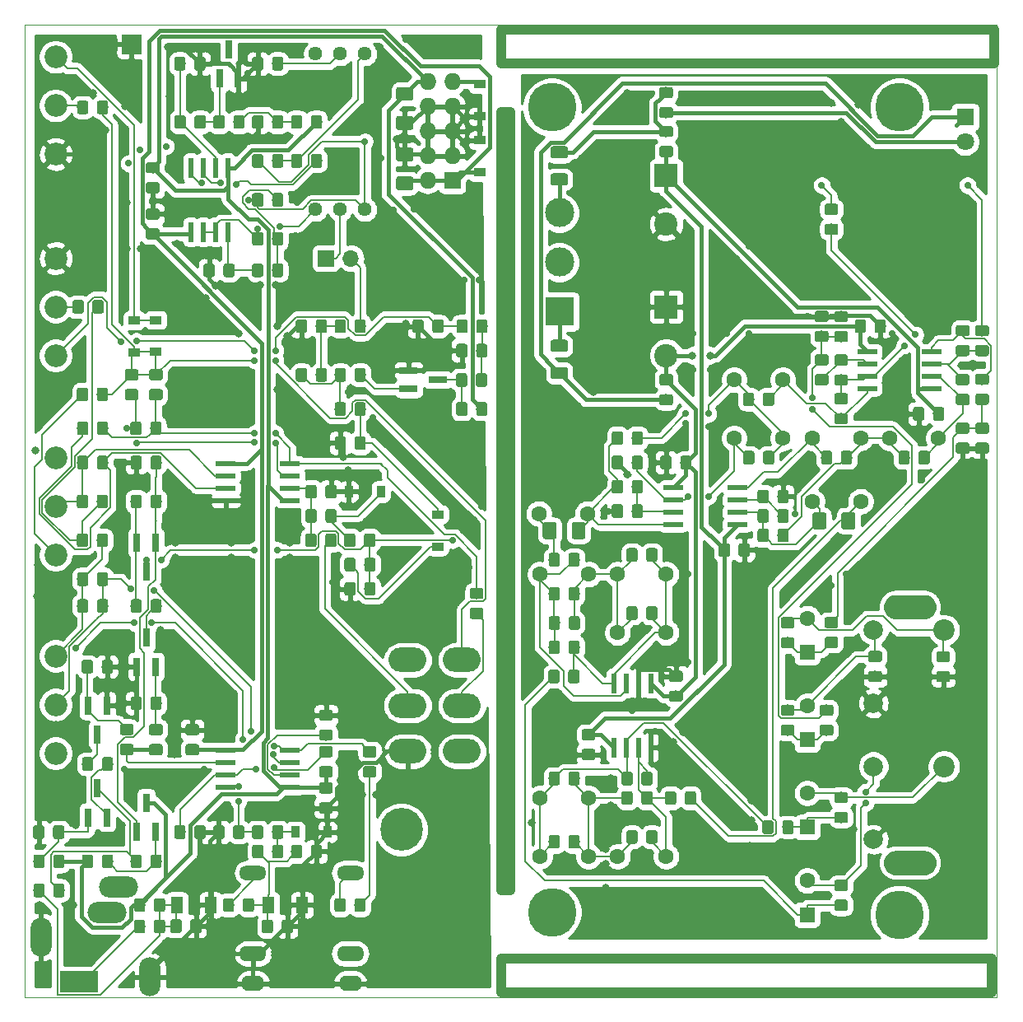
<source format=gbr>
%TF.GenerationSoftware,KiCad,Pcbnew,(5.1.0)-1*%
%TF.CreationDate,2019-09-28T12:36:14+02:00*%
%TF.ProjectId,KicadJE_AteOhAte,4b696361-644a-4455-9f41-74654f684174,rev?*%
%TF.SameCoordinates,Original*%
%TF.FileFunction,Copper,L2,Bot*%
%TF.FilePolarity,Positive*%
%FSLAX46Y46*%
G04 Gerber Fmt 4.6, Leading zero omitted, Abs format (unit mm)*
G04 Created by KiCad (PCBNEW (5.1.0)-1) date 2019-09-28 12:36:14*
%MOMM*%
%LPD*%
G04 APERTURE LIST*
%ADD10C,1.000000*%
%ADD11C,0.050000*%
%ADD12C,0.002000*%
%ADD13R,0.550000X2.000000*%
%ADD14C,1.440000*%
%ADD15C,0.150000*%
%ADD16C,1.150000*%
%ADD17R,0.800000X1.900000*%
%ADD18O,1.700000X1.700000*%
%ADD19R,1.700000X1.700000*%
%ADD20R,1.200000X0.900000*%
%ADD21R,1.300000X1.700000*%
%ADD22O,2.800000X1.600000*%
%ADD23O,2.400000X1.600000*%
%ADD24O,2.800000X1.500000*%
%ADD25R,1.727200X1.727200*%
%ADD26O,1.727200X1.727200*%
%ADD27O,3.900000X2.500000*%
%ADD28R,2.000000X0.550000*%
%ADD29O,2.200000X4.000000*%
%ADD30O,4.000000X2.200000*%
%ADD31R,4.000000X2.200000*%
%ADD32R,0.900000X1.200000*%
%ADD33R,1.900000X0.800000*%
%ADD34C,2.340000*%
%ADD35R,2.000000X2.000000*%
%ADD36C,5.000000*%
%ADD37C,0.800000*%
%ADD38C,4.400000*%
%ADD39C,0.700000*%
%ADD40C,1.600000*%
%ADD41C,1.425000*%
%ADD42C,1.800000*%
%ADD43R,1.800000X1.800000*%
%ADD44C,2.200000*%
%ADD45C,2.000000*%
%ADD46O,4.800000X2.400000*%
%ADD47R,1.600000X1.600000*%
%ADD48C,2.400000*%
%ADD49R,2.400000X2.400000*%
%ADD50R,3.000000X3.000000*%
%ADD51C,3.000000*%
%ADD52C,1.250000*%
%ADD53C,0.400000*%
%ADD54C,0.254000*%
G04 APERTURE END LIST*
D10*
X149750000Y-50500000D02*
X149750000Y-54000000D01*
X99000000Y-50500000D02*
X99000000Y-54000000D01*
X99000000Y-54000000D02*
X149750000Y-54000000D01*
X99000000Y-50500000D02*
X149750000Y-50500000D01*
X99000000Y-146000000D02*
X149500000Y-146000000D01*
X99000000Y-149500000D02*
X149500000Y-149500000D01*
X149500000Y-146000000D02*
X149500000Y-149500000D01*
X99000000Y-146000000D02*
X99000000Y-149500000D01*
X99000000Y-59000000D02*
X100000000Y-59000000D01*
X99000000Y-139000000D02*
X100000000Y-139000000D01*
X100000000Y-59000000D02*
X100000000Y-139000000D01*
X99000000Y-59000000D02*
X99000000Y-139000000D01*
D11*
X50000000Y-150000000D02*
X50000000Y-50000000D01*
X150000000Y-150000000D02*
X50000000Y-150000000D01*
X150000000Y-50000000D02*
X150000000Y-150000000D01*
X50000000Y-50000000D02*
X150000000Y-50000000D01*
D12*
G36*
X142525000Y-137349000D02*
G01*
X142713000Y-137334000D01*
X142896000Y-137290000D01*
X143069000Y-137218000D01*
X143230000Y-137120000D01*
X143373000Y-136998000D01*
X143495000Y-136855000D01*
X143593000Y-136694000D01*
X143665000Y-136521000D01*
X143709000Y-136338000D01*
X143724000Y-136150000D01*
X143709000Y-135962000D01*
X143665000Y-135779000D01*
X143593000Y-135606000D01*
X143495000Y-135445000D01*
X143373000Y-135302000D01*
X143230000Y-135180000D01*
X143069000Y-135082000D01*
X142896000Y-135010000D01*
X142713000Y-134966000D01*
X142525000Y-134951000D01*
X139625000Y-134951000D01*
X139437000Y-134966000D01*
X139254000Y-135010000D01*
X139081000Y-135082000D01*
X138920000Y-135180000D01*
X138777000Y-135302000D01*
X138655000Y-135445000D01*
X138557000Y-135606000D01*
X138485000Y-135779000D01*
X138441000Y-135962000D01*
X138426000Y-136150000D01*
X138441000Y-136338000D01*
X138485000Y-136521000D01*
X138557000Y-136694000D01*
X138655000Y-136855000D01*
X138777000Y-136998000D01*
X138920000Y-137120000D01*
X139081000Y-137218000D01*
X139254000Y-137290000D01*
X139437000Y-137334000D01*
X139625000Y-137349000D01*
X142525000Y-137349000D01*
G37*
X142525000Y-137349000D02*
X142713000Y-137334000D01*
X142896000Y-137290000D01*
X143069000Y-137218000D01*
X143230000Y-137120000D01*
X143373000Y-136998000D01*
X143495000Y-136855000D01*
X143593000Y-136694000D01*
X143665000Y-136521000D01*
X143709000Y-136338000D01*
X143724000Y-136150000D01*
X143709000Y-135962000D01*
X143665000Y-135779000D01*
X143593000Y-135606000D01*
X143495000Y-135445000D01*
X143373000Y-135302000D01*
X143230000Y-135180000D01*
X143069000Y-135082000D01*
X142896000Y-135010000D01*
X142713000Y-134966000D01*
X142525000Y-134951000D01*
X139625000Y-134951000D01*
X139437000Y-134966000D01*
X139254000Y-135010000D01*
X139081000Y-135082000D01*
X138920000Y-135180000D01*
X138777000Y-135302000D01*
X138655000Y-135445000D01*
X138557000Y-135606000D01*
X138485000Y-135779000D01*
X138441000Y-135962000D01*
X138426000Y-136150000D01*
X138441000Y-136338000D01*
X138485000Y-136521000D01*
X138557000Y-136694000D01*
X138655000Y-136855000D01*
X138777000Y-136998000D01*
X138920000Y-137120000D01*
X139081000Y-137218000D01*
X139254000Y-137290000D01*
X139437000Y-137334000D01*
X139625000Y-137349000D01*
X142525000Y-137349000D01*
G36*
X142525000Y-111049000D02*
G01*
X142713000Y-111034000D01*
X142896000Y-110990000D01*
X143069000Y-110918000D01*
X143230000Y-110820000D01*
X143373000Y-110698000D01*
X143495000Y-110555000D01*
X143593000Y-110394000D01*
X143665000Y-110221000D01*
X143709000Y-110038000D01*
X143724000Y-109850000D01*
X143709000Y-109662000D01*
X143665000Y-109479000D01*
X143593000Y-109306000D01*
X143495000Y-109145000D01*
X143373000Y-109002000D01*
X143230000Y-108880000D01*
X143069000Y-108782000D01*
X142896000Y-108710000D01*
X142713000Y-108666000D01*
X142525000Y-108651000D01*
X139625000Y-108651000D01*
X139437000Y-108666000D01*
X139254000Y-108710000D01*
X139081000Y-108782000D01*
X138920000Y-108880000D01*
X138777000Y-109002000D01*
X138655000Y-109145000D01*
X138557000Y-109306000D01*
X138485000Y-109479000D01*
X138441000Y-109662000D01*
X138426000Y-109850000D01*
X138441000Y-110038000D01*
X138485000Y-110221000D01*
X138557000Y-110394000D01*
X138655000Y-110555000D01*
X138777000Y-110698000D01*
X138920000Y-110820000D01*
X139081000Y-110918000D01*
X139254000Y-110990000D01*
X139437000Y-111034000D01*
X139625000Y-111049000D01*
X142525000Y-111049000D01*
G37*
X142525000Y-111049000D02*
X142713000Y-111034000D01*
X142896000Y-110990000D01*
X143069000Y-110918000D01*
X143230000Y-110820000D01*
X143373000Y-110698000D01*
X143495000Y-110555000D01*
X143593000Y-110394000D01*
X143665000Y-110221000D01*
X143709000Y-110038000D01*
X143724000Y-109850000D01*
X143709000Y-109662000D01*
X143665000Y-109479000D01*
X143593000Y-109306000D01*
X143495000Y-109145000D01*
X143373000Y-109002000D01*
X143230000Y-108880000D01*
X143069000Y-108782000D01*
X142896000Y-108710000D01*
X142713000Y-108666000D01*
X142525000Y-108651000D01*
X139625000Y-108651000D01*
X139437000Y-108666000D01*
X139254000Y-108710000D01*
X139081000Y-108782000D01*
X138920000Y-108880000D01*
X138777000Y-109002000D01*
X138655000Y-109145000D01*
X138557000Y-109306000D01*
X138485000Y-109479000D01*
X138441000Y-109662000D01*
X138426000Y-109850000D01*
X138441000Y-110038000D01*
X138485000Y-110221000D01*
X138557000Y-110394000D01*
X138655000Y-110555000D01*
X138777000Y-110698000D01*
X138920000Y-110820000D01*
X139081000Y-110918000D01*
X139254000Y-110990000D01*
X139437000Y-111034000D01*
X139625000Y-111049000D01*
X142525000Y-111049000D01*
D13*
X110595000Y-117700000D03*
X111865000Y-117700000D03*
X113135000Y-117700000D03*
X114405000Y-117700000D03*
X114405000Y-124300000D03*
X113135000Y-124300000D03*
X111865000Y-124300000D03*
X110595000Y-124300000D03*
X67095000Y-71300000D03*
X68365000Y-71300000D03*
X69635000Y-71300000D03*
X70905000Y-71300000D03*
X70905000Y-64700000D03*
X69635000Y-64700000D03*
X68365000Y-64700000D03*
X67095000Y-64700000D03*
D14*
X79920000Y-69000000D03*
X82460000Y-69000000D03*
X85000000Y-69000000D03*
X79920000Y-53000000D03*
X82460000Y-53000000D03*
X85000000Y-53000000D03*
D15*
G36*
X84874505Y-80301204D02*
G01*
X84898773Y-80304804D01*
X84922572Y-80310765D01*
X84945671Y-80319030D01*
X84967850Y-80329520D01*
X84988893Y-80342132D01*
X85008599Y-80356747D01*
X85026777Y-80373223D01*
X85043253Y-80391401D01*
X85057868Y-80411107D01*
X85070480Y-80432150D01*
X85080970Y-80454329D01*
X85089235Y-80477428D01*
X85095196Y-80501227D01*
X85098796Y-80525495D01*
X85100000Y-80549999D01*
X85100000Y-81450001D01*
X85098796Y-81474505D01*
X85095196Y-81498773D01*
X85089235Y-81522572D01*
X85080970Y-81545671D01*
X85070480Y-81567850D01*
X85057868Y-81588893D01*
X85043253Y-81608599D01*
X85026777Y-81626777D01*
X85008599Y-81643253D01*
X84988893Y-81657868D01*
X84967850Y-81670480D01*
X84945671Y-81680970D01*
X84922572Y-81689235D01*
X84898773Y-81695196D01*
X84874505Y-81698796D01*
X84850001Y-81700000D01*
X84199999Y-81700000D01*
X84175495Y-81698796D01*
X84151227Y-81695196D01*
X84127428Y-81689235D01*
X84104329Y-81680970D01*
X84082150Y-81670480D01*
X84061107Y-81657868D01*
X84041401Y-81643253D01*
X84023223Y-81626777D01*
X84006747Y-81608599D01*
X83992132Y-81588893D01*
X83979520Y-81567850D01*
X83969030Y-81545671D01*
X83960765Y-81522572D01*
X83954804Y-81498773D01*
X83951204Y-81474505D01*
X83950000Y-81450001D01*
X83950000Y-80549999D01*
X83951204Y-80525495D01*
X83954804Y-80501227D01*
X83960765Y-80477428D01*
X83969030Y-80454329D01*
X83979520Y-80432150D01*
X83992132Y-80411107D01*
X84006747Y-80391401D01*
X84023223Y-80373223D01*
X84041401Y-80356747D01*
X84061107Y-80342132D01*
X84082150Y-80329520D01*
X84104329Y-80319030D01*
X84127428Y-80310765D01*
X84151227Y-80304804D01*
X84175495Y-80301204D01*
X84199999Y-80300000D01*
X84850001Y-80300000D01*
X84874505Y-80301204D01*
X84874505Y-80301204D01*
G37*
D16*
X84525000Y-81000000D03*
D15*
G36*
X82824505Y-80301204D02*
G01*
X82848773Y-80304804D01*
X82872572Y-80310765D01*
X82895671Y-80319030D01*
X82917850Y-80329520D01*
X82938893Y-80342132D01*
X82958599Y-80356747D01*
X82976777Y-80373223D01*
X82993253Y-80391401D01*
X83007868Y-80411107D01*
X83020480Y-80432150D01*
X83030970Y-80454329D01*
X83039235Y-80477428D01*
X83045196Y-80501227D01*
X83048796Y-80525495D01*
X83050000Y-80549999D01*
X83050000Y-81450001D01*
X83048796Y-81474505D01*
X83045196Y-81498773D01*
X83039235Y-81522572D01*
X83030970Y-81545671D01*
X83020480Y-81567850D01*
X83007868Y-81588893D01*
X82993253Y-81608599D01*
X82976777Y-81626777D01*
X82958599Y-81643253D01*
X82938893Y-81657868D01*
X82917850Y-81670480D01*
X82895671Y-81680970D01*
X82872572Y-81689235D01*
X82848773Y-81695196D01*
X82824505Y-81698796D01*
X82800001Y-81700000D01*
X82149999Y-81700000D01*
X82125495Y-81698796D01*
X82101227Y-81695196D01*
X82077428Y-81689235D01*
X82054329Y-81680970D01*
X82032150Y-81670480D01*
X82011107Y-81657868D01*
X81991401Y-81643253D01*
X81973223Y-81626777D01*
X81956747Y-81608599D01*
X81942132Y-81588893D01*
X81929520Y-81567850D01*
X81919030Y-81545671D01*
X81910765Y-81522572D01*
X81904804Y-81498773D01*
X81901204Y-81474505D01*
X81900000Y-81450001D01*
X81900000Y-80549999D01*
X81901204Y-80525495D01*
X81904804Y-80501227D01*
X81910765Y-80477428D01*
X81919030Y-80454329D01*
X81929520Y-80432150D01*
X81942132Y-80411107D01*
X81956747Y-80391401D01*
X81973223Y-80373223D01*
X81991401Y-80356747D01*
X82011107Y-80342132D01*
X82032150Y-80329520D01*
X82054329Y-80319030D01*
X82077428Y-80310765D01*
X82101227Y-80304804D01*
X82125495Y-80301204D01*
X82149999Y-80300000D01*
X82800001Y-80300000D01*
X82824505Y-80301204D01*
X82824505Y-80301204D01*
G37*
D16*
X82475000Y-81000000D03*
D15*
G36*
X80874505Y-80301204D02*
G01*
X80898773Y-80304804D01*
X80922572Y-80310765D01*
X80945671Y-80319030D01*
X80967850Y-80329520D01*
X80988893Y-80342132D01*
X81008599Y-80356747D01*
X81026777Y-80373223D01*
X81043253Y-80391401D01*
X81057868Y-80411107D01*
X81070480Y-80432150D01*
X81080970Y-80454329D01*
X81089235Y-80477428D01*
X81095196Y-80501227D01*
X81098796Y-80525495D01*
X81100000Y-80549999D01*
X81100000Y-81450001D01*
X81098796Y-81474505D01*
X81095196Y-81498773D01*
X81089235Y-81522572D01*
X81080970Y-81545671D01*
X81070480Y-81567850D01*
X81057868Y-81588893D01*
X81043253Y-81608599D01*
X81026777Y-81626777D01*
X81008599Y-81643253D01*
X80988893Y-81657868D01*
X80967850Y-81670480D01*
X80945671Y-81680970D01*
X80922572Y-81689235D01*
X80898773Y-81695196D01*
X80874505Y-81698796D01*
X80850001Y-81700000D01*
X80199999Y-81700000D01*
X80175495Y-81698796D01*
X80151227Y-81695196D01*
X80127428Y-81689235D01*
X80104329Y-81680970D01*
X80082150Y-81670480D01*
X80061107Y-81657868D01*
X80041401Y-81643253D01*
X80023223Y-81626777D01*
X80006747Y-81608599D01*
X79992132Y-81588893D01*
X79979520Y-81567850D01*
X79969030Y-81545671D01*
X79960765Y-81522572D01*
X79954804Y-81498773D01*
X79951204Y-81474505D01*
X79950000Y-81450001D01*
X79950000Y-80549999D01*
X79951204Y-80525495D01*
X79954804Y-80501227D01*
X79960765Y-80477428D01*
X79969030Y-80454329D01*
X79979520Y-80432150D01*
X79992132Y-80411107D01*
X80006747Y-80391401D01*
X80023223Y-80373223D01*
X80041401Y-80356747D01*
X80061107Y-80342132D01*
X80082150Y-80329520D01*
X80104329Y-80319030D01*
X80127428Y-80310765D01*
X80151227Y-80304804D01*
X80175495Y-80301204D01*
X80199999Y-80300000D01*
X80850001Y-80300000D01*
X80874505Y-80301204D01*
X80874505Y-80301204D01*
G37*
D16*
X80525000Y-81000000D03*
D15*
G36*
X78824505Y-80301204D02*
G01*
X78848773Y-80304804D01*
X78872572Y-80310765D01*
X78895671Y-80319030D01*
X78917850Y-80329520D01*
X78938893Y-80342132D01*
X78958599Y-80356747D01*
X78976777Y-80373223D01*
X78993253Y-80391401D01*
X79007868Y-80411107D01*
X79020480Y-80432150D01*
X79030970Y-80454329D01*
X79039235Y-80477428D01*
X79045196Y-80501227D01*
X79048796Y-80525495D01*
X79050000Y-80549999D01*
X79050000Y-81450001D01*
X79048796Y-81474505D01*
X79045196Y-81498773D01*
X79039235Y-81522572D01*
X79030970Y-81545671D01*
X79020480Y-81567850D01*
X79007868Y-81588893D01*
X78993253Y-81608599D01*
X78976777Y-81626777D01*
X78958599Y-81643253D01*
X78938893Y-81657868D01*
X78917850Y-81670480D01*
X78895671Y-81680970D01*
X78872572Y-81689235D01*
X78848773Y-81695196D01*
X78824505Y-81698796D01*
X78800001Y-81700000D01*
X78149999Y-81700000D01*
X78125495Y-81698796D01*
X78101227Y-81695196D01*
X78077428Y-81689235D01*
X78054329Y-81680970D01*
X78032150Y-81670480D01*
X78011107Y-81657868D01*
X77991401Y-81643253D01*
X77973223Y-81626777D01*
X77956747Y-81608599D01*
X77942132Y-81588893D01*
X77929520Y-81567850D01*
X77919030Y-81545671D01*
X77910765Y-81522572D01*
X77904804Y-81498773D01*
X77901204Y-81474505D01*
X77900000Y-81450001D01*
X77900000Y-80549999D01*
X77901204Y-80525495D01*
X77904804Y-80501227D01*
X77910765Y-80477428D01*
X77919030Y-80454329D01*
X77929520Y-80432150D01*
X77942132Y-80411107D01*
X77956747Y-80391401D01*
X77973223Y-80373223D01*
X77991401Y-80356747D01*
X78011107Y-80342132D01*
X78032150Y-80329520D01*
X78054329Y-80319030D01*
X78077428Y-80310765D01*
X78101227Y-80304804D01*
X78125495Y-80301204D01*
X78149999Y-80300000D01*
X78800001Y-80300000D01*
X78824505Y-80301204D01*
X78824505Y-80301204D01*
G37*
D16*
X78475000Y-81000000D03*
D15*
G36*
X68374505Y-53301204D02*
G01*
X68398773Y-53304804D01*
X68422572Y-53310765D01*
X68445671Y-53319030D01*
X68467850Y-53329520D01*
X68488893Y-53342132D01*
X68508599Y-53356747D01*
X68526777Y-53373223D01*
X68543253Y-53391401D01*
X68557868Y-53411107D01*
X68570480Y-53432150D01*
X68580970Y-53454329D01*
X68589235Y-53477428D01*
X68595196Y-53501227D01*
X68598796Y-53525495D01*
X68600000Y-53549999D01*
X68600000Y-54450001D01*
X68598796Y-54474505D01*
X68595196Y-54498773D01*
X68589235Y-54522572D01*
X68580970Y-54545671D01*
X68570480Y-54567850D01*
X68557868Y-54588893D01*
X68543253Y-54608599D01*
X68526777Y-54626777D01*
X68508599Y-54643253D01*
X68488893Y-54657868D01*
X68467850Y-54670480D01*
X68445671Y-54680970D01*
X68422572Y-54689235D01*
X68398773Y-54695196D01*
X68374505Y-54698796D01*
X68350001Y-54700000D01*
X67699999Y-54700000D01*
X67675495Y-54698796D01*
X67651227Y-54695196D01*
X67627428Y-54689235D01*
X67604329Y-54680970D01*
X67582150Y-54670480D01*
X67561107Y-54657868D01*
X67541401Y-54643253D01*
X67523223Y-54626777D01*
X67506747Y-54608599D01*
X67492132Y-54588893D01*
X67479520Y-54567850D01*
X67469030Y-54545671D01*
X67460765Y-54522572D01*
X67454804Y-54498773D01*
X67451204Y-54474505D01*
X67450000Y-54450001D01*
X67450000Y-53549999D01*
X67451204Y-53525495D01*
X67454804Y-53501227D01*
X67460765Y-53477428D01*
X67469030Y-53454329D01*
X67479520Y-53432150D01*
X67492132Y-53411107D01*
X67506747Y-53391401D01*
X67523223Y-53373223D01*
X67541401Y-53356747D01*
X67561107Y-53342132D01*
X67582150Y-53329520D01*
X67604329Y-53319030D01*
X67627428Y-53310765D01*
X67651227Y-53304804D01*
X67675495Y-53301204D01*
X67699999Y-53300000D01*
X68350001Y-53300000D01*
X68374505Y-53301204D01*
X68374505Y-53301204D01*
G37*
D16*
X68025000Y-54000000D03*
D15*
G36*
X66324505Y-53301204D02*
G01*
X66348773Y-53304804D01*
X66372572Y-53310765D01*
X66395671Y-53319030D01*
X66417850Y-53329520D01*
X66438893Y-53342132D01*
X66458599Y-53356747D01*
X66476777Y-53373223D01*
X66493253Y-53391401D01*
X66507868Y-53411107D01*
X66520480Y-53432150D01*
X66530970Y-53454329D01*
X66539235Y-53477428D01*
X66545196Y-53501227D01*
X66548796Y-53525495D01*
X66550000Y-53549999D01*
X66550000Y-54450001D01*
X66548796Y-54474505D01*
X66545196Y-54498773D01*
X66539235Y-54522572D01*
X66530970Y-54545671D01*
X66520480Y-54567850D01*
X66507868Y-54588893D01*
X66493253Y-54608599D01*
X66476777Y-54626777D01*
X66458599Y-54643253D01*
X66438893Y-54657868D01*
X66417850Y-54670480D01*
X66395671Y-54680970D01*
X66372572Y-54689235D01*
X66348773Y-54695196D01*
X66324505Y-54698796D01*
X66300001Y-54700000D01*
X65649999Y-54700000D01*
X65625495Y-54698796D01*
X65601227Y-54695196D01*
X65577428Y-54689235D01*
X65554329Y-54680970D01*
X65532150Y-54670480D01*
X65511107Y-54657868D01*
X65491401Y-54643253D01*
X65473223Y-54626777D01*
X65456747Y-54608599D01*
X65442132Y-54588893D01*
X65429520Y-54567850D01*
X65419030Y-54545671D01*
X65410765Y-54522572D01*
X65404804Y-54498773D01*
X65401204Y-54474505D01*
X65400000Y-54450001D01*
X65400000Y-53549999D01*
X65401204Y-53525495D01*
X65404804Y-53501227D01*
X65410765Y-53477428D01*
X65419030Y-53454329D01*
X65429520Y-53432150D01*
X65442132Y-53411107D01*
X65456747Y-53391401D01*
X65473223Y-53373223D01*
X65491401Y-53356747D01*
X65511107Y-53342132D01*
X65532150Y-53329520D01*
X65554329Y-53319030D01*
X65577428Y-53310765D01*
X65601227Y-53304804D01*
X65625495Y-53301204D01*
X65649999Y-53300000D01*
X66300001Y-53300000D01*
X66324505Y-53301204D01*
X66324505Y-53301204D01*
G37*
D16*
X65975000Y-54000000D03*
D15*
G36*
X74324505Y-74551204D02*
G01*
X74348773Y-74554804D01*
X74372572Y-74560765D01*
X74395671Y-74569030D01*
X74417850Y-74579520D01*
X74438893Y-74592132D01*
X74458599Y-74606747D01*
X74476777Y-74623223D01*
X74493253Y-74641401D01*
X74507868Y-74661107D01*
X74520480Y-74682150D01*
X74530970Y-74704329D01*
X74539235Y-74727428D01*
X74545196Y-74751227D01*
X74548796Y-74775495D01*
X74550000Y-74799999D01*
X74550000Y-75700001D01*
X74548796Y-75724505D01*
X74545196Y-75748773D01*
X74539235Y-75772572D01*
X74530970Y-75795671D01*
X74520480Y-75817850D01*
X74507868Y-75838893D01*
X74493253Y-75858599D01*
X74476777Y-75876777D01*
X74458599Y-75893253D01*
X74438893Y-75907868D01*
X74417850Y-75920480D01*
X74395671Y-75930970D01*
X74372572Y-75939235D01*
X74348773Y-75945196D01*
X74324505Y-75948796D01*
X74300001Y-75950000D01*
X73649999Y-75950000D01*
X73625495Y-75948796D01*
X73601227Y-75945196D01*
X73577428Y-75939235D01*
X73554329Y-75930970D01*
X73532150Y-75920480D01*
X73511107Y-75907868D01*
X73491401Y-75893253D01*
X73473223Y-75876777D01*
X73456747Y-75858599D01*
X73442132Y-75838893D01*
X73429520Y-75817850D01*
X73419030Y-75795671D01*
X73410765Y-75772572D01*
X73404804Y-75748773D01*
X73401204Y-75724505D01*
X73400000Y-75700001D01*
X73400000Y-74799999D01*
X73401204Y-74775495D01*
X73404804Y-74751227D01*
X73410765Y-74727428D01*
X73419030Y-74704329D01*
X73429520Y-74682150D01*
X73442132Y-74661107D01*
X73456747Y-74641401D01*
X73473223Y-74623223D01*
X73491401Y-74606747D01*
X73511107Y-74592132D01*
X73532150Y-74579520D01*
X73554329Y-74569030D01*
X73577428Y-74560765D01*
X73601227Y-74554804D01*
X73625495Y-74551204D01*
X73649999Y-74550000D01*
X74300001Y-74550000D01*
X74324505Y-74551204D01*
X74324505Y-74551204D01*
G37*
D16*
X73975000Y-75250000D03*
D15*
G36*
X76374505Y-74551204D02*
G01*
X76398773Y-74554804D01*
X76422572Y-74560765D01*
X76445671Y-74569030D01*
X76467850Y-74579520D01*
X76488893Y-74592132D01*
X76508599Y-74606747D01*
X76526777Y-74623223D01*
X76543253Y-74641401D01*
X76557868Y-74661107D01*
X76570480Y-74682150D01*
X76580970Y-74704329D01*
X76589235Y-74727428D01*
X76595196Y-74751227D01*
X76598796Y-74775495D01*
X76600000Y-74799999D01*
X76600000Y-75700001D01*
X76598796Y-75724505D01*
X76595196Y-75748773D01*
X76589235Y-75772572D01*
X76580970Y-75795671D01*
X76570480Y-75817850D01*
X76557868Y-75838893D01*
X76543253Y-75858599D01*
X76526777Y-75876777D01*
X76508599Y-75893253D01*
X76488893Y-75907868D01*
X76467850Y-75920480D01*
X76445671Y-75930970D01*
X76422572Y-75939235D01*
X76398773Y-75945196D01*
X76374505Y-75948796D01*
X76350001Y-75950000D01*
X75699999Y-75950000D01*
X75675495Y-75948796D01*
X75651227Y-75945196D01*
X75627428Y-75939235D01*
X75604329Y-75930970D01*
X75582150Y-75920480D01*
X75561107Y-75907868D01*
X75541401Y-75893253D01*
X75523223Y-75876777D01*
X75506747Y-75858599D01*
X75492132Y-75838893D01*
X75479520Y-75817850D01*
X75469030Y-75795671D01*
X75460765Y-75772572D01*
X75454804Y-75748773D01*
X75451204Y-75724505D01*
X75450000Y-75700001D01*
X75450000Y-74799999D01*
X75451204Y-74775495D01*
X75454804Y-74751227D01*
X75460765Y-74727428D01*
X75469030Y-74704329D01*
X75479520Y-74682150D01*
X75492132Y-74661107D01*
X75506747Y-74641401D01*
X75523223Y-74623223D01*
X75541401Y-74606747D01*
X75561107Y-74592132D01*
X75582150Y-74579520D01*
X75604329Y-74569030D01*
X75627428Y-74560765D01*
X75651227Y-74554804D01*
X75675495Y-74551204D01*
X75699999Y-74550000D01*
X76350001Y-74550000D01*
X76374505Y-74551204D01*
X76374505Y-74551204D01*
G37*
D16*
X76025000Y-75250000D03*
D15*
G36*
X72399505Y-59301204D02*
G01*
X72423773Y-59304804D01*
X72447572Y-59310765D01*
X72470671Y-59319030D01*
X72492850Y-59329520D01*
X72513893Y-59342132D01*
X72533599Y-59356747D01*
X72551777Y-59373223D01*
X72568253Y-59391401D01*
X72582868Y-59411107D01*
X72595480Y-59432150D01*
X72605970Y-59454329D01*
X72614235Y-59477428D01*
X72620196Y-59501227D01*
X72623796Y-59525495D01*
X72625000Y-59549999D01*
X72625000Y-60450001D01*
X72623796Y-60474505D01*
X72620196Y-60498773D01*
X72614235Y-60522572D01*
X72605970Y-60545671D01*
X72595480Y-60567850D01*
X72582868Y-60588893D01*
X72568253Y-60608599D01*
X72551777Y-60626777D01*
X72533599Y-60643253D01*
X72513893Y-60657868D01*
X72492850Y-60670480D01*
X72470671Y-60680970D01*
X72447572Y-60689235D01*
X72423773Y-60695196D01*
X72399505Y-60698796D01*
X72375001Y-60700000D01*
X71724999Y-60700000D01*
X71700495Y-60698796D01*
X71676227Y-60695196D01*
X71652428Y-60689235D01*
X71629329Y-60680970D01*
X71607150Y-60670480D01*
X71586107Y-60657868D01*
X71566401Y-60643253D01*
X71548223Y-60626777D01*
X71531747Y-60608599D01*
X71517132Y-60588893D01*
X71504520Y-60567850D01*
X71494030Y-60545671D01*
X71485765Y-60522572D01*
X71479804Y-60498773D01*
X71476204Y-60474505D01*
X71475000Y-60450001D01*
X71475000Y-59549999D01*
X71476204Y-59525495D01*
X71479804Y-59501227D01*
X71485765Y-59477428D01*
X71494030Y-59454329D01*
X71504520Y-59432150D01*
X71517132Y-59411107D01*
X71531747Y-59391401D01*
X71548223Y-59373223D01*
X71566401Y-59356747D01*
X71586107Y-59342132D01*
X71607150Y-59329520D01*
X71629329Y-59319030D01*
X71652428Y-59310765D01*
X71676227Y-59304804D01*
X71700495Y-59301204D01*
X71724999Y-59300000D01*
X72375001Y-59300000D01*
X72399505Y-59301204D01*
X72399505Y-59301204D01*
G37*
D16*
X72050000Y-60000000D03*
D15*
G36*
X70349505Y-59301204D02*
G01*
X70373773Y-59304804D01*
X70397572Y-59310765D01*
X70420671Y-59319030D01*
X70442850Y-59329520D01*
X70463893Y-59342132D01*
X70483599Y-59356747D01*
X70501777Y-59373223D01*
X70518253Y-59391401D01*
X70532868Y-59411107D01*
X70545480Y-59432150D01*
X70555970Y-59454329D01*
X70564235Y-59477428D01*
X70570196Y-59501227D01*
X70573796Y-59525495D01*
X70575000Y-59549999D01*
X70575000Y-60450001D01*
X70573796Y-60474505D01*
X70570196Y-60498773D01*
X70564235Y-60522572D01*
X70555970Y-60545671D01*
X70545480Y-60567850D01*
X70532868Y-60588893D01*
X70518253Y-60608599D01*
X70501777Y-60626777D01*
X70483599Y-60643253D01*
X70463893Y-60657868D01*
X70442850Y-60670480D01*
X70420671Y-60680970D01*
X70397572Y-60689235D01*
X70373773Y-60695196D01*
X70349505Y-60698796D01*
X70325001Y-60700000D01*
X69674999Y-60700000D01*
X69650495Y-60698796D01*
X69626227Y-60695196D01*
X69602428Y-60689235D01*
X69579329Y-60680970D01*
X69557150Y-60670480D01*
X69536107Y-60657868D01*
X69516401Y-60643253D01*
X69498223Y-60626777D01*
X69481747Y-60608599D01*
X69467132Y-60588893D01*
X69454520Y-60567850D01*
X69444030Y-60545671D01*
X69435765Y-60522572D01*
X69429804Y-60498773D01*
X69426204Y-60474505D01*
X69425000Y-60450001D01*
X69425000Y-59549999D01*
X69426204Y-59525495D01*
X69429804Y-59501227D01*
X69435765Y-59477428D01*
X69444030Y-59454329D01*
X69454520Y-59432150D01*
X69467132Y-59411107D01*
X69481747Y-59391401D01*
X69498223Y-59373223D01*
X69516401Y-59356747D01*
X69536107Y-59342132D01*
X69557150Y-59329520D01*
X69579329Y-59319030D01*
X69602428Y-59310765D01*
X69626227Y-59304804D01*
X69650495Y-59301204D01*
X69674999Y-59300000D01*
X70325001Y-59300000D01*
X70349505Y-59301204D01*
X70349505Y-59301204D01*
G37*
D16*
X70000000Y-60000000D03*
D15*
G36*
X76374505Y-67301204D02*
G01*
X76398773Y-67304804D01*
X76422572Y-67310765D01*
X76445671Y-67319030D01*
X76467850Y-67329520D01*
X76488893Y-67342132D01*
X76508599Y-67356747D01*
X76526777Y-67373223D01*
X76543253Y-67391401D01*
X76557868Y-67411107D01*
X76570480Y-67432150D01*
X76580970Y-67454329D01*
X76589235Y-67477428D01*
X76595196Y-67501227D01*
X76598796Y-67525495D01*
X76600000Y-67549999D01*
X76600000Y-68450001D01*
X76598796Y-68474505D01*
X76595196Y-68498773D01*
X76589235Y-68522572D01*
X76580970Y-68545671D01*
X76570480Y-68567850D01*
X76557868Y-68588893D01*
X76543253Y-68608599D01*
X76526777Y-68626777D01*
X76508599Y-68643253D01*
X76488893Y-68657868D01*
X76467850Y-68670480D01*
X76445671Y-68680970D01*
X76422572Y-68689235D01*
X76398773Y-68695196D01*
X76374505Y-68698796D01*
X76350001Y-68700000D01*
X75699999Y-68700000D01*
X75675495Y-68698796D01*
X75651227Y-68695196D01*
X75627428Y-68689235D01*
X75604329Y-68680970D01*
X75582150Y-68670480D01*
X75561107Y-68657868D01*
X75541401Y-68643253D01*
X75523223Y-68626777D01*
X75506747Y-68608599D01*
X75492132Y-68588893D01*
X75479520Y-68567850D01*
X75469030Y-68545671D01*
X75460765Y-68522572D01*
X75454804Y-68498773D01*
X75451204Y-68474505D01*
X75450000Y-68450001D01*
X75450000Y-67549999D01*
X75451204Y-67525495D01*
X75454804Y-67501227D01*
X75460765Y-67477428D01*
X75469030Y-67454329D01*
X75479520Y-67432150D01*
X75492132Y-67411107D01*
X75506747Y-67391401D01*
X75523223Y-67373223D01*
X75541401Y-67356747D01*
X75561107Y-67342132D01*
X75582150Y-67329520D01*
X75604329Y-67319030D01*
X75627428Y-67310765D01*
X75651227Y-67304804D01*
X75675495Y-67301204D01*
X75699999Y-67300000D01*
X76350001Y-67300000D01*
X76374505Y-67301204D01*
X76374505Y-67301204D01*
G37*
D16*
X76025000Y-68000000D03*
D15*
G36*
X74324505Y-67301204D02*
G01*
X74348773Y-67304804D01*
X74372572Y-67310765D01*
X74395671Y-67319030D01*
X74417850Y-67329520D01*
X74438893Y-67342132D01*
X74458599Y-67356747D01*
X74476777Y-67373223D01*
X74493253Y-67391401D01*
X74507868Y-67411107D01*
X74520480Y-67432150D01*
X74530970Y-67454329D01*
X74539235Y-67477428D01*
X74545196Y-67501227D01*
X74548796Y-67525495D01*
X74550000Y-67549999D01*
X74550000Y-68450001D01*
X74548796Y-68474505D01*
X74545196Y-68498773D01*
X74539235Y-68522572D01*
X74530970Y-68545671D01*
X74520480Y-68567850D01*
X74507868Y-68588893D01*
X74493253Y-68608599D01*
X74476777Y-68626777D01*
X74458599Y-68643253D01*
X74438893Y-68657868D01*
X74417850Y-68670480D01*
X74395671Y-68680970D01*
X74372572Y-68689235D01*
X74348773Y-68695196D01*
X74324505Y-68698796D01*
X74300001Y-68700000D01*
X73649999Y-68700000D01*
X73625495Y-68698796D01*
X73601227Y-68695196D01*
X73577428Y-68689235D01*
X73554329Y-68680970D01*
X73532150Y-68670480D01*
X73511107Y-68657868D01*
X73491401Y-68643253D01*
X73473223Y-68626777D01*
X73456747Y-68608599D01*
X73442132Y-68588893D01*
X73429520Y-68567850D01*
X73419030Y-68545671D01*
X73410765Y-68522572D01*
X73404804Y-68498773D01*
X73401204Y-68474505D01*
X73400000Y-68450001D01*
X73400000Y-67549999D01*
X73401204Y-67525495D01*
X73404804Y-67501227D01*
X73410765Y-67477428D01*
X73419030Y-67454329D01*
X73429520Y-67432150D01*
X73442132Y-67411107D01*
X73456747Y-67391401D01*
X73473223Y-67373223D01*
X73491401Y-67356747D01*
X73511107Y-67342132D01*
X73532150Y-67329520D01*
X73554329Y-67319030D01*
X73577428Y-67310765D01*
X73601227Y-67304804D01*
X73625495Y-67301204D01*
X73649999Y-67300000D01*
X74300001Y-67300000D01*
X74324505Y-67301204D01*
X74324505Y-67301204D01*
G37*
D16*
X73975000Y-68000000D03*
D15*
G36*
X78324505Y-59301204D02*
G01*
X78348773Y-59304804D01*
X78372572Y-59310765D01*
X78395671Y-59319030D01*
X78417850Y-59329520D01*
X78438893Y-59342132D01*
X78458599Y-59356747D01*
X78476777Y-59373223D01*
X78493253Y-59391401D01*
X78507868Y-59411107D01*
X78520480Y-59432150D01*
X78530970Y-59454329D01*
X78539235Y-59477428D01*
X78545196Y-59501227D01*
X78548796Y-59525495D01*
X78550000Y-59549999D01*
X78550000Y-60450001D01*
X78548796Y-60474505D01*
X78545196Y-60498773D01*
X78539235Y-60522572D01*
X78530970Y-60545671D01*
X78520480Y-60567850D01*
X78507868Y-60588893D01*
X78493253Y-60608599D01*
X78476777Y-60626777D01*
X78458599Y-60643253D01*
X78438893Y-60657868D01*
X78417850Y-60670480D01*
X78395671Y-60680970D01*
X78372572Y-60689235D01*
X78348773Y-60695196D01*
X78324505Y-60698796D01*
X78300001Y-60700000D01*
X77649999Y-60700000D01*
X77625495Y-60698796D01*
X77601227Y-60695196D01*
X77577428Y-60689235D01*
X77554329Y-60680970D01*
X77532150Y-60670480D01*
X77511107Y-60657868D01*
X77491401Y-60643253D01*
X77473223Y-60626777D01*
X77456747Y-60608599D01*
X77442132Y-60588893D01*
X77429520Y-60567850D01*
X77419030Y-60545671D01*
X77410765Y-60522572D01*
X77404804Y-60498773D01*
X77401204Y-60474505D01*
X77400000Y-60450001D01*
X77400000Y-59549999D01*
X77401204Y-59525495D01*
X77404804Y-59501227D01*
X77410765Y-59477428D01*
X77419030Y-59454329D01*
X77429520Y-59432150D01*
X77442132Y-59411107D01*
X77456747Y-59391401D01*
X77473223Y-59373223D01*
X77491401Y-59356747D01*
X77511107Y-59342132D01*
X77532150Y-59329520D01*
X77554329Y-59319030D01*
X77577428Y-59310765D01*
X77601227Y-59304804D01*
X77625495Y-59301204D01*
X77649999Y-59300000D01*
X78300001Y-59300000D01*
X78324505Y-59301204D01*
X78324505Y-59301204D01*
G37*
D16*
X77975000Y-60000000D03*
D15*
G36*
X80374505Y-59301204D02*
G01*
X80398773Y-59304804D01*
X80422572Y-59310765D01*
X80445671Y-59319030D01*
X80467850Y-59329520D01*
X80488893Y-59342132D01*
X80508599Y-59356747D01*
X80526777Y-59373223D01*
X80543253Y-59391401D01*
X80557868Y-59411107D01*
X80570480Y-59432150D01*
X80580970Y-59454329D01*
X80589235Y-59477428D01*
X80595196Y-59501227D01*
X80598796Y-59525495D01*
X80600000Y-59549999D01*
X80600000Y-60450001D01*
X80598796Y-60474505D01*
X80595196Y-60498773D01*
X80589235Y-60522572D01*
X80580970Y-60545671D01*
X80570480Y-60567850D01*
X80557868Y-60588893D01*
X80543253Y-60608599D01*
X80526777Y-60626777D01*
X80508599Y-60643253D01*
X80488893Y-60657868D01*
X80467850Y-60670480D01*
X80445671Y-60680970D01*
X80422572Y-60689235D01*
X80398773Y-60695196D01*
X80374505Y-60698796D01*
X80350001Y-60700000D01*
X79699999Y-60700000D01*
X79675495Y-60698796D01*
X79651227Y-60695196D01*
X79627428Y-60689235D01*
X79604329Y-60680970D01*
X79582150Y-60670480D01*
X79561107Y-60657868D01*
X79541401Y-60643253D01*
X79523223Y-60626777D01*
X79506747Y-60608599D01*
X79492132Y-60588893D01*
X79479520Y-60567850D01*
X79469030Y-60545671D01*
X79460765Y-60522572D01*
X79454804Y-60498773D01*
X79451204Y-60474505D01*
X79450000Y-60450001D01*
X79450000Y-59549999D01*
X79451204Y-59525495D01*
X79454804Y-59501227D01*
X79460765Y-59477428D01*
X79469030Y-59454329D01*
X79479520Y-59432150D01*
X79492132Y-59411107D01*
X79506747Y-59391401D01*
X79523223Y-59373223D01*
X79541401Y-59356747D01*
X79561107Y-59342132D01*
X79582150Y-59329520D01*
X79604329Y-59319030D01*
X79627428Y-59310765D01*
X79651227Y-59304804D01*
X79675495Y-59301204D01*
X79699999Y-59300000D01*
X80350001Y-59300000D01*
X80374505Y-59301204D01*
X80374505Y-59301204D01*
G37*
D16*
X80025000Y-60000000D03*
D15*
G36*
X80374505Y-63301204D02*
G01*
X80398773Y-63304804D01*
X80422572Y-63310765D01*
X80445671Y-63319030D01*
X80467850Y-63329520D01*
X80488893Y-63342132D01*
X80508599Y-63356747D01*
X80526777Y-63373223D01*
X80543253Y-63391401D01*
X80557868Y-63411107D01*
X80570480Y-63432150D01*
X80580970Y-63454329D01*
X80589235Y-63477428D01*
X80595196Y-63501227D01*
X80598796Y-63525495D01*
X80600000Y-63549999D01*
X80600000Y-64450001D01*
X80598796Y-64474505D01*
X80595196Y-64498773D01*
X80589235Y-64522572D01*
X80580970Y-64545671D01*
X80570480Y-64567850D01*
X80557868Y-64588893D01*
X80543253Y-64608599D01*
X80526777Y-64626777D01*
X80508599Y-64643253D01*
X80488893Y-64657868D01*
X80467850Y-64670480D01*
X80445671Y-64680970D01*
X80422572Y-64689235D01*
X80398773Y-64695196D01*
X80374505Y-64698796D01*
X80350001Y-64700000D01*
X79699999Y-64700000D01*
X79675495Y-64698796D01*
X79651227Y-64695196D01*
X79627428Y-64689235D01*
X79604329Y-64680970D01*
X79582150Y-64670480D01*
X79561107Y-64657868D01*
X79541401Y-64643253D01*
X79523223Y-64626777D01*
X79506747Y-64608599D01*
X79492132Y-64588893D01*
X79479520Y-64567850D01*
X79469030Y-64545671D01*
X79460765Y-64522572D01*
X79454804Y-64498773D01*
X79451204Y-64474505D01*
X79450000Y-64450001D01*
X79450000Y-63549999D01*
X79451204Y-63525495D01*
X79454804Y-63501227D01*
X79460765Y-63477428D01*
X79469030Y-63454329D01*
X79479520Y-63432150D01*
X79492132Y-63411107D01*
X79506747Y-63391401D01*
X79523223Y-63373223D01*
X79541401Y-63356747D01*
X79561107Y-63342132D01*
X79582150Y-63329520D01*
X79604329Y-63319030D01*
X79627428Y-63310765D01*
X79651227Y-63304804D01*
X79675495Y-63301204D01*
X79699999Y-63300000D01*
X80350001Y-63300000D01*
X80374505Y-63301204D01*
X80374505Y-63301204D01*
G37*
D16*
X80025000Y-64000000D03*
D15*
G36*
X78324505Y-63301204D02*
G01*
X78348773Y-63304804D01*
X78372572Y-63310765D01*
X78395671Y-63319030D01*
X78417850Y-63329520D01*
X78438893Y-63342132D01*
X78458599Y-63356747D01*
X78476777Y-63373223D01*
X78493253Y-63391401D01*
X78507868Y-63411107D01*
X78520480Y-63432150D01*
X78530970Y-63454329D01*
X78539235Y-63477428D01*
X78545196Y-63501227D01*
X78548796Y-63525495D01*
X78550000Y-63549999D01*
X78550000Y-64450001D01*
X78548796Y-64474505D01*
X78545196Y-64498773D01*
X78539235Y-64522572D01*
X78530970Y-64545671D01*
X78520480Y-64567850D01*
X78507868Y-64588893D01*
X78493253Y-64608599D01*
X78476777Y-64626777D01*
X78458599Y-64643253D01*
X78438893Y-64657868D01*
X78417850Y-64670480D01*
X78395671Y-64680970D01*
X78372572Y-64689235D01*
X78348773Y-64695196D01*
X78324505Y-64698796D01*
X78300001Y-64700000D01*
X77649999Y-64700000D01*
X77625495Y-64698796D01*
X77601227Y-64695196D01*
X77577428Y-64689235D01*
X77554329Y-64680970D01*
X77532150Y-64670480D01*
X77511107Y-64657868D01*
X77491401Y-64643253D01*
X77473223Y-64626777D01*
X77456747Y-64608599D01*
X77442132Y-64588893D01*
X77429520Y-64567850D01*
X77419030Y-64545671D01*
X77410765Y-64522572D01*
X77404804Y-64498773D01*
X77401204Y-64474505D01*
X77400000Y-64450001D01*
X77400000Y-63549999D01*
X77401204Y-63525495D01*
X77404804Y-63501227D01*
X77410765Y-63477428D01*
X77419030Y-63454329D01*
X77429520Y-63432150D01*
X77442132Y-63411107D01*
X77456747Y-63391401D01*
X77473223Y-63373223D01*
X77491401Y-63356747D01*
X77511107Y-63342132D01*
X77532150Y-63329520D01*
X77554329Y-63319030D01*
X77577428Y-63310765D01*
X77601227Y-63304804D01*
X77625495Y-63301204D01*
X77649999Y-63300000D01*
X78300001Y-63300000D01*
X78324505Y-63301204D01*
X78324505Y-63301204D01*
G37*
D16*
X77975000Y-64000000D03*
D15*
G36*
X76374505Y-53301204D02*
G01*
X76398773Y-53304804D01*
X76422572Y-53310765D01*
X76445671Y-53319030D01*
X76467850Y-53329520D01*
X76488893Y-53342132D01*
X76508599Y-53356747D01*
X76526777Y-53373223D01*
X76543253Y-53391401D01*
X76557868Y-53411107D01*
X76570480Y-53432150D01*
X76580970Y-53454329D01*
X76589235Y-53477428D01*
X76595196Y-53501227D01*
X76598796Y-53525495D01*
X76600000Y-53549999D01*
X76600000Y-54450001D01*
X76598796Y-54474505D01*
X76595196Y-54498773D01*
X76589235Y-54522572D01*
X76580970Y-54545671D01*
X76570480Y-54567850D01*
X76557868Y-54588893D01*
X76543253Y-54608599D01*
X76526777Y-54626777D01*
X76508599Y-54643253D01*
X76488893Y-54657868D01*
X76467850Y-54670480D01*
X76445671Y-54680970D01*
X76422572Y-54689235D01*
X76398773Y-54695196D01*
X76374505Y-54698796D01*
X76350001Y-54700000D01*
X75699999Y-54700000D01*
X75675495Y-54698796D01*
X75651227Y-54695196D01*
X75627428Y-54689235D01*
X75604329Y-54680970D01*
X75582150Y-54670480D01*
X75561107Y-54657868D01*
X75541401Y-54643253D01*
X75523223Y-54626777D01*
X75506747Y-54608599D01*
X75492132Y-54588893D01*
X75479520Y-54567850D01*
X75469030Y-54545671D01*
X75460765Y-54522572D01*
X75454804Y-54498773D01*
X75451204Y-54474505D01*
X75450000Y-54450001D01*
X75450000Y-53549999D01*
X75451204Y-53525495D01*
X75454804Y-53501227D01*
X75460765Y-53477428D01*
X75469030Y-53454329D01*
X75479520Y-53432150D01*
X75492132Y-53411107D01*
X75506747Y-53391401D01*
X75523223Y-53373223D01*
X75541401Y-53356747D01*
X75561107Y-53342132D01*
X75582150Y-53329520D01*
X75604329Y-53319030D01*
X75627428Y-53310765D01*
X75651227Y-53304804D01*
X75675495Y-53301204D01*
X75699999Y-53300000D01*
X76350001Y-53300000D01*
X76374505Y-53301204D01*
X76374505Y-53301204D01*
G37*
D16*
X76025000Y-54000000D03*
D15*
G36*
X74324505Y-53301204D02*
G01*
X74348773Y-53304804D01*
X74372572Y-53310765D01*
X74395671Y-53319030D01*
X74417850Y-53329520D01*
X74438893Y-53342132D01*
X74458599Y-53356747D01*
X74476777Y-53373223D01*
X74493253Y-53391401D01*
X74507868Y-53411107D01*
X74520480Y-53432150D01*
X74530970Y-53454329D01*
X74539235Y-53477428D01*
X74545196Y-53501227D01*
X74548796Y-53525495D01*
X74550000Y-53549999D01*
X74550000Y-54450001D01*
X74548796Y-54474505D01*
X74545196Y-54498773D01*
X74539235Y-54522572D01*
X74530970Y-54545671D01*
X74520480Y-54567850D01*
X74507868Y-54588893D01*
X74493253Y-54608599D01*
X74476777Y-54626777D01*
X74458599Y-54643253D01*
X74438893Y-54657868D01*
X74417850Y-54670480D01*
X74395671Y-54680970D01*
X74372572Y-54689235D01*
X74348773Y-54695196D01*
X74324505Y-54698796D01*
X74300001Y-54700000D01*
X73649999Y-54700000D01*
X73625495Y-54698796D01*
X73601227Y-54695196D01*
X73577428Y-54689235D01*
X73554329Y-54680970D01*
X73532150Y-54670480D01*
X73511107Y-54657868D01*
X73491401Y-54643253D01*
X73473223Y-54626777D01*
X73456747Y-54608599D01*
X73442132Y-54588893D01*
X73429520Y-54567850D01*
X73419030Y-54545671D01*
X73410765Y-54522572D01*
X73404804Y-54498773D01*
X73401204Y-54474505D01*
X73400000Y-54450001D01*
X73400000Y-53549999D01*
X73401204Y-53525495D01*
X73404804Y-53501227D01*
X73410765Y-53477428D01*
X73419030Y-53454329D01*
X73429520Y-53432150D01*
X73442132Y-53411107D01*
X73456747Y-53391401D01*
X73473223Y-53373223D01*
X73491401Y-53356747D01*
X73511107Y-53342132D01*
X73532150Y-53329520D01*
X73554329Y-53319030D01*
X73577428Y-53310765D01*
X73601227Y-53304804D01*
X73625495Y-53301204D01*
X73649999Y-53300000D01*
X74300001Y-53300000D01*
X74324505Y-53301204D01*
X74324505Y-53301204D01*
G37*
D16*
X73975000Y-54000000D03*
D15*
G36*
X76374505Y-63301204D02*
G01*
X76398773Y-63304804D01*
X76422572Y-63310765D01*
X76445671Y-63319030D01*
X76467850Y-63329520D01*
X76488893Y-63342132D01*
X76508599Y-63356747D01*
X76526777Y-63373223D01*
X76543253Y-63391401D01*
X76557868Y-63411107D01*
X76570480Y-63432150D01*
X76580970Y-63454329D01*
X76589235Y-63477428D01*
X76595196Y-63501227D01*
X76598796Y-63525495D01*
X76600000Y-63549999D01*
X76600000Y-64450001D01*
X76598796Y-64474505D01*
X76595196Y-64498773D01*
X76589235Y-64522572D01*
X76580970Y-64545671D01*
X76570480Y-64567850D01*
X76557868Y-64588893D01*
X76543253Y-64608599D01*
X76526777Y-64626777D01*
X76508599Y-64643253D01*
X76488893Y-64657868D01*
X76467850Y-64670480D01*
X76445671Y-64680970D01*
X76422572Y-64689235D01*
X76398773Y-64695196D01*
X76374505Y-64698796D01*
X76350001Y-64700000D01*
X75699999Y-64700000D01*
X75675495Y-64698796D01*
X75651227Y-64695196D01*
X75627428Y-64689235D01*
X75604329Y-64680970D01*
X75582150Y-64670480D01*
X75561107Y-64657868D01*
X75541401Y-64643253D01*
X75523223Y-64626777D01*
X75506747Y-64608599D01*
X75492132Y-64588893D01*
X75479520Y-64567850D01*
X75469030Y-64545671D01*
X75460765Y-64522572D01*
X75454804Y-64498773D01*
X75451204Y-64474505D01*
X75450000Y-64450001D01*
X75450000Y-63549999D01*
X75451204Y-63525495D01*
X75454804Y-63501227D01*
X75460765Y-63477428D01*
X75469030Y-63454329D01*
X75479520Y-63432150D01*
X75492132Y-63411107D01*
X75506747Y-63391401D01*
X75523223Y-63373223D01*
X75541401Y-63356747D01*
X75561107Y-63342132D01*
X75582150Y-63329520D01*
X75604329Y-63319030D01*
X75627428Y-63310765D01*
X75651227Y-63304804D01*
X75675495Y-63301204D01*
X75699999Y-63300000D01*
X76350001Y-63300000D01*
X76374505Y-63301204D01*
X76374505Y-63301204D01*
G37*
D16*
X76025000Y-64000000D03*
D15*
G36*
X74324505Y-63301204D02*
G01*
X74348773Y-63304804D01*
X74372572Y-63310765D01*
X74395671Y-63319030D01*
X74417850Y-63329520D01*
X74438893Y-63342132D01*
X74458599Y-63356747D01*
X74476777Y-63373223D01*
X74493253Y-63391401D01*
X74507868Y-63411107D01*
X74520480Y-63432150D01*
X74530970Y-63454329D01*
X74539235Y-63477428D01*
X74545196Y-63501227D01*
X74548796Y-63525495D01*
X74550000Y-63549999D01*
X74550000Y-64450001D01*
X74548796Y-64474505D01*
X74545196Y-64498773D01*
X74539235Y-64522572D01*
X74530970Y-64545671D01*
X74520480Y-64567850D01*
X74507868Y-64588893D01*
X74493253Y-64608599D01*
X74476777Y-64626777D01*
X74458599Y-64643253D01*
X74438893Y-64657868D01*
X74417850Y-64670480D01*
X74395671Y-64680970D01*
X74372572Y-64689235D01*
X74348773Y-64695196D01*
X74324505Y-64698796D01*
X74300001Y-64700000D01*
X73649999Y-64700000D01*
X73625495Y-64698796D01*
X73601227Y-64695196D01*
X73577428Y-64689235D01*
X73554329Y-64680970D01*
X73532150Y-64670480D01*
X73511107Y-64657868D01*
X73491401Y-64643253D01*
X73473223Y-64626777D01*
X73456747Y-64608599D01*
X73442132Y-64588893D01*
X73429520Y-64567850D01*
X73419030Y-64545671D01*
X73410765Y-64522572D01*
X73404804Y-64498773D01*
X73401204Y-64474505D01*
X73400000Y-64450001D01*
X73400000Y-63549999D01*
X73401204Y-63525495D01*
X73404804Y-63501227D01*
X73410765Y-63477428D01*
X73419030Y-63454329D01*
X73429520Y-63432150D01*
X73442132Y-63411107D01*
X73456747Y-63391401D01*
X73473223Y-63373223D01*
X73491401Y-63356747D01*
X73511107Y-63342132D01*
X73532150Y-63329520D01*
X73554329Y-63319030D01*
X73577428Y-63310765D01*
X73601227Y-63304804D01*
X73625495Y-63301204D01*
X73649999Y-63300000D01*
X74300001Y-63300000D01*
X74324505Y-63301204D01*
X74324505Y-63301204D01*
G37*
D16*
X73975000Y-64000000D03*
D17*
X71000000Y-52500000D03*
X70050000Y-55500000D03*
X71950000Y-55500000D03*
D18*
X83540000Y-74000000D03*
D19*
X81000000Y-74000000D03*
D15*
G36*
X78824505Y-85301204D02*
G01*
X78848773Y-85304804D01*
X78872572Y-85310765D01*
X78895671Y-85319030D01*
X78917850Y-85329520D01*
X78938893Y-85342132D01*
X78958599Y-85356747D01*
X78976777Y-85373223D01*
X78993253Y-85391401D01*
X79007868Y-85411107D01*
X79020480Y-85432150D01*
X79030970Y-85454329D01*
X79039235Y-85477428D01*
X79045196Y-85501227D01*
X79048796Y-85525495D01*
X79050000Y-85549999D01*
X79050000Y-86450001D01*
X79048796Y-86474505D01*
X79045196Y-86498773D01*
X79039235Y-86522572D01*
X79030970Y-86545671D01*
X79020480Y-86567850D01*
X79007868Y-86588893D01*
X78993253Y-86608599D01*
X78976777Y-86626777D01*
X78958599Y-86643253D01*
X78938893Y-86657868D01*
X78917850Y-86670480D01*
X78895671Y-86680970D01*
X78872572Y-86689235D01*
X78848773Y-86695196D01*
X78824505Y-86698796D01*
X78800001Y-86700000D01*
X78149999Y-86700000D01*
X78125495Y-86698796D01*
X78101227Y-86695196D01*
X78077428Y-86689235D01*
X78054329Y-86680970D01*
X78032150Y-86670480D01*
X78011107Y-86657868D01*
X77991401Y-86643253D01*
X77973223Y-86626777D01*
X77956747Y-86608599D01*
X77942132Y-86588893D01*
X77929520Y-86567850D01*
X77919030Y-86545671D01*
X77910765Y-86522572D01*
X77904804Y-86498773D01*
X77901204Y-86474505D01*
X77900000Y-86450001D01*
X77900000Y-85549999D01*
X77901204Y-85525495D01*
X77904804Y-85501227D01*
X77910765Y-85477428D01*
X77919030Y-85454329D01*
X77929520Y-85432150D01*
X77942132Y-85411107D01*
X77956747Y-85391401D01*
X77973223Y-85373223D01*
X77991401Y-85356747D01*
X78011107Y-85342132D01*
X78032150Y-85329520D01*
X78054329Y-85319030D01*
X78077428Y-85310765D01*
X78101227Y-85304804D01*
X78125495Y-85301204D01*
X78149999Y-85300000D01*
X78800001Y-85300000D01*
X78824505Y-85301204D01*
X78824505Y-85301204D01*
G37*
D16*
X78475000Y-86000000D03*
D15*
G36*
X80874505Y-85301204D02*
G01*
X80898773Y-85304804D01*
X80922572Y-85310765D01*
X80945671Y-85319030D01*
X80967850Y-85329520D01*
X80988893Y-85342132D01*
X81008599Y-85356747D01*
X81026777Y-85373223D01*
X81043253Y-85391401D01*
X81057868Y-85411107D01*
X81070480Y-85432150D01*
X81080970Y-85454329D01*
X81089235Y-85477428D01*
X81095196Y-85501227D01*
X81098796Y-85525495D01*
X81100000Y-85549999D01*
X81100000Y-86450001D01*
X81098796Y-86474505D01*
X81095196Y-86498773D01*
X81089235Y-86522572D01*
X81080970Y-86545671D01*
X81070480Y-86567850D01*
X81057868Y-86588893D01*
X81043253Y-86608599D01*
X81026777Y-86626777D01*
X81008599Y-86643253D01*
X80988893Y-86657868D01*
X80967850Y-86670480D01*
X80945671Y-86680970D01*
X80922572Y-86689235D01*
X80898773Y-86695196D01*
X80874505Y-86698796D01*
X80850001Y-86700000D01*
X80199999Y-86700000D01*
X80175495Y-86698796D01*
X80151227Y-86695196D01*
X80127428Y-86689235D01*
X80104329Y-86680970D01*
X80082150Y-86670480D01*
X80061107Y-86657868D01*
X80041401Y-86643253D01*
X80023223Y-86626777D01*
X80006747Y-86608599D01*
X79992132Y-86588893D01*
X79979520Y-86567850D01*
X79969030Y-86545671D01*
X79960765Y-86522572D01*
X79954804Y-86498773D01*
X79951204Y-86474505D01*
X79950000Y-86450001D01*
X79950000Y-85549999D01*
X79951204Y-85525495D01*
X79954804Y-85501227D01*
X79960765Y-85477428D01*
X79969030Y-85454329D01*
X79979520Y-85432150D01*
X79992132Y-85411107D01*
X80006747Y-85391401D01*
X80023223Y-85373223D01*
X80041401Y-85356747D01*
X80061107Y-85342132D01*
X80082150Y-85329520D01*
X80104329Y-85319030D01*
X80127428Y-85310765D01*
X80151227Y-85304804D01*
X80175495Y-85301204D01*
X80199999Y-85300000D01*
X80850001Y-85300000D01*
X80874505Y-85301204D01*
X80874505Y-85301204D01*
G37*
D16*
X80525000Y-86000000D03*
D15*
G36*
X69324505Y-74551204D02*
G01*
X69348773Y-74554804D01*
X69372572Y-74560765D01*
X69395671Y-74569030D01*
X69417850Y-74579520D01*
X69438893Y-74592132D01*
X69458599Y-74606747D01*
X69476777Y-74623223D01*
X69493253Y-74641401D01*
X69507868Y-74661107D01*
X69520480Y-74682150D01*
X69530970Y-74704329D01*
X69539235Y-74727428D01*
X69545196Y-74751227D01*
X69548796Y-74775495D01*
X69550000Y-74799999D01*
X69550000Y-75700001D01*
X69548796Y-75724505D01*
X69545196Y-75748773D01*
X69539235Y-75772572D01*
X69530970Y-75795671D01*
X69520480Y-75817850D01*
X69507868Y-75838893D01*
X69493253Y-75858599D01*
X69476777Y-75876777D01*
X69458599Y-75893253D01*
X69438893Y-75907868D01*
X69417850Y-75920480D01*
X69395671Y-75930970D01*
X69372572Y-75939235D01*
X69348773Y-75945196D01*
X69324505Y-75948796D01*
X69300001Y-75950000D01*
X68649999Y-75950000D01*
X68625495Y-75948796D01*
X68601227Y-75945196D01*
X68577428Y-75939235D01*
X68554329Y-75930970D01*
X68532150Y-75920480D01*
X68511107Y-75907868D01*
X68491401Y-75893253D01*
X68473223Y-75876777D01*
X68456747Y-75858599D01*
X68442132Y-75838893D01*
X68429520Y-75817850D01*
X68419030Y-75795671D01*
X68410765Y-75772572D01*
X68404804Y-75748773D01*
X68401204Y-75724505D01*
X68400000Y-75700001D01*
X68400000Y-74799999D01*
X68401204Y-74775495D01*
X68404804Y-74751227D01*
X68410765Y-74727428D01*
X68419030Y-74704329D01*
X68429520Y-74682150D01*
X68442132Y-74661107D01*
X68456747Y-74641401D01*
X68473223Y-74623223D01*
X68491401Y-74606747D01*
X68511107Y-74592132D01*
X68532150Y-74579520D01*
X68554329Y-74569030D01*
X68577428Y-74560765D01*
X68601227Y-74554804D01*
X68625495Y-74551204D01*
X68649999Y-74550000D01*
X69300001Y-74550000D01*
X69324505Y-74551204D01*
X69324505Y-74551204D01*
G37*
D16*
X68975000Y-75250000D03*
D15*
G36*
X71374505Y-74551204D02*
G01*
X71398773Y-74554804D01*
X71422572Y-74560765D01*
X71445671Y-74569030D01*
X71467850Y-74579520D01*
X71488893Y-74592132D01*
X71508599Y-74606747D01*
X71526777Y-74623223D01*
X71543253Y-74641401D01*
X71557868Y-74661107D01*
X71570480Y-74682150D01*
X71580970Y-74704329D01*
X71589235Y-74727428D01*
X71595196Y-74751227D01*
X71598796Y-74775495D01*
X71600000Y-74799999D01*
X71600000Y-75700001D01*
X71598796Y-75724505D01*
X71595196Y-75748773D01*
X71589235Y-75772572D01*
X71580970Y-75795671D01*
X71570480Y-75817850D01*
X71557868Y-75838893D01*
X71543253Y-75858599D01*
X71526777Y-75876777D01*
X71508599Y-75893253D01*
X71488893Y-75907868D01*
X71467850Y-75920480D01*
X71445671Y-75930970D01*
X71422572Y-75939235D01*
X71398773Y-75945196D01*
X71374505Y-75948796D01*
X71350001Y-75950000D01*
X70699999Y-75950000D01*
X70675495Y-75948796D01*
X70651227Y-75945196D01*
X70627428Y-75939235D01*
X70604329Y-75930970D01*
X70582150Y-75920480D01*
X70561107Y-75907868D01*
X70541401Y-75893253D01*
X70523223Y-75876777D01*
X70506747Y-75858599D01*
X70492132Y-75838893D01*
X70479520Y-75817850D01*
X70469030Y-75795671D01*
X70460765Y-75772572D01*
X70454804Y-75748773D01*
X70451204Y-75724505D01*
X70450000Y-75700001D01*
X70450000Y-74799999D01*
X70451204Y-74775495D01*
X70454804Y-74751227D01*
X70460765Y-74727428D01*
X70469030Y-74704329D01*
X70479520Y-74682150D01*
X70492132Y-74661107D01*
X70506747Y-74641401D01*
X70523223Y-74623223D01*
X70541401Y-74606747D01*
X70561107Y-74592132D01*
X70582150Y-74579520D01*
X70604329Y-74569030D01*
X70627428Y-74560765D01*
X70651227Y-74554804D01*
X70675495Y-74551204D01*
X70699999Y-74550000D01*
X71350001Y-74550000D01*
X71374505Y-74551204D01*
X71374505Y-74551204D01*
G37*
D16*
X71025000Y-75250000D03*
D15*
G36*
X74324505Y-59301204D02*
G01*
X74348773Y-59304804D01*
X74372572Y-59310765D01*
X74395671Y-59319030D01*
X74417850Y-59329520D01*
X74438893Y-59342132D01*
X74458599Y-59356747D01*
X74476777Y-59373223D01*
X74493253Y-59391401D01*
X74507868Y-59411107D01*
X74520480Y-59432150D01*
X74530970Y-59454329D01*
X74539235Y-59477428D01*
X74545196Y-59501227D01*
X74548796Y-59525495D01*
X74550000Y-59549999D01*
X74550000Y-60450001D01*
X74548796Y-60474505D01*
X74545196Y-60498773D01*
X74539235Y-60522572D01*
X74530970Y-60545671D01*
X74520480Y-60567850D01*
X74507868Y-60588893D01*
X74493253Y-60608599D01*
X74476777Y-60626777D01*
X74458599Y-60643253D01*
X74438893Y-60657868D01*
X74417850Y-60670480D01*
X74395671Y-60680970D01*
X74372572Y-60689235D01*
X74348773Y-60695196D01*
X74324505Y-60698796D01*
X74300001Y-60700000D01*
X73649999Y-60700000D01*
X73625495Y-60698796D01*
X73601227Y-60695196D01*
X73577428Y-60689235D01*
X73554329Y-60680970D01*
X73532150Y-60670480D01*
X73511107Y-60657868D01*
X73491401Y-60643253D01*
X73473223Y-60626777D01*
X73456747Y-60608599D01*
X73442132Y-60588893D01*
X73429520Y-60567850D01*
X73419030Y-60545671D01*
X73410765Y-60522572D01*
X73404804Y-60498773D01*
X73401204Y-60474505D01*
X73400000Y-60450001D01*
X73400000Y-59549999D01*
X73401204Y-59525495D01*
X73404804Y-59501227D01*
X73410765Y-59477428D01*
X73419030Y-59454329D01*
X73429520Y-59432150D01*
X73442132Y-59411107D01*
X73456747Y-59391401D01*
X73473223Y-59373223D01*
X73491401Y-59356747D01*
X73511107Y-59342132D01*
X73532150Y-59329520D01*
X73554329Y-59319030D01*
X73577428Y-59310765D01*
X73601227Y-59304804D01*
X73625495Y-59301204D01*
X73649999Y-59300000D01*
X74300001Y-59300000D01*
X74324505Y-59301204D01*
X74324505Y-59301204D01*
G37*
D16*
X73975000Y-60000000D03*
D15*
G36*
X76374505Y-59301204D02*
G01*
X76398773Y-59304804D01*
X76422572Y-59310765D01*
X76445671Y-59319030D01*
X76467850Y-59329520D01*
X76488893Y-59342132D01*
X76508599Y-59356747D01*
X76526777Y-59373223D01*
X76543253Y-59391401D01*
X76557868Y-59411107D01*
X76570480Y-59432150D01*
X76580970Y-59454329D01*
X76589235Y-59477428D01*
X76595196Y-59501227D01*
X76598796Y-59525495D01*
X76600000Y-59549999D01*
X76600000Y-60450001D01*
X76598796Y-60474505D01*
X76595196Y-60498773D01*
X76589235Y-60522572D01*
X76580970Y-60545671D01*
X76570480Y-60567850D01*
X76557868Y-60588893D01*
X76543253Y-60608599D01*
X76526777Y-60626777D01*
X76508599Y-60643253D01*
X76488893Y-60657868D01*
X76467850Y-60670480D01*
X76445671Y-60680970D01*
X76422572Y-60689235D01*
X76398773Y-60695196D01*
X76374505Y-60698796D01*
X76350001Y-60700000D01*
X75699999Y-60700000D01*
X75675495Y-60698796D01*
X75651227Y-60695196D01*
X75627428Y-60689235D01*
X75604329Y-60680970D01*
X75582150Y-60670480D01*
X75561107Y-60657868D01*
X75541401Y-60643253D01*
X75523223Y-60626777D01*
X75506747Y-60608599D01*
X75492132Y-60588893D01*
X75479520Y-60567850D01*
X75469030Y-60545671D01*
X75460765Y-60522572D01*
X75454804Y-60498773D01*
X75451204Y-60474505D01*
X75450000Y-60450001D01*
X75450000Y-59549999D01*
X75451204Y-59525495D01*
X75454804Y-59501227D01*
X75460765Y-59477428D01*
X75469030Y-59454329D01*
X75479520Y-59432150D01*
X75492132Y-59411107D01*
X75506747Y-59391401D01*
X75523223Y-59373223D01*
X75541401Y-59356747D01*
X75561107Y-59342132D01*
X75582150Y-59329520D01*
X75604329Y-59319030D01*
X75627428Y-59310765D01*
X75651227Y-59304804D01*
X75675495Y-59301204D01*
X75699999Y-59300000D01*
X76350001Y-59300000D01*
X76374505Y-59301204D01*
X76374505Y-59301204D01*
G37*
D16*
X76025000Y-60000000D03*
D15*
G36*
X68399505Y-59301204D02*
G01*
X68423773Y-59304804D01*
X68447572Y-59310765D01*
X68470671Y-59319030D01*
X68492850Y-59329520D01*
X68513893Y-59342132D01*
X68533599Y-59356747D01*
X68551777Y-59373223D01*
X68568253Y-59391401D01*
X68582868Y-59411107D01*
X68595480Y-59432150D01*
X68605970Y-59454329D01*
X68614235Y-59477428D01*
X68620196Y-59501227D01*
X68623796Y-59525495D01*
X68625000Y-59549999D01*
X68625000Y-60450001D01*
X68623796Y-60474505D01*
X68620196Y-60498773D01*
X68614235Y-60522572D01*
X68605970Y-60545671D01*
X68595480Y-60567850D01*
X68582868Y-60588893D01*
X68568253Y-60608599D01*
X68551777Y-60626777D01*
X68533599Y-60643253D01*
X68513893Y-60657868D01*
X68492850Y-60670480D01*
X68470671Y-60680970D01*
X68447572Y-60689235D01*
X68423773Y-60695196D01*
X68399505Y-60698796D01*
X68375001Y-60700000D01*
X67724999Y-60700000D01*
X67700495Y-60698796D01*
X67676227Y-60695196D01*
X67652428Y-60689235D01*
X67629329Y-60680970D01*
X67607150Y-60670480D01*
X67586107Y-60657868D01*
X67566401Y-60643253D01*
X67548223Y-60626777D01*
X67531747Y-60608599D01*
X67517132Y-60588893D01*
X67504520Y-60567850D01*
X67494030Y-60545671D01*
X67485765Y-60522572D01*
X67479804Y-60498773D01*
X67476204Y-60474505D01*
X67475000Y-60450001D01*
X67475000Y-59549999D01*
X67476204Y-59525495D01*
X67479804Y-59501227D01*
X67485765Y-59477428D01*
X67494030Y-59454329D01*
X67504520Y-59432150D01*
X67517132Y-59411107D01*
X67531747Y-59391401D01*
X67548223Y-59373223D01*
X67566401Y-59356747D01*
X67586107Y-59342132D01*
X67607150Y-59329520D01*
X67629329Y-59319030D01*
X67652428Y-59310765D01*
X67676227Y-59304804D01*
X67700495Y-59301204D01*
X67724999Y-59300000D01*
X68375001Y-59300000D01*
X68399505Y-59301204D01*
X68399505Y-59301204D01*
G37*
D16*
X68050000Y-60000000D03*
D15*
G36*
X66349505Y-59301204D02*
G01*
X66373773Y-59304804D01*
X66397572Y-59310765D01*
X66420671Y-59319030D01*
X66442850Y-59329520D01*
X66463893Y-59342132D01*
X66483599Y-59356747D01*
X66501777Y-59373223D01*
X66518253Y-59391401D01*
X66532868Y-59411107D01*
X66545480Y-59432150D01*
X66555970Y-59454329D01*
X66564235Y-59477428D01*
X66570196Y-59501227D01*
X66573796Y-59525495D01*
X66575000Y-59549999D01*
X66575000Y-60450001D01*
X66573796Y-60474505D01*
X66570196Y-60498773D01*
X66564235Y-60522572D01*
X66555970Y-60545671D01*
X66545480Y-60567850D01*
X66532868Y-60588893D01*
X66518253Y-60608599D01*
X66501777Y-60626777D01*
X66483599Y-60643253D01*
X66463893Y-60657868D01*
X66442850Y-60670480D01*
X66420671Y-60680970D01*
X66397572Y-60689235D01*
X66373773Y-60695196D01*
X66349505Y-60698796D01*
X66325001Y-60700000D01*
X65674999Y-60700000D01*
X65650495Y-60698796D01*
X65626227Y-60695196D01*
X65602428Y-60689235D01*
X65579329Y-60680970D01*
X65557150Y-60670480D01*
X65536107Y-60657868D01*
X65516401Y-60643253D01*
X65498223Y-60626777D01*
X65481747Y-60608599D01*
X65467132Y-60588893D01*
X65454520Y-60567850D01*
X65444030Y-60545671D01*
X65435765Y-60522572D01*
X65429804Y-60498773D01*
X65426204Y-60474505D01*
X65425000Y-60450001D01*
X65425000Y-59549999D01*
X65426204Y-59525495D01*
X65429804Y-59501227D01*
X65435765Y-59477428D01*
X65444030Y-59454329D01*
X65454520Y-59432150D01*
X65467132Y-59411107D01*
X65481747Y-59391401D01*
X65498223Y-59373223D01*
X65516401Y-59356747D01*
X65536107Y-59342132D01*
X65557150Y-59329520D01*
X65579329Y-59319030D01*
X65602428Y-59310765D01*
X65626227Y-59304804D01*
X65650495Y-59301204D01*
X65674999Y-59300000D01*
X66325001Y-59300000D01*
X66349505Y-59301204D01*
X66349505Y-59301204D01*
G37*
D16*
X66000000Y-60000000D03*
D15*
G36*
X76374505Y-71301204D02*
G01*
X76398773Y-71304804D01*
X76422572Y-71310765D01*
X76445671Y-71319030D01*
X76467850Y-71329520D01*
X76488893Y-71342132D01*
X76508599Y-71356747D01*
X76526777Y-71373223D01*
X76543253Y-71391401D01*
X76557868Y-71411107D01*
X76570480Y-71432150D01*
X76580970Y-71454329D01*
X76589235Y-71477428D01*
X76595196Y-71501227D01*
X76598796Y-71525495D01*
X76600000Y-71549999D01*
X76600000Y-72450001D01*
X76598796Y-72474505D01*
X76595196Y-72498773D01*
X76589235Y-72522572D01*
X76580970Y-72545671D01*
X76570480Y-72567850D01*
X76557868Y-72588893D01*
X76543253Y-72608599D01*
X76526777Y-72626777D01*
X76508599Y-72643253D01*
X76488893Y-72657868D01*
X76467850Y-72670480D01*
X76445671Y-72680970D01*
X76422572Y-72689235D01*
X76398773Y-72695196D01*
X76374505Y-72698796D01*
X76350001Y-72700000D01*
X75699999Y-72700000D01*
X75675495Y-72698796D01*
X75651227Y-72695196D01*
X75627428Y-72689235D01*
X75604329Y-72680970D01*
X75582150Y-72670480D01*
X75561107Y-72657868D01*
X75541401Y-72643253D01*
X75523223Y-72626777D01*
X75506747Y-72608599D01*
X75492132Y-72588893D01*
X75479520Y-72567850D01*
X75469030Y-72545671D01*
X75460765Y-72522572D01*
X75454804Y-72498773D01*
X75451204Y-72474505D01*
X75450000Y-72450001D01*
X75450000Y-71549999D01*
X75451204Y-71525495D01*
X75454804Y-71501227D01*
X75460765Y-71477428D01*
X75469030Y-71454329D01*
X75479520Y-71432150D01*
X75492132Y-71411107D01*
X75506747Y-71391401D01*
X75523223Y-71373223D01*
X75541401Y-71356747D01*
X75561107Y-71342132D01*
X75582150Y-71329520D01*
X75604329Y-71319030D01*
X75627428Y-71310765D01*
X75651227Y-71304804D01*
X75675495Y-71301204D01*
X75699999Y-71300000D01*
X76350001Y-71300000D01*
X76374505Y-71301204D01*
X76374505Y-71301204D01*
G37*
D16*
X76025000Y-72000000D03*
D15*
G36*
X74324505Y-71301204D02*
G01*
X74348773Y-71304804D01*
X74372572Y-71310765D01*
X74395671Y-71319030D01*
X74417850Y-71329520D01*
X74438893Y-71342132D01*
X74458599Y-71356747D01*
X74476777Y-71373223D01*
X74493253Y-71391401D01*
X74507868Y-71411107D01*
X74520480Y-71432150D01*
X74530970Y-71454329D01*
X74539235Y-71477428D01*
X74545196Y-71501227D01*
X74548796Y-71525495D01*
X74550000Y-71549999D01*
X74550000Y-72450001D01*
X74548796Y-72474505D01*
X74545196Y-72498773D01*
X74539235Y-72522572D01*
X74530970Y-72545671D01*
X74520480Y-72567850D01*
X74507868Y-72588893D01*
X74493253Y-72608599D01*
X74476777Y-72626777D01*
X74458599Y-72643253D01*
X74438893Y-72657868D01*
X74417850Y-72670480D01*
X74395671Y-72680970D01*
X74372572Y-72689235D01*
X74348773Y-72695196D01*
X74324505Y-72698796D01*
X74300001Y-72700000D01*
X73649999Y-72700000D01*
X73625495Y-72698796D01*
X73601227Y-72695196D01*
X73577428Y-72689235D01*
X73554329Y-72680970D01*
X73532150Y-72670480D01*
X73511107Y-72657868D01*
X73491401Y-72643253D01*
X73473223Y-72626777D01*
X73456747Y-72608599D01*
X73442132Y-72588893D01*
X73429520Y-72567850D01*
X73419030Y-72545671D01*
X73410765Y-72522572D01*
X73404804Y-72498773D01*
X73401204Y-72474505D01*
X73400000Y-72450001D01*
X73400000Y-71549999D01*
X73401204Y-71525495D01*
X73404804Y-71501227D01*
X73410765Y-71477428D01*
X73419030Y-71454329D01*
X73429520Y-71432150D01*
X73442132Y-71411107D01*
X73456747Y-71391401D01*
X73473223Y-71373223D01*
X73491401Y-71356747D01*
X73511107Y-71342132D01*
X73532150Y-71329520D01*
X73554329Y-71319030D01*
X73577428Y-71310765D01*
X73601227Y-71304804D01*
X73625495Y-71301204D01*
X73649999Y-71300000D01*
X74300001Y-71300000D01*
X74324505Y-71301204D01*
X74324505Y-71301204D01*
G37*
D16*
X73975000Y-72000000D03*
D17*
X56550000Y-120000000D03*
X58450000Y-120000000D03*
X57500000Y-123000000D03*
D15*
G36*
X82799505Y-139801204D02*
G01*
X82823773Y-139804804D01*
X82847572Y-139810765D01*
X82870671Y-139819030D01*
X82892850Y-139829520D01*
X82913893Y-139842132D01*
X82933599Y-139856747D01*
X82951777Y-139873223D01*
X82968253Y-139891401D01*
X82982868Y-139911107D01*
X82995480Y-139932150D01*
X83005970Y-139954329D01*
X83014235Y-139977428D01*
X83020196Y-140001227D01*
X83023796Y-140025495D01*
X83025000Y-140049999D01*
X83025000Y-140950001D01*
X83023796Y-140974505D01*
X83020196Y-140998773D01*
X83014235Y-141022572D01*
X83005970Y-141045671D01*
X82995480Y-141067850D01*
X82982868Y-141088893D01*
X82968253Y-141108599D01*
X82951777Y-141126777D01*
X82933599Y-141143253D01*
X82913893Y-141157868D01*
X82892850Y-141170480D01*
X82870671Y-141180970D01*
X82847572Y-141189235D01*
X82823773Y-141195196D01*
X82799505Y-141198796D01*
X82775001Y-141200000D01*
X82124999Y-141200000D01*
X82100495Y-141198796D01*
X82076227Y-141195196D01*
X82052428Y-141189235D01*
X82029329Y-141180970D01*
X82007150Y-141170480D01*
X81986107Y-141157868D01*
X81966401Y-141143253D01*
X81948223Y-141126777D01*
X81931747Y-141108599D01*
X81917132Y-141088893D01*
X81904520Y-141067850D01*
X81894030Y-141045671D01*
X81885765Y-141022572D01*
X81879804Y-140998773D01*
X81876204Y-140974505D01*
X81875000Y-140950001D01*
X81875000Y-140049999D01*
X81876204Y-140025495D01*
X81879804Y-140001227D01*
X81885765Y-139977428D01*
X81894030Y-139954329D01*
X81904520Y-139932150D01*
X81917132Y-139911107D01*
X81931747Y-139891401D01*
X81948223Y-139873223D01*
X81966401Y-139856747D01*
X81986107Y-139842132D01*
X82007150Y-139829520D01*
X82029329Y-139819030D01*
X82052428Y-139810765D01*
X82076227Y-139804804D01*
X82100495Y-139801204D01*
X82124999Y-139800000D01*
X82775001Y-139800000D01*
X82799505Y-139801204D01*
X82799505Y-139801204D01*
G37*
D16*
X82450000Y-140500000D03*
D15*
G36*
X84849505Y-139801204D02*
G01*
X84873773Y-139804804D01*
X84897572Y-139810765D01*
X84920671Y-139819030D01*
X84942850Y-139829520D01*
X84963893Y-139842132D01*
X84983599Y-139856747D01*
X85001777Y-139873223D01*
X85018253Y-139891401D01*
X85032868Y-139911107D01*
X85045480Y-139932150D01*
X85055970Y-139954329D01*
X85064235Y-139977428D01*
X85070196Y-140001227D01*
X85073796Y-140025495D01*
X85075000Y-140049999D01*
X85075000Y-140950001D01*
X85073796Y-140974505D01*
X85070196Y-140998773D01*
X85064235Y-141022572D01*
X85055970Y-141045671D01*
X85045480Y-141067850D01*
X85032868Y-141088893D01*
X85018253Y-141108599D01*
X85001777Y-141126777D01*
X84983599Y-141143253D01*
X84963893Y-141157868D01*
X84942850Y-141170480D01*
X84920671Y-141180970D01*
X84897572Y-141189235D01*
X84873773Y-141195196D01*
X84849505Y-141198796D01*
X84825001Y-141200000D01*
X84174999Y-141200000D01*
X84150495Y-141198796D01*
X84126227Y-141195196D01*
X84102428Y-141189235D01*
X84079329Y-141180970D01*
X84057150Y-141170480D01*
X84036107Y-141157868D01*
X84016401Y-141143253D01*
X83998223Y-141126777D01*
X83981747Y-141108599D01*
X83967132Y-141088893D01*
X83954520Y-141067850D01*
X83944030Y-141045671D01*
X83935765Y-141022572D01*
X83929804Y-140998773D01*
X83926204Y-140974505D01*
X83925000Y-140950001D01*
X83925000Y-140049999D01*
X83926204Y-140025495D01*
X83929804Y-140001227D01*
X83935765Y-139977428D01*
X83944030Y-139954329D01*
X83954520Y-139932150D01*
X83967132Y-139911107D01*
X83981747Y-139891401D01*
X83998223Y-139873223D01*
X84016401Y-139856747D01*
X84036107Y-139842132D01*
X84057150Y-139829520D01*
X84079329Y-139819030D01*
X84102428Y-139810765D01*
X84126227Y-139804804D01*
X84150495Y-139801204D01*
X84174999Y-139800000D01*
X84825001Y-139800000D01*
X84849505Y-139801204D01*
X84849505Y-139801204D01*
G37*
D16*
X84500000Y-140500000D03*
D15*
G36*
X63649506Y-68876205D02*
G01*
X63673774Y-68879805D01*
X63697573Y-68885766D01*
X63720672Y-68894031D01*
X63742851Y-68904521D01*
X63763894Y-68917133D01*
X63783600Y-68931748D01*
X63801778Y-68948224D01*
X63818254Y-68966402D01*
X63832869Y-68986108D01*
X63845481Y-69007151D01*
X63855971Y-69029330D01*
X63864236Y-69052429D01*
X63870197Y-69076228D01*
X63873797Y-69100496D01*
X63875001Y-69125000D01*
X63875001Y-69775002D01*
X63873797Y-69799506D01*
X63870197Y-69823774D01*
X63864236Y-69847573D01*
X63855971Y-69870672D01*
X63845481Y-69892851D01*
X63832869Y-69913894D01*
X63818254Y-69933600D01*
X63801778Y-69951778D01*
X63783600Y-69968254D01*
X63763894Y-69982869D01*
X63742851Y-69995481D01*
X63720672Y-70005971D01*
X63697573Y-70014236D01*
X63673774Y-70020197D01*
X63649506Y-70023797D01*
X63625002Y-70025001D01*
X62725000Y-70025001D01*
X62700496Y-70023797D01*
X62676228Y-70020197D01*
X62652429Y-70014236D01*
X62629330Y-70005971D01*
X62607151Y-69995481D01*
X62586108Y-69982869D01*
X62566402Y-69968254D01*
X62548224Y-69951778D01*
X62531748Y-69933600D01*
X62517133Y-69913894D01*
X62504521Y-69892851D01*
X62494031Y-69870672D01*
X62485766Y-69847573D01*
X62479805Y-69823774D01*
X62476205Y-69799506D01*
X62475001Y-69775002D01*
X62475001Y-69125000D01*
X62476205Y-69100496D01*
X62479805Y-69076228D01*
X62485766Y-69052429D01*
X62494031Y-69029330D01*
X62504521Y-69007151D01*
X62517133Y-68986108D01*
X62531748Y-68966402D01*
X62548224Y-68948224D01*
X62566402Y-68931748D01*
X62586108Y-68917133D01*
X62607151Y-68904521D01*
X62629330Y-68894031D01*
X62652429Y-68885766D01*
X62676228Y-68879805D01*
X62700496Y-68876205D01*
X62725000Y-68875001D01*
X63625002Y-68875001D01*
X63649506Y-68876205D01*
X63649506Y-68876205D01*
G37*
D16*
X63175001Y-69450001D03*
D15*
G36*
X63649506Y-70926205D02*
G01*
X63673774Y-70929805D01*
X63697573Y-70935766D01*
X63720672Y-70944031D01*
X63742851Y-70954521D01*
X63763894Y-70967133D01*
X63783600Y-70981748D01*
X63801778Y-70998224D01*
X63818254Y-71016402D01*
X63832869Y-71036108D01*
X63845481Y-71057151D01*
X63855971Y-71079330D01*
X63864236Y-71102429D01*
X63870197Y-71126228D01*
X63873797Y-71150496D01*
X63875001Y-71175000D01*
X63875001Y-71825002D01*
X63873797Y-71849506D01*
X63870197Y-71873774D01*
X63864236Y-71897573D01*
X63855971Y-71920672D01*
X63845481Y-71942851D01*
X63832869Y-71963894D01*
X63818254Y-71983600D01*
X63801778Y-72001778D01*
X63783600Y-72018254D01*
X63763894Y-72032869D01*
X63742851Y-72045481D01*
X63720672Y-72055971D01*
X63697573Y-72064236D01*
X63673774Y-72070197D01*
X63649506Y-72073797D01*
X63625002Y-72075001D01*
X62725000Y-72075001D01*
X62700496Y-72073797D01*
X62676228Y-72070197D01*
X62652429Y-72064236D01*
X62629330Y-72055971D01*
X62607151Y-72045481D01*
X62586108Y-72032869D01*
X62566402Y-72018254D01*
X62548224Y-72001778D01*
X62531748Y-71983600D01*
X62517133Y-71963894D01*
X62504521Y-71942851D01*
X62494031Y-71920672D01*
X62485766Y-71897573D01*
X62479805Y-71873774D01*
X62476205Y-71849506D01*
X62475001Y-71825002D01*
X62475001Y-71175000D01*
X62476205Y-71150496D01*
X62479805Y-71126228D01*
X62485766Y-71102429D01*
X62494031Y-71079330D01*
X62504521Y-71057151D01*
X62517133Y-71036108D01*
X62531748Y-71016402D01*
X62548224Y-70998224D01*
X62566402Y-70981748D01*
X62586108Y-70967133D01*
X62607151Y-70954521D01*
X62629330Y-70944031D01*
X62652429Y-70935766D01*
X62676228Y-70929805D01*
X62700496Y-70926205D01*
X62725000Y-70925001D01*
X63625002Y-70925001D01*
X63649506Y-70926205D01*
X63649506Y-70926205D01*
G37*
D16*
X63175001Y-71500001D03*
D15*
G36*
X67724505Y-123951204D02*
G01*
X67748773Y-123954804D01*
X67772572Y-123960765D01*
X67795671Y-123969030D01*
X67817850Y-123979520D01*
X67838893Y-123992132D01*
X67858599Y-124006747D01*
X67876777Y-124023223D01*
X67893253Y-124041401D01*
X67907868Y-124061107D01*
X67920480Y-124082150D01*
X67930970Y-124104329D01*
X67939235Y-124127428D01*
X67945196Y-124151227D01*
X67948796Y-124175495D01*
X67950000Y-124199999D01*
X67950000Y-124850001D01*
X67948796Y-124874505D01*
X67945196Y-124898773D01*
X67939235Y-124922572D01*
X67930970Y-124945671D01*
X67920480Y-124967850D01*
X67907868Y-124988893D01*
X67893253Y-125008599D01*
X67876777Y-125026777D01*
X67858599Y-125043253D01*
X67838893Y-125057868D01*
X67817850Y-125070480D01*
X67795671Y-125080970D01*
X67772572Y-125089235D01*
X67748773Y-125095196D01*
X67724505Y-125098796D01*
X67700001Y-125100000D01*
X66799999Y-125100000D01*
X66775495Y-125098796D01*
X66751227Y-125095196D01*
X66727428Y-125089235D01*
X66704329Y-125080970D01*
X66682150Y-125070480D01*
X66661107Y-125057868D01*
X66641401Y-125043253D01*
X66623223Y-125026777D01*
X66606747Y-125008599D01*
X66592132Y-124988893D01*
X66579520Y-124967850D01*
X66569030Y-124945671D01*
X66560765Y-124922572D01*
X66554804Y-124898773D01*
X66551204Y-124874505D01*
X66550000Y-124850001D01*
X66550000Y-124199999D01*
X66551204Y-124175495D01*
X66554804Y-124151227D01*
X66560765Y-124127428D01*
X66569030Y-124104329D01*
X66579520Y-124082150D01*
X66592132Y-124061107D01*
X66606747Y-124041401D01*
X66623223Y-124023223D01*
X66641401Y-124006747D01*
X66661107Y-123992132D01*
X66682150Y-123979520D01*
X66704329Y-123969030D01*
X66727428Y-123960765D01*
X66751227Y-123954804D01*
X66775495Y-123951204D01*
X66799999Y-123950000D01*
X67700001Y-123950000D01*
X67724505Y-123951204D01*
X67724505Y-123951204D01*
G37*
D16*
X67250000Y-124525000D03*
D15*
G36*
X67724505Y-121901204D02*
G01*
X67748773Y-121904804D01*
X67772572Y-121910765D01*
X67795671Y-121919030D01*
X67817850Y-121929520D01*
X67838893Y-121942132D01*
X67858599Y-121956747D01*
X67876777Y-121973223D01*
X67893253Y-121991401D01*
X67907868Y-122011107D01*
X67920480Y-122032150D01*
X67930970Y-122054329D01*
X67939235Y-122077428D01*
X67945196Y-122101227D01*
X67948796Y-122125495D01*
X67950000Y-122149999D01*
X67950000Y-122800001D01*
X67948796Y-122824505D01*
X67945196Y-122848773D01*
X67939235Y-122872572D01*
X67930970Y-122895671D01*
X67920480Y-122917850D01*
X67907868Y-122938893D01*
X67893253Y-122958599D01*
X67876777Y-122976777D01*
X67858599Y-122993253D01*
X67838893Y-123007868D01*
X67817850Y-123020480D01*
X67795671Y-123030970D01*
X67772572Y-123039235D01*
X67748773Y-123045196D01*
X67724505Y-123048796D01*
X67700001Y-123050000D01*
X66799999Y-123050000D01*
X66775495Y-123048796D01*
X66751227Y-123045196D01*
X66727428Y-123039235D01*
X66704329Y-123030970D01*
X66682150Y-123020480D01*
X66661107Y-123007868D01*
X66641401Y-122993253D01*
X66623223Y-122976777D01*
X66606747Y-122958599D01*
X66592132Y-122938893D01*
X66579520Y-122917850D01*
X66569030Y-122895671D01*
X66560765Y-122872572D01*
X66554804Y-122848773D01*
X66551204Y-122824505D01*
X66550000Y-122800001D01*
X66550000Y-122149999D01*
X66551204Y-122125495D01*
X66554804Y-122101227D01*
X66560765Y-122077428D01*
X66569030Y-122054329D01*
X66579520Y-122032150D01*
X66592132Y-122011107D01*
X66606747Y-121991401D01*
X66623223Y-121973223D01*
X66641401Y-121956747D01*
X66661107Y-121942132D01*
X66682150Y-121929520D01*
X66704329Y-121919030D01*
X66727428Y-121910765D01*
X66751227Y-121904804D01*
X66775495Y-121901204D01*
X66799999Y-121900000D01*
X67700001Y-121900000D01*
X67724505Y-121901204D01*
X67724505Y-121901204D01*
G37*
D16*
X67250000Y-122475000D03*
D15*
G36*
X63649506Y-66176205D02*
G01*
X63673774Y-66179805D01*
X63697573Y-66185766D01*
X63720672Y-66194031D01*
X63742851Y-66204521D01*
X63763894Y-66217133D01*
X63783600Y-66231748D01*
X63801778Y-66248224D01*
X63818254Y-66266402D01*
X63832869Y-66286108D01*
X63845481Y-66307151D01*
X63855971Y-66329330D01*
X63864236Y-66352429D01*
X63870197Y-66376228D01*
X63873797Y-66400496D01*
X63875001Y-66425000D01*
X63875001Y-67075002D01*
X63873797Y-67099506D01*
X63870197Y-67123774D01*
X63864236Y-67147573D01*
X63855971Y-67170672D01*
X63845481Y-67192851D01*
X63832869Y-67213894D01*
X63818254Y-67233600D01*
X63801778Y-67251778D01*
X63783600Y-67268254D01*
X63763894Y-67282869D01*
X63742851Y-67295481D01*
X63720672Y-67305971D01*
X63697573Y-67314236D01*
X63673774Y-67320197D01*
X63649506Y-67323797D01*
X63625002Y-67325001D01*
X62725000Y-67325001D01*
X62700496Y-67323797D01*
X62676228Y-67320197D01*
X62652429Y-67314236D01*
X62629330Y-67305971D01*
X62607151Y-67295481D01*
X62586108Y-67282869D01*
X62566402Y-67268254D01*
X62548224Y-67251778D01*
X62531748Y-67233600D01*
X62517133Y-67213894D01*
X62504521Y-67192851D01*
X62494031Y-67170672D01*
X62485766Y-67147573D01*
X62479805Y-67123774D01*
X62476205Y-67099506D01*
X62475001Y-67075002D01*
X62475001Y-66425000D01*
X62476205Y-66400496D01*
X62479805Y-66376228D01*
X62485766Y-66352429D01*
X62494031Y-66329330D01*
X62504521Y-66307151D01*
X62517133Y-66286108D01*
X62531748Y-66266402D01*
X62548224Y-66248224D01*
X62566402Y-66231748D01*
X62586108Y-66217133D01*
X62607151Y-66204521D01*
X62629330Y-66194031D01*
X62652429Y-66185766D01*
X62676228Y-66179805D01*
X62700496Y-66176205D01*
X62725000Y-66175001D01*
X63625002Y-66175001D01*
X63649506Y-66176205D01*
X63649506Y-66176205D01*
G37*
D16*
X63175001Y-66750001D03*
D15*
G36*
X63649506Y-64126205D02*
G01*
X63673774Y-64129805D01*
X63697573Y-64135766D01*
X63720672Y-64144031D01*
X63742851Y-64154521D01*
X63763894Y-64167133D01*
X63783600Y-64181748D01*
X63801778Y-64198224D01*
X63818254Y-64216402D01*
X63832869Y-64236108D01*
X63845481Y-64257151D01*
X63855971Y-64279330D01*
X63864236Y-64302429D01*
X63870197Y-64326228D01*
X63873797Y-64350496D01*
X63875001Y-64375000D01*
X63875001Y-65025002D01*
X63873797Y-65049506D01*
X63870197Y-65073774D01*
X63864236Y-65097573D01*
X63855971Y-65120672D01*
X63845481Y-65142851D01*
X63832869Y-65163894D01*
X63818254Y-65183600D01*
X63801778Y-65201778D01*
X63783600Y-65218254D01*
X63763894Y-65232869D01*
X63742851Y-65245481D01*
X63720672Y-65255971D01*
X63697573Y-65264236D01*
X63673774Y-65270197D01*
X63649506Y-65273797D01*
X63625002Y-65275001D01*
X62725000Y-65275001D01*
X62700496Y-65273797D01*
X62676228Y-65270197D01*
X62652429Y-65264236D01*
X62629330Y-65255971D01*
X62607151Y-65245481D01*
X62586108Y-65232869D01*
X62566402Y-65218254D01*
X62548224Y-65201778D01*
X62531748Y-65183600D01*
X62517133Y-65163894D01*
X62504521Y-65142851D01*
X62494031Y-65120672D01*
X62485766Y-65097573D01*
X62479805Y-65073774D01*
X62476205Y-65049506D01*
X62475001Y-65025002D01*
X62475001Y-64375000D01*
X62476205Y-64350496D01*
X62479805Y-64326228D01*
X62485766Y-64302429D01*
X62494031Y-64279330D01*
X62504521Y-64257151D01*
X62517133Y-64236108D01*
X62531748Y-64216402D01*
X62548224Y-64198224D01*
X62566402Y-64181748D01*
X62586108Y-64167133D01*
X62607151Y-64154521D01*
X62629330Y-64144031D01*
X62652429Y-64135766D01*
X62676228Y-64129805D01*
X62700496Y-64126205D01*
X62725000Y-64125001D01*
X63625002Y-64125001D01*
X63649506Y-64126205D01*
X63649506Y-64126205D01*
G37*
D16*
X63175001Y-64700001D03*
D15*
G36*
X81474505Y-129951204D02*
G01*
X81498773Y-129954804D01*
X81522572Y-129960765D01*
X81545671Y-129969030D01*
X81567850Y-129979520D01*
X81588893Y-129992132D01*
X81608599Y-130006747D01*
X81626777Y-130023223D01*
X81643253Y-130041401D01*
X81657868Y-130061107D01*
X81670480Y-130082150D01*
X81680970Y-130104329D01*
X81689235Y-130127428D01*
X81695196Y-130151227D01*
X81698796Y-130175495D01*
X81700000Y-130199999D01*
X81700000Y-130850001D01*
X81698796Y-130874505D01*
X81695196Y-130898773D01*
X81689235Y-130922572D01*
X81680970Y-130945671D01*
X81670480Y-130967850D01*
X81657868Y-130988893D01*
X81643253Y-131008599D01*
X81626777Y-131026777D01*
X81608599Y-131043253D01*
X81588893Y-131057868D01*
X81567850Y-131070480D01*
X81545671Y-131080970D01*
X81522572Y-131089235D01*
X81498773Y-131095196D01*
X81474505Y-131098796D01*
X81450001Y-131100000D01*
X80549999Y-131100000D01*
X80525495Y-131098796D01*
X80501227Y-131095196D01*
X80477428Y-131089235D01*
X80454329Y-131080970D01*
X80432150Y-131070480D01*
X80411107Y-131057868D01*
X80391401Y-131043253D01*
X80373223Y-131026777D01*
X80356747Y-131008599D01*
X80342132Y-130988893D01*
X80329520Y-130967850D01*
X80319030Y-130945671D01*
X80310765Y-130922572D01*
X80304804Y-130898773D01*
X80301204Y-130874505D01*
X80300000Y-130850001D01*
X80300000Y-130199999D01*
X80301204Y-130175495D01*
X80304804Y-130151227D01*
X80310765Y-130127428D01*
X80319030Y-130104329D01*
X80329520Y-130082150D01*
X80342132Y-130061107D01*
X80356747Y-130041401D01*
X80373223Y-130023223D01*
X80391401Y-130006747D01*
X80411107Y-129992132D01*
X80432150Y-129979520D01*
X80454329Y-129969030D01*
X80477428Y-129960765D01*
X80501227Y-129954804D01*
X80525495Y-129951204D01*
X80549999Y-129950000D01*
X81450001Y-129950000D01*
X81474505Y-129951204D01*
X81474505Y-129951204D01*
G37*
D16*
X81000000Y-130525000D03*
D15*
G36*
X81474505Y-127901204D02*
G01*
X81498773Y-127904804D01*
X81522572Y-127910765D01*
X81545671Y-127919030D01*
X81567850Y-127929520D01*
X81588893Y-127942132D01*
X81608599Y-127956747D01*
X81626777Y-127973223D01*
X81643253Y-127991401D01*
X81657868Y-128011107D01*
X81670480Y-128032150D01*
X81680970Y-128054329D01*
X81689235Y-128077428D01*
X81695196Y-128101227D01*
X81698796Y-128125495D01*
X81700000Y-128149999D01*
X81700000Y-128800001D01*
X81698796Y-128824505D01*
X81695196Y-128848773D01*
X81689235Y-128872572D01*
X81680970Y-128895671D01*
X81670480Y-128917850D01*
X81657868Y-128938893D01*
X81643253Y-128958599D01*
X81626777Y-128976777D01*
X81608599Y-128993253D01*
X81588893Y-129007868D01*
X81567850Y-129020480D01*
X81545671Y-129030970D01*
X81522572Y-129039235D01*
X81498773Y-129045196D01*
X81474505Y-129048796D01*
X81450001Y-129050000D01*
X80549999Y-129050000D01*
X80525495Y-129048796D01*
X80501227Y-129045196D01*
X80477428Y-129039235D01*
X80454329Y-129030970D01*
X80432150Y-129020480D01*
X80411107Y-129007868D01*
X80391401Y-128993253D01*
X80373223Y-128976777D01*
X80356747Y-128958599D01*
X80342132Y-128938893D01*
X80329520Y-128917850D01*
X80319030Y-128895671D01*
X80310765Y-128872572D01*
X80304804Y-128848773D01*
X80301204Y-128824505D01*
X80300000Y-128800001D01*
X80300000Y-128149999D01*
X80301204Y-128125495D01*
X80304804Y-128101227D01*
X80310765Y-128077428D01*
X80319030Y-128054329D01*
X80329520Y-128032150D01*
X80342132Y-128011107D01*
X80356747Y-127991401D01*
X80373223Y-127973223D01*
X80391401Y-127956747D01*
X80411107Y-127942132D01*
X80432150Y-127929520D01*
X80454329Y-127919030D01*
X80477428Y-127910765D01*
X80501227Y-127904804D01*
X80525495Y-127901204D01*
X80549999Y-127900000D01*
X81450001Y-127900000D01*
X81474505Y-127901204D01*
X81474505Y-127901204D01*
G37*
D16*
X81000000Y-128475000D03*
D20*
X96814999Y-61874999D03*
X96814999Y-65174999D03*
D21*
X69150000Y-140500000D03*
X65650000Y-140500000D03*
D20*
X96814999Y-59424999D03*
X96814999Y-56124999D03*
D21*
X75050000Y-140500000D03*
X78550000Y-140500000D03*
D22*
X83500000Y-145480000D03*
D23*
X83500000Y-148580000D03*
D24*
X83500000Y-137180000D03*
D25*
X94000000Y-66000000D03*
D26*
X91460000Y-66000000D03*
X94000000Y-63460000D03*
X91460000Y-63460000D03*
X94000000Y-60920000D03*
X91460000Y-60920000D03*
X94000000Y-58380000D03*
X91460000Y-58380000D03*
X94000000Y-55840000D03*
X91460000Y-55840000D03*
D15*
G36*
X64224505Y-142001204D02*
G01*
X64248773Y-142004804D01*
X64272572Y-142010765D01*
X64295671Y-142019030D01*
X64317850Y-142029520D01*
X64338893Y-142042132D01*
X64358599Y-142056747D01*
X64376777Y-142073223D01*
X64393253Y-142091401D01*
X64407868Y-142111107D01*
X64420480Y-142132150D01*
X64430970Y-142154329D01*
X64439235Y-142177428D01*
X64445196Y-142201227D01*
X64448796Y-142225495D01*
X64450000Y-142249999D01*
X64450000Y-143150001D01*
X64448796Y-143174505D01*
X64445196Y-143198773D01*
X64439235Y-143222572D01*
X64430970Y-143245671D01*
X64420480Y-143267850D01*
X64407868Y-143288893D01*
X64393253Y-143308599D01*
X64376777Y-143326777D01*
X64358599Y-143343253D01*
X64338893Y-143357868D01*
X64317850Y-143370480D01*
X64295671Y-143380970D01*
X64272572Y-143389235D01*
X64248773Y-143395196D01*
X64224505Y-143398796D01*
X64200001Y-143400000D01*
X63549999Y-143400000D01*
X63525495Y-143398796D01*
X63501227Y-143395196D01*
X63477428Y-143389235D01*
X63454329Y-143380970D01*
X63432150Y-143370480D01*
X63411107Y-143357868D01*
X63391401Y-143343253D01*
X63373223Y-143326777D01*
X63356747Y-143308599D01*
X63342132Y-143288893D01*
X63329520Y-143267850D01*
X63319030Y-143245671D01*
X63310765Y-143222572D01*
X63304804Y-143198773D01*
X63301204Y-143174505D01*
X63300000Y-143150001D01*
X63300000Y-142249999D01*
X63301204Y-142225495D01*
X63304804Y-142201227D01*
X63310765Y-142177428D01*
X63319030Y-142154329D01*
X63329520Y-142132150D01*
X63342132Y-142111107D01*
X63356747Y-142091401D01*
X63373223Y-142073223D01*
X63391401Y-142056747D01*
X63411107Y-142042132D01*
X63432150Y-142029520D01*
X63454329Y-142019030D01*
X63477428Y-142010765D01*
X63501227Y-142004804D01*
X63525495Y-142001204D01*
X63549999Y-142000000D01*
X64200001Y-142000000D01*
X64224505Y-142001204D01*
X64224505Y-142001204D01*
G37*
D16*
X63875000Y-142700000D03*
D15*
G36*
X62174505Y-142001204D02*
G01*
X62198773Y-142004804D01*
X62222572Y-142010765D01*
X62245671Y-142019030D01*
X62267850Y-142029520D01*
X62288893Y-142042132D01*
X62308599Y-142056747D01*
X62326777Y-142073223D01*
X62343253Y-142091401D01*
X62357868Y-142111107D01*
X62370480Y-142132150D01*
X62380970Y-142154329D01*
X62389235Y-142177428D01*
X62395196Y-142201227D01*
X62398796Y-142225495D01*
X62400000Y-142249999D01*
X62400000Y-143150001D01*
X62398796Y-143174505D01*
X62395196Y-143198773D01*
X62389235Y-143222572D01*
X62380970Y-143245671D01*
X62370480Y-143267850D01*
X62357868Y-143288893D01*
X62343253Y-143308599D01*
X62326777Y-143326777D01*
X62308599Y-143343253D01*
X62288893Y-143357868D01*
X62267850Y-143370480D01*
X62245671Y-143380970D01*
X62222572Y-143389235D01*
X62198773Y-143395196D01*
X62174505Y-143398796D01*
X62150001Y-143400000D01*
X61499999Y-143400000D01*
X61475495Y-143398796D01*
X61451227Y-143395196D01*
X61427428Y-143389235D01*
X61404329Y-143380970D01*
X61382150Y-143370480D01*
X61361107Y-143357868D01*
X61341401Y-143343253D01*
X61323223Y-143326777D01*
X61306747Y-143308599D01*
X61292132Y-143288893D01*
X61279520Y-143267850D01*
X61269030Y-143245671D01*
X61260765Y-143222572D01*
X61254804Y-143198773D01*
X61251204Y-143174505D01*
X61250000Y-143150001D01*
X61250000Y-142249999D01*
X61251204Y-142225495D01*
X61254804Y-142201227D01*
X61260765Y-142177428D01*
X61269030Y-142154329D01*
X61279520Y-142132150D01*
X61292132Y-142111107D01*
X61306747Y-142091401D01*
X61323223Y-142073223D01*
X61341401Y-142056747D01*
X61361107Y-142042132D01*
X61382150Y-142029520D01*
X61404329Y-142019030D01*
X61427428Y-142010765D01*
X61451227Y-142004804D01*
X61475495Y-142001204D01*
X61499999Y-142000000D01*
X62150001Y-142000000D01*
X62174505Y-142001204D01*
X62174505Y-142001204D01*
G37*
D16*
X61825000Y-142700000D03*
D15*
G36*
X65924505Y-141976203D02*
G01*
X65948773Y-141979803D01*
X65972572Y-141985764D01*
X65995671Y-141994029D01*
X66017850Y-142004519D01*
X66038893Y-142017131D01*
X66058599Y-142031746D01*
X66076777Y-142048222D01*
X66093253Y-142066400D01*
X66107868Y-142086106D01*
X66120480Y-142107149D01*
X66130970Y-142129328D01*
X66139235Y-142152427D01*
X66145196Y-142176226D01*
X66148796Y-142200494D01*
X66150000Y-142224998D01*
X66150000Y-143125000D01*
X66148796Y-143149504D01*
X66145196Y-143173772D01*
X66139235Y-143197571D01*
X66130970Y-143220670D01*
X66120480Y-143242849D01*
X66107868Y-143263892D01*
X66093253Y-143283598D01*
X66076777Y-143301776D01*
X66058599Y-143318252D01*
X66038893Y-143332867D01*
X66017850Y-143345479D01*
X65995671Y-143355969D01*
X65972572Y-143364234D01*
X65948773Y-143370195D01*
X65924505Y-143373795D01*
X65900001Y-143374999D01*
X65249999Y-143374999D01*
X65225495Y-143373795D01*
X65201227Y-143370195D01*
X65177428Y-143364234D01*
X65154329Y-143355969D01*
X65132150Y-143345479D01*
X65111107Y-143332867D01*
X65091401Y-143318252D01*
X65073223Y-143301776D01*
X65056747Y-143283598D01*
X65042132Y-143263892D01*
X65029520Y-143242849D01*
X65019030Y-143220670D01*
X65010765Y-143197571D01*
X65004804Y-143173772D01*
X65001204Y-143149504D01*
X65000000Y-143125000D01*
X65000000Y-142224998D01*
X65001204Y-142200494D01*
X65004804Y-142176226D01*
X65010765Y-142152427D01*
X65019030Y-142129328D01*
X65029520Y-142107149D01*
X65042132Y-142086106D01*
X65056747Y-142066400D01*
X65073223Y-142048222D01*
X65091401Y-142031746D01*
X65111107Y-142017131D01*
X65132150Y-142004519D01*
X65154329Y-141994029D01*
X65177428Y-141985764D01*
X65201227Y-141979803D01*
X65225495Y-141976203D01*
X65249999Y-141974999D01*
X65900001Y-141974999D01*
X65924505Y-141976203D01*
X65924505Y-141976203D01*
G37*
D16*
X65575000Y-142674999D03*
D15*
G36*
X67974505Y-141976203D02*
G01*
X67998773Y-141979803D01*
X68022572Y-141985764D01*
X68045671Y-141994029D01*
X68067850Y-142004519D01*
X68088893Y-142017131D01*
X68108599Y-142031746D01*
X68126777Y-142048222D01*
X68143253Y-142066400D01*
X68157868Y-142086106D01*
X68170480Y-142107149D01*
X68180970Y-142129328D01*
X68189235Y-142152427D01*
X68195196Y-142176226D01*
X68198796Y-142200494D01*
X68200000Y-142224998D01*
X68200000Y-143125000D01*
X68198796Y-143149504D01*
X68195196Y-143173772D01*
X68189235Y-143197571D01*
X68180970Y-143220670D01*
X68170480Y-143242849D01*
X68157868Y-143263892D01*
X68143253Y-143283598D01*
X68126777Y-143301776D01*
X68108599Y-143318252D01*
X68088893Y-143332867D01*
X68067850Y-143345479D01*
X68045671Y-143355969D01*
X68022572Y-143364234D01*
X67998773Y-143370195D01*
X67974505Y-143373795D01*
X67950001Y-143374999D01*
X67299999Y-143374999D01*
X67275495Y-143373795D01*
X67251227Y-143370195D01*
X67227428Y-143364234D01*
X67204329Y-143355969D01*
X67182150Y-143345479D01*
X67161107Y-143332867D01*
X67141401Y-143318252D01*
X67123223Y-143301776D01*
X67106747Y-143283598D01*
X67092132Y-143263892D01*
X67079520Y-143242849D01*
X67069030Y-143220670D01*
X67060765Y-143197571D01*
X67054804Y-143173772D01*
X67051204Y-143149504D01*
X67050000Y-143125000D01*
X67050000Y-142224998D01*
X67051204Y-142200494D01*
X67054804Y-142176226D01*
X67060765Y-142152427D01*
X67069030Y-142129328D01*
X67079520Y-142107149D01*
X67092132Y-142086106D01*
X67106747Y-142066400D01*
X67123223Y-142048222D01*
X67141401Y-142031746D01*
X67161107Y-142017131D01*
X67182150Y-142004519D01*
X67204329Y-141994029D01*
X67227428Y-141985764D01*
X67251227Y-141979803D01*
X67275495Y-141976203D01*
X67299999Y-141974999D01*
X67950001Y-141974999D01*
X67974505Y-141976203D01*
X67974505Y-141976203D01*
G37*
D16*
X67625000Y-142674999D03*
D15*
G36*
X73374505Y-139801204D02*
G01*
X73398773Y-139804804D01*
X73422572Y-139810765D01*
X73445671Y-139819030D01*
X73467850Y-139829520D01*
X73488893Y-139842132D01*
X73508599Y-139856747D01*
X73526777Y-139873223D01*
X73543253Y-139891401D01*
X73557868Y-139911107D01*
X73570480Y-139932150D01*
X73580970Y-139954329D01*
X73589235Y-139977428D01*
X73595196Y-140001227D01*
X73598796Y-140025495D01*
X73600000Y-140049999D01*
X73600000Y-140950001D01*
X73598796Y-140974505D01*
X73595196Y-140998773D01*
X73589235Y-141022572D01*
X73580970Y-141045671D01*
X73570480Y-141067850D01*
X73557868Y-141088893D01*
X73543253Y-141108599D01*
X73526777Y-141126777D01*
X73508599Y-141143253D01*
X73488893Y-141157868D01*
X73467850Y-141170480D01*
X73445671Y-141180970D01*
X73422572Y-141189235D01*
X73398773Y-141195196D01*
X73374505Y-141198796D01*
X73350001Y-141200000D01*
X72699999Y-141200000D01*
X72675495Y-141198796D01*
X72651227Y-141195196D01*
X72627428Y-141189235D01*
X72604329Y-141180970D01*
X72582150Y-141170480D01*
X72561107Y-141157868D01*
X72541401Y-141143253D01*
X72523223Y-141126777D01*
X72506747Y-141108599D01*
X72492132Y-141088893D01*
X72479520Y-141067850D01*
X72469030Y-141045671D01*
X72460765Y-141022572D01*
X72454804Y-140998773D01*
X72451204Y-140974505D01*
X72450000Y-140950001D01*
X72450000Y-140049999D01*
X72451204Y-140025495D01*
X72454804Y-140001227D01*
X72460765Y-139977428D01*
X72469030Y-139954329D01*
X72479520Y-139932150D01*
X72492132Y-139911107D01*
X72506747Y-139891401D01*
X72523223Y-139873223D01*
X72541401Y-139856747D01*
X72561107Y-139842132D01*
X72582150Y-139829520D01*
X72604329Y-139819030D01*
X72627428Y-139810765D01*
X72651227Y-139804804D01*
X72675495Y-139801204D01*
X72699999Y-139800000D01*
X73350001Y-139800000D01*
X73374505Y-139801204D01*
X73374505Y-139801204D01*
G37*
D16*
X73025000Y-140500000D03*
D15*
G36*
X71324505Y-139801204D02*
G01*
X71348773Y-139804804D01*
X71372572Y-139810765D01*
X71395671Y-139819030D01*
X71417850Y-139829520D01*
X71438893Y-139842132D01*
X71458599Y-139856747D01*
X71476777Y-139873223D01*
X71493253Y-139891401D01*
X71507868Y-139911107D01*
X71520480Y-139932150D01*
X71530970Y-139954329D01*
X71539235Y-139977428D01*
X71545196Y-140001227D01*
X71548796Y-140025495D01*
X71550000Y-140049999D01*
X71550000Y-140950001D01*
X71548796Y-140974505D01*
X71545196Y-140998773D01*
X71539235Y-141022572D01*
X71530970Y-141045671D01*
X71520480Y-141067850D01*
X71507868Y-141088893D01*
X71493253Y-141108599D01*
X71476777Y-141126777D01*
X71458599Y-141143253D01*
X71438893Y-141157868D01*
X71417850Y-141170480D01*
X71395671Y-141180970D01*
X71372572Y-141189235D01*
X71348773Y-141195196D01*
X71324505Y-141198796D01*
X71300001Y-141200000D01*
X70649999Y-141200000D01*
X70625495Y-141198796D01*
X70601227Y-141195196D01*
X70577428Y-141189235D01*
X70554329Y-141180970D01*
X70532150Y-141170480D01*
X70511107Y-141157868D01*
X70491401Y-141143253D01*
X70473223Y-141126777D01*
X70456747Y-141108599D01*
X70442132Y-141088893D01*
X70429520Y-141067850D01*
X70419030Y-141045671D01*
X70410765Y-141022572D01*
X70404804Y-140998773D01*
X70401204Y-140974505D01*
X70400000Y-140950001D01*
X70400000Y-140049999D01*
X70401204Y-140025495D01*
X70404804Y-140001227D01*
X70410765Y-139977428D01*
X70419030Y-139954329D01*
X70429520Y-139932150D01*
X70442132Y-139911107D01*
X70456747Y-139891401D01*
X70473223Y-139873223D01*
X70491401Y-139856747D01*
X70511107Y-139842132D01*
X70532150Y-139829520D01*
X70554329Y-139819030D01*
X70577428Y-139810765D01*
X70601227Y-139804804D01*
X70625495Y-139801204D01*
X70649999Y-139800000D01*
X71300001Y-139800000D01*
X71324505Y-139801204D01*
X71324505Y-139801204D01*
G37*
D16*
X70975000Y-140500000D03*
D15*
G36*
X75324505Y-142001204D02*
G01*
X75348773Y-142004804D01*
X75372572Y-142010765D01*
X75395671Y-142019030D01*
X75417850Y-142029520D01*
X75438893Y-142042132D01*
X75458599Y-142056747D01*
X75476777Y-142073223D01*
X75493253Y-142091401D01*
X75507868Y-142111107D01*
X75520480Y-142132150D01*
X75530970Y-142154329D01*
X75539235Y-142177428D01*
X75545196Y-142201227D01*
X75548796Y-142225495D01*
X75550000Y-142249999D01*
X75550000Y-143150001D01*
X75548796Y-143174505D01*
X75545196Y-143198773D01*
X75539235Y-143222572D01*
X75530970Y-143245671D01*
X75520480Y-143267850D01*
X75507868Y-143288893D01*
X75493253Y-143308599D01*
X75476777Y-143326777D01*
X75458599Y-143343253D01*
X75438893Y-143357868D01*
X75417850Y-143370480D01*
X75395671Y-143380970D01*
X75372572Y-143389235D01*
X75348773Y-143395196D01*
X75324505Y-143398796D01*
X75300001Y-143400000D01*
X74649999Y-143400000D01*
X74625495Y-143398796D01*
X74601227Y-143395196D01*
X74577428Y-143389235D01*
X74554329Y-143380970D01*
X74532150Y-143370480D01*
X74511107Y-143357868D01*
X74491401Y-143343253D01*
X74473223Y-143326777D01*
X74456747Y-143308599D01*
X74442132Y-143288893D01*
X74429520Y-143267850D01*
X74419030Y-143245671D01*
X74410765Y-143222572D01*
X74404804Y-143198773D01*
X74401204Y-143174505D01*
X74400000Y-143150001D01*
X74400000Y-142249999D01*
X74401204Y-142225495D01*
X74404804Y-142201227D01*
X74410765Y-142177428D01*
X74419030Y-142154329D01*
X74429520Y-142132150D01*
X74442132Y-142111107D01*
X74456747Y-142091401D01*
X74473223Y-142073223D01*
X74491401Y-142056747D01*
X74511107Y-142042132D01*
X74532150Y-142029520D01*
X74554329Y-142019030D01*
X74577428Y-142010765D01*
X74601227Y-142004804D01*
X74625495Y-142001204D01*
X74649999Y-142000000D01*
X75300001Y-142000000D01*
X75324505Y-142001204D01*
X75324505Y-142001204D01*
G37*
D16*
X74975000Y-142700000D03*
D15*
G36*
X77374505Y-142001204D02*
G01*
X77398773Y-142004804D01*
X77422572Y-142010765D01*
X77445671Y-142019030D01*
X77467850Y-142029520D01*
X77488893Y-142042132D01*
X77508599Y-142056747D01*
X77526777Y-142073223D01*
X77543253Y-142091401D01*
X77557868Y-142111107D01*
X77570480Y-142132150D01*
X77580970Y-142154329D01*
X77589235Y-142177428D01*
X77595196Y-142201227D01*
X77598796Y-142225495D01*
X77600000Y-142249999D01*
X77600000Y-143150001D01*
X77598796Y-143174505D01*
X77595196Y-143198773D01*
X77589235Y-143222572D01*
X77580970Y-143245671D01*
X77570480Y-143267850D01*
X77557868Y-143288893D01*
X77543253Y-143308599D01*
X77526777Y-143326777D01*
X77508599Y-143343253D01*
X77488893Y-143357868D01*
X77467850Y-143370480D01*
X77445671Y-143380970D01*
X77422572Y-143389235D01*
X77398773Y-143395196D01*
X77374505Y-143398796D01*
X77350001Y-143400000D01*
X76699999Y-143400000D01*
X76675495Y-143398796D01*
X76651227Y-143395196D01*
X76627428Y-143389235D01*
X76604329Y-143380970D01*
X76582150Y-143370480D01*
X76561107Y-143357868D01*
X76541401Y-143343253D01*
X76523223Y-143326777D01*
X76506747Y-143308599D01*
X76492132Y-143288893D01*
X76479520Y-143267850D01*
X76469030Y-143245671D01*
X76460765Y-143222572D01*
X76454804Y-143198773D01*
X76451204Y-143174505D01*
X76450000Y-143150001D01*
X76450000Y-142249999D01*
X76451204Y-142225495D01*
X76454804Y-142201227D01*
X76460765Y-142177428D01*
X76469030Y-142154329D01*
X76479520Y-142132150D01*
X76492132Y-142111107D01*
X76506747Y-142091401D01*
X76523223Y-142073223D01*
X76541401Y-142056747D01*
X76561107Y-142042132D01*
X76582150Y-142029520D01*
X76604329Y-142019030D01*
X76627428Y-142010765D01*
X76651227Y-142004804D01*
X76675495Y-142001204D01*
X76699999Y-142000000D01*
X77350001Y-142000000D01*
X77374505Y-142001204D01*
X77374505Y-142001204D01*
G37*
D16*
X77025000Y-142700000D03*
D27*
X89412000Y-120000000D03*
X89412000Y-115300000D03*
X89412000Y-124700000D03*
X95000000Y-115300000D03*
X95000000Y-124700000D03*
X95000000Y-120000000D03*
D28*
X70700000Y-95095000D03*
X70700000Y-96365000D03*
X70700000Y-97635000D03*
X70700000Y-98905000D03*
X77300000Y-98905000D03*
X77300000Y-97635000D03*
X77300000Y-96365000D03*
X77300000Y-95095000D03*
X70700000Y-124595000D03*
X70700000Y-125865000D03*
X70700000Y-127135000D03*
X70700000Y-128405000D03*
X77300000Y-128405000D03*
X77300000Y-127135000D03*
X77300000Y-125865000D03*
X77300000Y-124595000D03*
D29*
X51700000Y-143800000D03*
D30*
X59700000Y-138600000D03*
X58500000Y-141300000D03*
D29*
X62900000Y-147900000D03*
D31*
X55600000Y-148400000D03*
D15*
G36*
X74324505Y-134301204D02*
G01*
X74348773Y-134304804D01*
X74372572Y-134310765D01*
X74395671Y-134319030D01*
X74417850Y-134329520D01*
X74438893Y-134342132D01*
X74458599Y-134356747D01*
X74476777Y-134373223D01*
X74493253Y-134391401D01*
X74507868Y-134411107D01*
X74520480Y-134432150D01*
X74530970Y-134454329D01*
X74539235Y-134477428D01*
X74545196Y-134501227D01*
X74548796Y-134525495D01*
X74550000Y-134549999D01*
X74550000Y-135450001D01*
X74548796Y-135474505D01*
X74545196Y-135498773D01*
X74539235Y-135522572D01*
X74530970Y-135545671D01*
X74520480Y-135567850D01*
X74507868Y-135588893D01*
X74493253Y-135608599D01*
X74476777Y-135626777D01*
X74458599Y-135643253D01*
X74438893Y-135657868D01*
X74417850Y-135670480D01*
X74395671Y-135680970D01*
X74372572Y-135689235D01*
X74348773Y-135695196D01*
X74324505Y-135698796D01*
X74300001Y-135700000D01*
X73649999Y-135700000D01*
X73625495Y-135698796D01*
X73601227Y-135695196D01*
X73577428Y-135689235D01*
X73554329Y-135680970D01*
X73532150Y-135670480D01*
X73511107Y-135657868D01*
X73491401Y-135643253D01*
X73473223Y-135626777D01*
X73456747Y-135608599D01*
X73442132Y-135588893D01*
X73429520Y-135567850D01*
X73419030Y-135545671D01*
X73410765Y-135522572D01*
X73404804Y-135498773D01*
X73401204Y-135474505D01*
X73400000Y-135450001D01*
X73400000Y-134549999D01*
X73401204Y-134525495D01*
X73404804Y-134501227D01*
X73410765Y-134477428D01*
X73419030Y-134454329D01*
X73429520Y-134432150D01*
X73442132Y-134411107D01*
X73456747Y-134391401D01*
X73473223Y-134373223D01*
X73491401Y-134356747D01*
X73511107Y-134342132D01*
X73532150Y-134329520D01*
X73554329Y-134319030D01*
X73577428Y-134310765D01*
X73601227Y-134304804D01*
X73625495Y-134301204D01*
X73649999Y-134300000D01*
X74300001Y-134300000D01*
X74324505Y-134301204D01*
X74324505Y-134301204D01*
G37*
D16*
X73975000Y-135000000D03*
D15*
G36*
X76374505Y-134301204D02*
G01*
X76398773Y-134304804D01*
X76422572Y-134310765D01*
X76445671Y-134319030D01*
X76467850Y-134329520D01*
X76488893Y-134342132D01*
X76508599Y-134356747D01*
X76526777Y-134373223D01*
X76543253Y-134391401D01*
X76557868Y-134411107D01*
X76570480Y-134432150D01*
X76580970Y-134454329D01*
X76589235Y-134477428D01*
X76595196Y-134501227D01*
X76598796Y-134525495D01*
X76600000Y-134549999D01*
X76600000Y-135450001D01*
X76598796Y-135474505D01*
X76595196Y-135498773D01*
X76589235Y-135522572D01*
X76580970Y-135545671D01*
X76570480Y-135567850D01*
X76557868Y-135588893D01*
X76543253Y-135608599D01*
X76526777Y-135626777D01*
X76508599Y-135643253D01*
X76488893Y-135657868D01*
X76467850Y-135670480D01*
X76445671Y-135680970D01*
X76422572Y-135689235D01*
X76398773Y-135695196D01*
X76374505Y-135698796D01*
X76350001Y-135700000D01*
X75699999Y-135700000D01*
X75675495Y-135698796D01*
X75651227Y-135695196D01*
X75627428Y-135689235D01*
X75604329Y-135680970D01*
X75582150Y-135670480D01*
X75561107Y-135657868D01*
X75541401Y-135643253D01*
X75523223Y-135626777D01*
X75506747Y-135608599D01*
X75492132Y-135588893D01*
X75479520Y-135567850D01*
X75469030Y-135545671D01*
X75460765Y-135522572D01*
X75454804Y-135498773D01*
X75451204Y-135474505D01*
X75450000Y-135450001D01*
X75450000Y-134549999D01*
X75451204Y-134525495D01*
X75454804Y-134501227D01*
X75460765Y-134477428D01*
X75469030Y-134454329D01*
X75479520Y-134432150D01*
X75492132Y-134411107D01*
X75506747Y-134391401D01*
X75523223Y-134373223D01*
X75541401Y-134356747D01*
X75561107Y-134342132D01*
X75582150Y-134329520D01*
X75604329Y-134319030D01*
X75627428Y-134310765D01*
X75651227Y-134304804D01*
X75675495Y-134301204D01*
X75699999Y-134300000D01*
X76350001Y-134300000D01*
X76374505Y-134301204D01*
X76374505Y-134301204D01*
G37*
D16*
X76025000Y-135000000D03*
D32*
X77850000Y-133000000D03*
X81150000Y-133000000D03*
D17*
X63450000Y-133000000D03*
X61550000Y-133000000D03*
X62500000Y-130000000D03*
X57500000Y-128500000D03*
X56550000Y-131500000D03*
X58450000Y-131500000D03*
X63450000Y-116000000D03*
X61550000Y-116000000D03*
X62500000Y-113000000D03*
D15*
G36*
X64224505Y-139801204D02*
G01*
X64248773Y-139804804D01*
X64272572Y-139810765D01*
X64295671Y-139819030D01*
X64317850Y-139829520D01*
X64338893Y-139842132D01*
X64358599Y-139856747D01*
X64376777Y-139873223D01*
X64393253Y-139891401D01*
X64407868Y-139911107D01*
X64420480Y-139932150D01*
X64430970Y-139954329D01*
X64439235Y-139977428D01*
X64445196Y-140001227D01*
X64448796Y-140025495D01*
X64450000Y-140049999D01*
X64450000Y-140950001D01*
X64448796Y-140974505D01*
X64445196Y-140998773D01*
X64439235Y-141022572D01*
X64430970Y-141045671D01*
X64420480Y-141067850D01*
X64407868Y-141088893D01*
X64393253Y-141108599D01*
X64376777Y-141126777D01*
X64358599Y-141143253D01*
X64338893Y-141157868D01*
X64317850Y-141170480D01*
X64295671Y-141180970D01*
X64272572Y-141189235D01*
X64248773Y-141195196D01*
X64224505Y-141198796D01*
X64200001Y-141200000D01*
X63549999Y-141200000D01*
X63525495Y-141198796D01*
X63501227Y-141195196D01*
X63477428Y-141189235D01*
X63454329Y-141180970D01*
X63432150Y-141170480D01*
X63411107Y-141157868D01*
X63391401Y-141143253D01*
X63373223Y-141126777D01*
X63356747Y-141108599D01*
X63342132Y-141088893D01*
X63329520Y-141067850D01*
X63319030Y-141045671D01*
X63310765Y-141022572D01*
X63304804Y-140998773D01*
X63301204Y-140974505D01*
X63300000Y-140950001D01*
X63300000Y-140049999D01*
X63301204Y-140025495D01*
X63304804Y-140001227D01*
X63310765Y-139977428D01*
X63319030Y-139954329D01*
X63329520Y-139932150D01*
X63342132Y-139911107D01*
X63356747Y-139891401D01*
X63373223Y-139873223D01*
X63391401Y-139856747D01*
X63411107Y-139842132D01*
X63432150Y-139829520D01*
X63454329Y-139819030D01*
X63477428Y-139810765D01*
X63501227Y-139804804D01*
X63525495Y-139801204D01*
X63549999Y-139800000D01*
X64200001Y-139800000D01*
X64224505Y-139801204D01*
X64224505Y-139801204D01*
G37*
D16*
X63875000Y-140500000D03*
D15*
G36*
X62174505Y-139801204D02*
G01*
X62198773Y-139804804D01*
X62222572Y-139810765D01*
X62245671Y-139819030D01*
X62267850Y-139829520D01*
X62288893Y-139842132D01*
X62308599Y-139856747D01*
X62326777Y-139873223D01*
X62343253Y-139891401D01*
X62357868Y-139911107D01*
X62370480Y-139932150D01*
X62380970Y-139954329D01*
X62389235Y-139977428D01*
X62395196Y-140001227D01*
X62398796Y-140025495D01*
X62400000Y-140049999D01*
X62400000Y-140950001D01*
X62398796Y-140974505D01*
X62395196Y-140998773D01*
X62389235Y-141022572D01*
X62380970Y-141045671D01*
X62370480Y-141067850D01*
X62357868Y-141088893D01*
X62343253Y-141108599D01*
X62326777Y-141126777D01*
X62308599Y-141143253D01*
X62288893Y-141157868D01*
X62267850Y-141170480D01*
X62245671Y-141180970D01*
X62222572Y-141189235D01*
X62198773Y-141195196D01*
X62174505Y-141198796D01*
X62150001Y-141200000D01*
X61499999Y-141200000D01*
X61475495Y-141198796D01*
X61451227Y-141195196D01*
X61427428Y-141189235D01*
X61404329Y-141180970D01*
X61382150Y-141170480D01*
X61361107Y-141157868D01*
X61341401Y-141143253D01*
X61323223Y-141126777D01*
X61306747Y-141108599D01*
X61292132Y-141088893D01*
X61279520Y-141067850D01*
X61269030Y-141045671D01*
X61260765Y-141022572D01*
X61254804Y-140998773D01*
X61251204Y-140974505D01*
X61250000Y-140950001D01*
X61250000Y-140049999D01*
X61251204Y-140025495D01*
X61254804Y-140001227D01*
X61260765Y-139977428D01*
X61269030Y-139954329D01*
X61279520Y-139932150D01*
X61292132Y-139911107D01*
X61306747Y-139891401D01*
X61323223Y-139873223D01*
X61341401Y-139856747D01*
X61361107Y-139842132D01*
X61382150Y-139829520D01*
X61404329Y-139819030D01*
X61427428Y-139810765D01*
X61451227Y-139804804D01*
X61475495Y-139801204D01*
X61499999Y-139800000D01*
X62150001Y-139800000D01*
X62174505Y-139801204D01*
X62174505Y-139801204D01*
G37*
D16*
X61825000Y-140500000D03*
D15*
G36*
X56824505Y-135301204D02*
G01*
X56848773Y-135304804D01*
X56872572Y-135310765D01*
X56895671Y-135319030D01*
X56917850Y-135329520D01*
X56938893Y-135342132D01*
X56958599Y-135356747D01*
X56976777Y-135373223D01*
X56993253Y-135391401D01*
X57007868Y-135411107D01*
X57020480Y-135432150D01*
X57030970Y-135454329D01*
X57039235Y-135477428D01*
X57045196Y-135501227D01*
X57048796Y-135525495D01*
X57050000Y-135549999D01*
X57050000Y-136450001D01*
X57048796Y-136474505D01*
X57045196Y-136498773D01*
X57039235Y-136522572D01*
X57030970Y-136545671D01*
X57020480Y-136567850D01*
X57007868Y-136588893D01*
X56993253Y-136608599D01*
X56976777Y-136626777D01*
X56958599Y-136643253D01*
X56938893Y-136657868D01*
X56917850Y-136670480D01*
X56895671Y-136680970D01*
X56872572Y-136689235D01*
X56848773Y-136695196D01*
X56824505Y-136698796D01*
X56800001Y-136700000D01*
X56149999Y-136700000D01*
X56125495Y-136698796D01*
X56101227Y-136695196D01*
X56077428Y-136689235D01*
X56054329Y-136680970D01*
X56032150Y-136670480D01*
X56011107Y-136657868D01*
X55991401Y-136643253D01*
X55973223Y-136626777D01*
X55956747Y-136608599D01*
X55942132Y-136588893D01*
X55929520Y-136567850D01*
X55919030Y-136545671D01*
X55910765Y-136522572D01*
X55904804Y-136498773D01*
X55901204Y-136474505D01*
X55900000Y-136450001D01*
X55900000Y-135549999D01*
X55901204Y-135525495D01*
X55904804Y-135501227D01*
X55910765Y-135477428D01*
X55919030Y-135454329D01*
X55929520Y-135432150D01*
X55942132Y-135411107D01*
X55956747Y-135391401D01*
X55973223Y-135373223D01*
X55991401Y-135356747D01*
X56011107Y-135342132D01*
X56032150Y-135329520D01*
X56054329Y-135319030D01*
X56077428Y-135310765D01*
X56101227Y-135304804D01*
X56125495Y-135301204D01*
X56149999Y-135300000D01*
X56800001Y-135300000D01*
X56824505Y-135301204D01*
X56824505Y-135301204D01*
G37*
D16*
X56475000Y-136000000D03*
D15*
G36*
X58874505Y-135301204D02*
G01*
X58898773Y-135304804D01*
X58922572Y-135310765D01*
X58945671Y-135319030D01*
X58967850Y-135329520D01*
X58988893Y-135342132D01*
X59008599Y-135356747D01*
X59026777Y-135373223D01*
X59043253Y-135391401D01*
X59057868Y-135411107D01*
X59070480Y-135432150D01*
X59080970Y-135454329D01*
X59089235Y-135477428D01*
X59095196Y-135501227D01*
X59098796Y-135525495D01*
X59100000Y-135549999D01*
X59100000Y-136450001D01*
X59098796Y-136474505D01*
X59095196Y-136498773D01*
X59089235Y-136522572D01*
X59080970Y-136545671D01*
X59070480Y-136567850D01*
X59057868Y-136588893D01*
X59043253Y-136608599D01*
X59026777Y-136626777D01*
X59008599Y-136643253D01*
X58988893Y-136657868D01*
X58967850Y-136670480D01*
X58945671Y-136680970D01*
X58922572Y-136689235D01*
X58898773Y-136695196D01*
X58874505Y-136698796D01*
X58850001Y-136700000D01*
X58199999Y-136700000D01*
X58175495Y-136698796D01*
X58151227Y-136695196D01*
X58127428Y-136689235D01*
X58104329Y-136680970D01*
X58082150Y-136670480D01*
X58061107Y-136657868D01*
X58041401Y-136643253D01*
X58023223Y-136626777D01*
X58006747Y-136608599D01*
X57992132Y-136588893D01*
X57979520Y-136567850D01*
X57969030Y-136545671D01*
X57960765Y-136522572D01*
X57954804Y-136498773D01*
X57951204Y-136474505D01*
X57950000Y-136450001D01*
X57950000Y-135549999D01*
X57951204Y-135525495D01*
X57954804Y-135501227D01*
X57960765Y-135477428D01*
X57969030Y-135454329D01*
X57979520Y-135432150D01*
X57992132Y-135411107D01*
X58006747Y-135391401D01*
X58023223Y-135373223D01*
X58041401Y-135356747D01*
X58061107Y-135342132D01*
X58082150Y-135329520D01*
X58104329Y-135319030D01*
X58127428Y-135310765D01*
X58151227Y-135304804D01*
X58175495Y-135301204D01*
X58199999Y-135300000D01*
X58850001Y-135300000D01*
X58874505Y-135301204D01*
X58874505Y-135301204D01*
G37*
D16*
X58525000Y-136000000D03*
D15*
G36*
X53874505Y-138301204D02*
G01*
X53898773Y-138304804D01*
X53922572Y-138310765D01*
X53945671Y-138319030D01*
X53967850Y-138329520D01*
X53988893Y-138342132D01*
X54008599Y-138356747D01*
X54026777Y-138373223D01*
X54043253Y-138391401D01*
X54057868Y-138411107D01*
X54070480Y-138432150D01*
X54080970Y-138454329D01*
X54089235Y-138477428D01*
X54095196Y-138501227D01*
X54098796Y-138525495D01*
X54100000Y-138549999D01*
X54100000Y-139450001D01*
X54098796Y-139474505D01*
X54095196Y-139498773D01*
X54089235Y-139522572D01*
X54080970Y-139545671D01*
X54070480Y-139567850D01*
X54057868Y-139588893D01*
X54043253Y-139608599D01*
X54026777Y-139626777D01*
X54008599Y-139643253D01*
X53988893Y-139657868D01*
X53967850Y-139670480D01*
X53945671Y-139680970D01*
X53922572Y-139689235D01*
X53898773Y-139695196D01*
X53874505Y-139698796D01*
X53850001Y-139700000D01*
X53199999Y-139700000D01*
X53175495Y-139698796D01*
X53151227Y-139695196D01*
X53127428Y-139689235D01*
X53104329Y-139680970D01*
X53082150Y-139670480D01*
X53061107Y-139657868D01*
X53041401Y-139643253D01*
X53023223Y-139626777D01*
X53006747Y-139608599D01*
X52992132Y-139588893D01*
X52979520Y-139567850D01*
X52969030Y-139545671D01*
X52960765Y-139522572D01*
X52954804Y-139498773D01*
X52951204Y-139474505D01*
X52950000Y-139450001D01*
X52950000Y-138549999D01*
X52951204Y-138525495D01*
X52954804Y-138501227D01*
X52960765Y-138477428D01*
X52969030Y-138454329D01*
X52979520Y-138432150D01*
X52992132Y-138411107D01*
X53006747Y-138391401D01*
X53023223Y-138373223D01*
X53041401Y-138356747D01*
X53061107Y-138342132D01*
X53082150Y-138329520D01*
X53104329Y-138319030D01*
X53127428Y-138310765D01*
X53151227Y-138304804D01*
X53175495Y-138301204D01*
X53199999Y-138300000D01*
X53850001Y-138300000D01*
X53874505Y-138301204D01*
X53874505Y-138301204D01*
G37*
D16*
X53525000Y-139000000D03*
D15*
G36*
X51824505Y-138301204D02*
G01*
X51848773Y-138304804D01*
X51872572Y-138310765D01*
X51895671Y-138319030D01*
X51917850Y-138329520D01*
X51938893Y-138342132D01*
X51958599Y-138356747D01*
X51976777Y-138373223D01*
X51993253Y-138391401D01*
X52007868Y-138411107D01*
X52020480Y-138432150D01*
X52030970Y-138454329D01*
X52039235Y-138477428D01*
X52045196Y-138501227D01*
X52048796Y-138525495D01*
X52050000Y-138549999D01*
X52050000Y-139450001D01*
X52048796Y-139474505D01*
X52045196Y-139498773D01*
X52039235Y-139522572D01*
X52030970Y-139545671D01*
X52020480Y-139567850D01*
X52007868Y-139588893D01*
X51993253Y-139608599D01*
X51976777Y-139626777D01*
X51958599Y-139643253D01*
X51938893Y-139657868D01*
X51917850Y-139670480D01*
X51895671Y-139680970D01*
X51872572Y-139689235D01*
X51848773Y-139695196D01*
X51824505Y-139698796D01*
X51800001Y-139700000D01*
X51149999Y-139700000D01*
X51125495Y-139698796D01*
X51101227Y-139695196D01*
X51077428Y-139689235D01*
X51054329Y-139680970D01*
X51032150Y-139670480D01*
X51011107Y-139657868D01*
X50991401Y-139643253D01*
X50973223Y-139626777D01*
X50956747Y-139608599D01*
X50942132Y-139588893D01*
X50929520Y-139567850D01*
X50919030Y-139545671D01*
X50910765Y-139522572D01*
X50904804Y-139498773D01*
X50901204Y-139474505D01*
X50900000Y-139450001D01*
X50900000Y-138549999D01*
X50901204Y-138525495D01*
X50904804Y-138501227D01*
X50910765Y-138477428D01*
X50919030Y-138454329D01*
X50929520Y-138432150D01*
X50942132Y-138411107D01*
X50956747Y-138391401D01*
X50973223Y-138373223D01*
X50991401Y-138356747D01*
X51011107Y-138342132D01*
X51032150Y-138329520D01*
X51054329Y-138319030D01*
X51077428Y-138310765D01*
X51101227Y-138304804D01*
X51125495Y-138301204D01*
X51149999Y-138300000D01*
X51800001Y-138300000D01*
X51824505Y-138301204D01*
X51824505Y-138301204D01*
G37*
D16*
X51475000Y-139000000D03*
D15*
G36*
X63874505Y-135301204D02*
G01*
X63898773Y-135304804D01*
X63922572Y-135310765D01*
X63945671Y-135319030D01*
X63967850Y-135329520D01*
X63988893Y-135342132D01*
X64008599Y-135356747D01*
X64026777Y-135373223D01*
X64043253Y-135391401D01*
X64057868Y-135411107D01*
X64070480Y-135432150D01*
X64080970Y-135454329D01*
X64089235Y-135477428D01*
X64095196Y-135501227D01*
X64098796Y-135525495D01*
X64100000Y-135549999D01*
X64100000Y-136450001D01*
X64098796Y-136474505D01*
X64095196Y-136498773D01*
X64089235Y-136522572D01*
X64080970Y-136545671D01*
X64070480Y-136567850D01*
X64057868Y-136588893D01*
X64043253Y-136608599D01*
X64026777Y-136626777D01*
X64008599Y-136643253D01*
X63988893Y-136657868D01*
X63967850Y-136670480D01*
X63945671Y-136680970D01*
X63922572Y-136689235D01*
X63898773Y-136695196D01*
X63874505Y-136698796D01*
X63850001Y-136700000D01*
X63199999Y-136700000D01*
X63175495Y-136698796D01*
X63151227Y-136695196D01*
X63127428Y-136689235D01*
X63104329Y-136680970D01*
X63082150Y-136670480D01*
X63061107Y-136657868D01*
X63041401Y-136643253D01*
X63023223Y-136626777D01*
X63006747Y-136608599D01*
X62992132Y-136588893D01*
X62979520Y-136567850D01*
X62969030Y-136545671D01*
X62960765Y-136522572D01*
X62954804Y-136498773D01*
X62951204Y-136474505D01*
X62950000Y-136450001D01*
X62950000Y-135549999D01*
X62951204Y-135525495D01*
X62954804Y-135501227D01*
X62960765Y-135477428D01*
X62969030Y-135454329D01*
X62979520Y-135432150D01*
X62992132Y-135411107D01*
X63006747Y-135391401D01*
X63023223Y-135373223D01*
X63041401Y-135356747D01*
X63061107Y-135342132D01*
X63082150Y-135329520D01*
X63104329Y-135319030D01*
X63127428Y-135310765D01*
X63151227Y-135304804D01*
X63175495Y-135301204D01*
X63199999Y-135300000D01*
X63850001Y-135300000D01*
X63874505Y-135301204D01*
X63874505Y-135301204D01*
G37*
D16*
X63525000Y-136000000D03*
D15*
G36*
X61824505Y-135301204D02*
G01*
X61848773Y-135304804D01*
X61872572Y-135310765D01*
X61895671Y-135319030D01*
X61917850Y-135329520D01*
X61938893Y-135342132D01*
X61958599Y-135356747D01*
X61976777Y-135373223D01*
X61993253Y-135391401D01*
X62007868Y-135411107D01*
X62020480Y-135432150D01*
X62030970Y-135454329D01*
X62039235Y-135477428D01*
X62045196Y-135501227D01*
X62048796Y-135525495D01*
X62050000Y-135549999D01*
X62050000Y-136450001D01*
X62048796Y-136474505D01*
X62045196Y-136498773D01*
X62039235Y-136522572D01*
X62030970Y-136545671D01*
X62020480Y-136567850D01*
X62007868Y-136588893D01*
X61993253Y-136608599D01*
X61976777Y-136626777D01*
X61958599Y-136643253D01*
X61938893Y-136657868D01*
X61917850Y-136670480D01*
X61895671Y-136680970D01*
X61872572Y-136689235D01*
X61848773Y-136695196D01*
X61824505Y-136698796D01*
X61800001Y-136700000D01*
X61149999Y-136700000D01*
X61125495Y-136698796D01*
X61101227Y-136695196D01*
X61077428Y-136689235D01*
X61054329Y-136680970D01*
X61032150Y-136670480D01*
X61011107Y-136657868D01*
X60991401Y-136643253D01*
X60973223Y-136626777D01*
X60956747Y-136608599D01*
X60942132Y-136588893D01*
X60929520Y-136567850D01*
X60919030Y-136545671D01*
X60910765Y-136522572D01*
X60904804Y-136498773D01*
X60901204Y-136474505D01*
X60900000Y-136450001D01*
X60900000Y-135549999D01*
X60901204Y-135525495D01*
X60904804Y-135501227D01*
X60910765Y-135477428D01*
X60919030Y-135454329D01*
X60929520Y-135432150D01*
X60942132Y-135411107D01*
X60956747Y-135391401D01*
X60973223Y-135373223D01*
X60991401Y-135356747D01*
X61011107Y-135342132D01*
X61032150Y-135329520D01*
X61054329Y-135319030D01*
X61077428Y-135310765D01*
X61101227Y-135304804D01*
X61125495Y-135301204D01*
X61149999Y-135300000D01*
X61800001Y-135300000D01*
X61824505Y-135301204D01*
X61824505Y-135301204D01*
G37*
D16*
X61475000Y-136000000D03*
D15*
G36*
X58874505Y-125301204D02*
G01*
X58898773Y-125304804D01*
X58922572Y-125310765D01*
X58945671Y-125319030D01*
X58967850Y-125329520D01*
X58988893Y-125342132D01*
X59008599Y-125356747D01*
X59026777Y-125373223D01*
X59043253Y-125391401D01*
X59057868Y-125411107D01*
X59070480Y-125432150D01*
X59080970Y-125454329D01*
X59089235Y-125477428D01*
X59095196Y-125501227D01*
X59098796Y-125525495D01*
X59100000Y-125549999D01*
X59100000Y-126450001D01*
X59098796Y-126474505D01*
X59095196Y-126498773D01*
X59089235Y-126522572D01*
X59080970Y-126545671D01*
X59070480Y-126567850D01*
X59057868Y-126588893D01*
X59043253Y-126608599D01*
X59026777Y-126626777D01*
X59008599Y-126643253D01*
X58988893Y-126657868D01*
X58967850Y-126670480D01*
X58945671Y-126680970D01*
X58922572Y-126689235D01*
X58898773Y-126695196D01*
X58874505Y-126698796D01*
X58850001Y-126700000D01*
X58199999Y-126700000D01*
X58175495Y-126698796D01*
X58151227Y-126695196D01*
X58127428Y-126689235D01*
X58104329Y-126680970D01*
X58082150Y-126670480D01*
X58061107Y-126657868D01*
X58041401Y-126643253D01*
X58023223Y-126626777D01*
X58006747Y-126608599D01*
X57992132Y-126588893D01*
X57979520Y-126567850D01*
X57969030Y-126545671D01*
X57960765Y-126522572D01*
X57954804Y-126498773D01*
X57951204Y-126474505D01*
X57950000Y-126450001D01*
X57950000Y-125549999D01*
X57951204Y-125525495D01*
X57954804Y-125501227D01*
X57960765Y-125477428D01*
X57969030Y-125454329D01*
X57979520Y-125432150D01*
X57992132Y-125411107D01*
X58006747Y-125391401D01*
X58023223Y-125373223D01*
X58041401Y-125356747D01*
X58061107Y-125342132D01*
X58082150Y-125329520D01*
X58104329Y-125319030D01*
X58127428Y-125310765D01*
X58151227Y-125304804D01*
X58175495Y-125301204D01*
X58199999Y-125300000D01*
X58850001Y-125300000D01*
X58874505Y-125301204D01*
X58874505Y-125301204D01*
G37*
D16*
X58525000Y-126000000D03*
D15*
G36*
X56824505Y-125301204D02*
G01*
X56848773Y-125304804D01*
X56872572Y-125310765D01*
X56895671Y-125319030D01*
X56917850Y-125329520D01*
X56938893Y-125342132D01*
X56958599Y-125356747D01*
X56976777Y-125373223D01*
X56993253Y-125391401D01*
X57007868Y-125411107D01*
X57020480Y-125432150D01*
X57030970Y-125454329D01*
X57039235Y-125477428D01*
X57045196Y-125501227D01*
X57048796Y-125525495D01*
X57050000Y-125549999D01*
X57050000Y-126450001D01*
X57048796Y-126474505D01*
X57045196Y-126498773D01*
X57039235Y-126522572D01*
X57030970Y-126545671D01*
X57020480Y-126567850D01*
X57007868Y-126588893D01*
X56993253Y-126608599D01*
X56976777Y-126626777D01*
X56958599Y-126643253D01*
X56938893Y-126657868D01*
X56917850Y-126670480D01*
X56895671Y-126680970D01*
X56872572Y-126689235D01*
X56848773Y-126695196D01*
X56824505Y-126698796D01*
X56800001Y-126700000D01*
X56149999Y-126700000D01*
X56125495Y-126698796D01*
X56101227Y-126695196D01*
X56077428Y-126689235D01*
X56054329Y-126680970D01*
X56032150Y-126670480D01*
X56011107Y-126657868D01*
X55991401Y-126643253D01*
X55973223Y-126626777D01*
X55956747Y-126608599D01*
X55942132Y-126588893D01*
X55929520Y-126567850D01*
X55919030Y-126545671D01*
X55910765Y-126522572D01*
X55904804Y-126498773D01*
X55901204Y-126474505D01*
X55900000Y-126450001D01*
X55900000Y-125549999D01*
X55901204Y-125525495D01*
X55904804Y-125501227D01*
X55910765Y-125477428D01*
X55919030Y-125454329D01*
X55929520Y-125432150D01*
X55942132Y-125411107D01*
X55956747Y-125391401D01*
X55973223Y-125373223D01*
X55991401Y-125356747D01*
X56011107Y-125342132D01*
X56032150Y-125329520D01*
X56054329Y-125319030D01*
X56077428Y-125310765D01*
X56101227Y-125304804D01*
X56125495Y-125301204D01*
X56149999Y-125300000D01*
X56800001Y-125300000D01*
X56824505Y-125301204D01*
X56824505Y-125301204D01*
G37*
D16*
X56475000Y-126000000D03*
D15*
G36*
X51824505Y-135301204D02*
G01*
X51848773Y-135304804D01*
X51872572Y-135310765D01*
X51895671Y-135319030D01*
X51917850Y-135329520D01*
X51938893Y-135342132D01*
X51958599Y-135356747D01*
X51976777Y-135373223D01*
X51993253Y-135391401D01*
X52007868Y-135411107D01*
X52020480Y-135432150D01*
X52030970Y-135454329D01*
X52039235Y-135477428D01*
X52045196Y-135501227D01*
X52048796Y-135525495D01*
X52050000Y-135549999D01*
X52050000Y-136450001D01*
X52048796Y-136474505D01*
X52045196Y-136498773D01*
X52039235Y-136522572D01*
X52030970Y-136545671D01*
X52020480Y-136567850D01*
X52007868Y-136588893D01*
X51993253Y-136608599D01*
X51976777Y-136626777D01*
X51958599Y-136643253D01*
X51938893Y-136657868D01*
X51917850Y-136670480D01*
X51895671Y-136680970D01*
X51872572Y-136689235D01*
X51848773Y-136695196D01*
X51824505Y-136698796D01*
X51800001Y-136700000D01*
X51149999Y-136700000D01*
X51125495Y-136698796D01*
X51101227Y-136695196D01*
X51077428Y-136689235D01*
X51054329Y-136680970D01*
X51032150Y-136670480D01*
X51011107Y-136657868D01*
X50991401Y-136643253D01*
X50973223Y-136626777D01*
X50956747Y-136608599D01*
X50942132Y-136588893D01*
X50929520Y-136567850D01*
X50919030Y-136545671D01*
X50910765Y-136522572D01*
X50904804Y-136498773D01*
X50901204Y-136474505D01*
X50900000Y-136450001D01*
X50900000Y-135549999D01*
X50901204Y-135525495D01*
X50904804Y-135501227D01*
X50910765Y-135477428D01*
X50919030Y-135454329D01*
X50929520Y-135432150D01*
X50942132Y-135411107D01*
X50956747Y-135391401D01*
X50973223Y-135373223D01*
X50991401Y-135356747D01*
X51011107Y-135342132D01*
X51032150Y-135329520D01*
X51054329Y-135319030D01*
X51077428Y-135310765D01*
X51101227Y-135304804D01*
X51125495Y-135301204D01*
X51149999Y-135300000D01*
X51800001Y-135300000D01*
X51824505Y-135301204D01*
X51824505Y-135301204D01*
G37*
D16*
X51475000Y-136000000D03*
D15*
G36*
X53874505Y-135301204D02*
G01*
X53898773Y-135304804D01*
X53922572Y-135310765D01*
X53945671Y-135319030D01*
X53967850Y-135329520D01*
X53988893Y-135342132D01*
X54008599Y-135356747D01*
X54026777Y-135373223D01*
X54043253Y-135391401D01*
X54057868Y-135411107D01*
X54070480Y-135432150D01*
X54080970Y-135454329D01*
X54089235Y-135477428D01*
X54095196Y-135501227D01*
X54098796Y-135525495D01*
X54100000Y-135549999D01*
X54100000Y-136450001D01*
X54098796Y-136474505D01*
X54095196Y-136498773D01*
X54089235Y-136522572D01*
X54080970Y-136545671D01*
X54070480Y-136567850D01*
X54057868Y-136588893D01*
X54043253Y-136608599D01*
X54026777Y-136626777D01*
X54008599Y-136643253D01*
X53988893Y-136657868D01*
X53967850Y-136670480D01*
X53945671Y-136680970D01*
X53922572Y-136689235D01*
X53898773Y-136695196D01*
X53874505Y-136698796D01*
X53850001Y-136700000D01*
X53199999Y-136700000D01*
X53175495Y-136698796D01*
X53151227Y-136695196D01*
X53127428Y-136689235D01*
X53104329Y-136680970D01*
X53082150Y-136670480D01*
X53061107Y-136657868D01*
X53041401Y-136643253D01*
X53023223Y-136626777D01*
X53006747Y-136608599D01*
X52992132Y-136588893D01*
X52979520Y-136567850D01*
X52969030Y-136545671D01*
X52960765Y-136522572D01*
X52954804Y-136498773D01*
X52951204Y-136474505D01*
X52950000Y-136450001D01*
X52950000Y-135549999D01*
X52951204Y-135525495D01*
X52954804Y-135501227D01*
X52960765Y-135477428D01*
X52969030Y-135454329D01*
X52979520Y-135432150D01*
X52992132Y-135411107D01*
X53006747Y-135391401D01*
X53023223Y-135373223D01*
X53041401Y-135356747D01*
X53061107Y-135342132D01*
X53082150Y-135329520D01*
X53104329Y-135319030D01*
X53127428Y-135310765D01*
X53151227Y-135304804D01*
X53175495Y-135301204D01*
X53199999Y-135300000D01*
X53850001Y-135300000D01*
X53874505Y-135301204D01*
X53874505Y-135301204D01*
G37*
D16*
X53525000Y-136000000D03*
D15*
G36*
X61824505Y-94301204D02*
G01*
X61848773Y-94304804D01*
X61872572Y-94310765D01*
X61895671Y-94319030D01*
X61917850Y-94329520D01*
X61938893Y-94342132D01*
X61958599Y-94356747D01*
X61976777Y-94373223D01*
X61993253Y-94391401D01*
X62007868Y-94411107D01*
X62020480Y-94432150D01*
X62030970Y-94454329D01*
X62039235Y-94477428D01*
X62045196Y-94501227D01*
X62048796Y-94525495D01*
X62050000Y-94549999D01*
X62050000Y-95450001D01*
X62048796Y-95474505D01*
X62045196Y-95498773D01*
X62039235Y-95522572D01*
X62030970Y-95545671D01*
X62020480Y-95567850D01*
X62007868Y-95588893D01*
X61993253Y-95608599D01*
X61976777Y-95626777D01*
X61958599Y-95643253D01*
X61938893Y-95657868D01*
X61917850Y-95670480D01*
X61895671Y-95680970D01*
X61872572Y-95689235D01*
X61848773Y-95695196D01*
X61824505Y-95698796D01*
X61800001Y-95700000D01*
X61149999Y-95700000D01*
X61125495Y-95698796D01*
X61101227Y-95695196D01*
X61077428Y-95689235D01*
X61054329Y-95680970D01*
X61032150Y-95670480D01*
X61011107Y-95657868D01*
X60991401Y-95643253D01*
X60973223Y-95626777D01*
X60956747Y-95608599D01*
X60942132Y-95588893D01*
X60929520Y-95567850D01*
X60919030Y-95545671D01*
X60910765Y-95522572D01*
X60904804Y-95498773D01*
X60901204Y-95474505D01*
X60900000Y-95450001D01*
X60900000Y-94549999D01*
X60901204Y-94525495D01*
X60904804Y-94501227D01*
X60910765Y-94477428D01*
X60919030Y-94454329D01*
X60929520Y-94432150D01*
X60942132Y-94411107D01*
X60956747Y-94391401D01*
X60973223Y-94373223D01*
X60991401Y-94356747D01*
X61011107Y-94342132D01*
X61032150Y-94329520D01*
X61054329Y-94319030D01*
X61077428Y-94310765D01*
X61101227Y-94304804D01*
X61125495Y-94301204D01*
X61149999Y-94300000D01*
X61800001Y-94300000D01*
X61824505Y-94301204D01*
X61824505Y-94301204D01*
G37*
D16*
X61475000Y-95000000D03*
D15*
G36*
X63874505Y-94301204D02*
G01*
X63898773Y-94304804D01*
X63922572Y-94310765D01*
X63945671Y-94319030D01*
X63967850Y-94329520D01*
X63988893Y-94342132D01*
X64008599Y-94356747D01*
X64026777Y-94373223D01*
X64043253Y-94391401D01*
X64057868Y-94411107D01*
X64070480Y-94432150D01*
X64080970Y-94454329D01*
X64089235Y-94477428D01*
X64095196Y-94501227D01*
X64098796Y-94525495D01*
X64100000Y-94549999D01*
X64100000Y-95450001D01*
X64098796Y-95474505D01*
X64095196Y-95498773D01*
X64089235Y-95522572D01*
X64080970Y-95545671D01*
X64070480Y-95567850D01*
X64057868Y-95588893D01*
X64043253Y-95608599D01*
X64026777Y-95626777D01*
X64008599Y-95643253D01*
X63988893Y-95657868D01*
X63967850Y-95670480D01*
X63945671Y-95680970D01*
X63922572Y-95689235D01*
X63898773Y-95695196D01*
X63874505Y-95698796D01*
X63850001Y-95700000D01*
X63199999Y-95700000D01*
X63175495Y-95698796D01*
X63151227Y-95695196D01*
X63127428Y-95689235D01*
X63104329Y-95680970D01*
X63082150Y-95670480D01*
X63061107Y-95657868D01*
X63041401Y-95643253D01*
X63023223Y-95626777D01*
X63006747Y-95608599D01*
X62992132Y-95588893D01*
X62979520Y-95567850D01*
X62969030Y-95545671D01*
X62960765Y-95522572D01*
X62954804Y-95498773D01*
X62951204Y-95474505D01*
X62950000Y-95450001D01*
X62950000Y-94549999D01*
X62951204Y-94525495D01*
X62954804Y-94501227D01*
X62960765Y-94477428D01*
X62969030Y-94454329D01*
X62979520Y-94432150D01*
X62992132Y-94411107D01*
X63006747Y-94391401D01*
X63023223Y-94373223D01*
X63041401Y-94356747D01*
X63061107Y-94342132D01*
X63082150Y-94329520D01*
X63104329Y-94319030D01*
X63127428Y-94310765D01*
X63151227Y-94304804D01*
X63175495Y-94301204D01*
X63199999Y-94300000D01*
X63850001Y-94300000D01*
X63874505Y-94301204D01*
X63874505Y-94301204D01*
G37*
D16*
X63525000Y-95000000D03*
D15*
G36*
X53849505Y-132301204D02*
G01*
X53873773Y-132304804D01*
X53897572Y-132310765D01*
X53920671Y-132319030D01*
X53942850Y-132329520D01*
X53963893Y-132342132D01*
X53983599Y-132356747D01*
X54001777Y-132373223D01*
X54018253Y-132391401D01*
X54032868Y-132411107D01*
X54045480Y-132432150D01*
X54055970Y-132454329D01*
X54064235Y-132477428D01*
X54070196Y-132501227D01*
X54073796Y-132525495D01*
X54075000Y-132549999D01*
X54075000Y-133450001D01*
X54073796Y-133474505D01*
X54070196Y-133498773D01*
X54064235Y-133522572D01*
X54055970Y-133545671D01*
X54045480Y-133567850D01*
X54032868Y-133588893D01*
X54018253Y-133608599D01*
X54001777Y-133626777D01*
X53983599Y-133643253D01*
X53963893Y-133657868D01*
X53942850Y-133670480D01*
X53920671Y-133680970D01*
X53897572Y-133689235D01*
X53873773Y-133695196D01*
X53849505Y-133698796D01*
X53825001Y-133700000D01*
X53174999Y-133700000D01*
X53150495Y-133698796D01*
X53126227Y-133695196D01*
X53102428Y-133689235D01*
X53079329Y-133680970D01*
X53057150Y-133670480D01*
X53036107Y-133657868D01*
X53016401Y-133643253D01*
X52998223Y-133626777D01*
X52981747Y-133608599D01*
X52967132Y-133588893D01*
X52954520Y-133567850D01*
X52944030Y-133545671D01*
X52935765Y-133522572D01*
X52929804Y-133498773D01*
X52926204Y-133474505D01*
X52925000Y-133450001D01*
X52925000Y-132549999D01*
X52926204Y-132525495D01*
X52929804Y-132501227D01*
X52935765Y-132477428D01*
X52944030Y-132454329D01*
X52954520Y-132432150D01*
X52967132Y-132411107D01*
X52981747Y-132391401D01*
X52998223Y-132373223D01*
X53016401Y-132356747D01*
X53036107Y-132342132D01*
X53057150Y-132329520D01*
X53079329Y-132319030D01*
X53102428Y-132310765D01*
X53126227Y-132304804D01*
X53150495Y-132301204D01*
X53174999Y-132300000D01*
X53825001Y-132300000D01*
X53849505Y-132301204D01*
X53849505Y-132301204D01*
G37*
D16*
X53500000Y-133000000D03*
D15*
G36*
X51799505Y-132301204D02*
G01*
X51823773Y-132304804D01*
X51847572Y-132310765D01*
X51870671Y-132319030D01*
X51892850Y-132329520D01*
X51913893Y-132342132D01*
X51933599Y-132356747D01*
X51951777Y-132373223D01*
X51968253Y-132391401D01*
X51982868Y-132411107D01*
X51995480Y-132432150D01*
X52005970Y-132454329D01*
X52014235Y-132477428D01*
X52020196Y-132501227D01*
X52023796Y-132525495D01*
X52025000Y-132549999D01*
X52025000Y-133450001D01*
X52023796Y-133474505D01*
X52020196Y-133498773D01*
X52014235Y-133522572D01*
X52005970Y-133545671D01*
X51995480Y-133567850D01*
X51982868Y-133588893D01*
X51968253Y-133608599D01*
X51951777Y-133626777D01*
X51933599Y-133643253D01*
X51913893Y-133657868D01*
X51892850Y-133670480D01*
X51870671Y-133680970D01*
X51847572Y-133689235D01*
X51823773Y-133695196D01*
X51799505Y-133698796D01*
X51775001Y-133700000D01*
X51124999Y-133700000D01*
X51100495Y-133698796D01*
X51076227Y-133695196D01*
X51052428Y-133689235D01*
X51029329Y-133680970D01*
X51007150Y-133670480D01*
X50986107Y-133657868D01*
X50966401Y-133643253D01*
X50948223Y-133626777D01*
X50931747Y-133608599D01*
X50917132Y-133588893D01*
X50904520Y-133567850D01*
X50894030Y-133545671D01*
X50885765Y-133522572D01*
X50879804Y-133498773D01*
X50876204Y-133474505D01*
X50875000Y-133450001D01*
X50875000Y-132549999D01*
X50876204Y-132525495D01*
X50879804Y-132501227D01*
X50885765Y-132477428D01*
X50894030Y-132454329D01*
X50904520Y-132432150D01*
X50917132Y-132411107D01*
X50931747Y-132391401D01*
X50948223Y-132373223D01*
X50966401Y-132356747D01*
X50986107Y-132342132D01*
X51007150Y-132329520D01*
X51029329Y-132319030D01*
X51052428Y-132310765D01*
X51076227Y-132304804D01*
X51100495Y-132301204D01*
X51124999Y-132300000D01*
X51775001Y-132300000D01*
X51799505Y-132301204D01*
X51799505Y-132301204D01*
G37*
D16*
X51450000Y-133000000D03*
D15*
G36*
X56799505Y-115301204D02*
G01*
X56823773Y-115304804D01*
X56847572Y-115310765D01*
X56870671Y-115319030D01*
X56892850Y-115329520D01*
X56913893Y-115342132D01*
X56933599Y-115356747D01*
X56951777Y-115373223D01*
X56968253Y-115391401D01*
X56982868Y-115411107D01*
X56995480Y-115432150D01*
X57005970Y-115454329D01*
X57014235Y-115477428D01*
X57020196Y-115501227D01*
X57023796Y-115525495D01*
X57025000Y-115549999D01*
X57025000Y-116450001D01*
X57023796Y-116474505D01*
X57020196Y-116498773D01*
X57014235Y-116522572D01*
X57005970Y-116545671D01*
X56995480Y-116567850D01*
X56982868Y-116588893D01*
X56968253Y-116608599D01*
X56951777Y-116626777D01*
X56933599Y-116643253D01*
X56913893Y-116657868D01*
X56892850Y-116670480D01*
X56870671Y-116680970D01*
X56847572Y-116689235D01*
X56823773Y-116695196D01*
X56799505Y-116698796D01*
X56775001Y-116700000D01*
X56124999Y-116700000D01*
X56100495Y-116698796D01*
X56076227Y-116695196D01*
X56052428Y-116689235D01*
X56029329Y-116680970D01*
X56007150Y-116670480D01*
X55986107Y-116657868D01*
X55966401Y-116643253D01*
X55948223Y-116626777D01*
X55931747Y-116608599D01*
X55917132Y-116588893D01*
X55904520Y-116567850D01*
X55894030Y-116545671D01*
X55885765Y-116522572D01*
X55879804Y-116498773D01*
X55876204Y-116474505D01*
X55875000Y-116450001D01*
X55875000Y-115549999D01*
X55876204Y-115525495D01*
X55879804Y-115501227D01*
X55885765Y-115477428D01*
X55894030Y-115454329D01*
X55904520Y-115432150D01*
X55917132Y-115411107D01*
X55931747Y-115391401D01*
X55948223Y-115373223D01*
X55966401Y-115356747D01*
X55986107Y-115342132D01*
X56007150Y-115329520D01*
X56029329Y-115319030D01*
X56052428Y-115310765D01*
X56076227Y-115304804D01*
X56100495Y-115301204D01*
X56124999Y-115300000D01*
X56775001Y-115300000D01*
X56799505Y-115301204D01*
X56799505Y-115301204D01*
G37*
D16*
X56450000Y-116000000D03*
D15*
G36*
X58849505Y-115301204D02*
G01*
X58873773Y-115304804D01*
X58897572Y-115310765D01*
X58920671Y-115319030D01*
X58942850Y-115329520D01*
X58963893Y-115342132D01*
X58983599Y-115356747D01*
X59001777Y-115373223D01*
X59018253Y-115391401D01*
X59032868Y-115411107D01*
X59045480Y-115432150D01*
X59055970Y-115454329D01*
X59064235Y-115477428D01*
X59070196Y-115501227D01*
X59073796Y-115525495D01*
X59075000Y-115549999D01*
X59075000Y-116450001D01*
X59073796Y-116474505D01*
X59070196Y-116498773D01*
X59064235Y-116522572D01*
X59055970Y-116545671D01*
X59045480Y-116567850D01*
X59032868Y-116588893D01*
X59018253Y-116608599D01*
X59001777Y-116626777D01*
X58983599Y-116643253D01*
X58963893Y-116657868D01*
X58942850Y-116670480D01*
X58920671Y-116680970D01*
X58897572Y-116689235D01*
X58873773Y-116695196D01*
X58849505Y-116698796D01*
X58825001Y-116700000D01*
X58174999Y-116700000D01*
X58150495Y-116698796D01*
X58126227Y-116695196D01*
X58102428Y-116689235D01*
X58079329Y-116680970D01*
X58057150Y-116670480D01*
X58036107Y-116657868D01*
X58016401Y-116643253D01*
X57998223Y-116626777D01*
X57981747Y-116608599D01*
X57967132Y-116588893D01*
X57954520Y-116567850D01*
X57944030Y-116545671D01*
X57935765Y-116522572D01*
X57929804Y-116498773D01*
X57926204Y-116474505D01*
X57925000Y-116450001D01*
X57925000Y-115549999D01*
X57926204Y-115525495D01*
X57929804Y-115501227D01*
X57935765Y-115477428D01*
X57944030Y-115454329D01*
X57954520Y-115432150D01*
X57967132Y-115411107D01*
X57981747Y-115391401D01*
X57998223Y-115373223D01*
X58016401Y-115356747D01*
X58036107Y-115342132D01*
X58057150Y-115329520D01*
X58079329Y-115319030D01*
X58102428Y-115310765D01*
X58126227Y-115304804D01*
X58150495Y-115301204D01*
X58174999Y-115300000D01*
X58825001Y-115300000D01*
X58849505Y-115301204D01*
X58849505Y-115301204D01*
G37*
D16*
X58500000Y-116000000D03*
D15*
G36*
X63874505Y-98301204D02*
G01*
X63898773Y-98304804D01*
X63922572Y-98310765D01*
X63945671Y-98319030D01*
X63967850Y-98329520D01*
X63988893Y-98342132D01*
X64008599Y-98356747D01*
X64026777Y-98373223D01*
X64043253Y-98391401D01*
X64057868Y-98411107D01*
X64070480Y-98432150D01*
X64080970Y-98454329D01*
X64089235Y-98477428D01*
X64095196Y-98501227D01*
X64098796Y-98525495D01*
X64100000Y-98549999D01*
X64100000Y-99450001D01*
X64098796Y-99474505D01*
X64095196Y-99498773D01*
X64089235Y-99522572D01*
X64080970Y-99545671D01*
X64070480Y-99567850D01*
X64057868Y-99588893D01*
X64043253Y-99608599D01*
X64026777Y-99626777D01*
X64008599Y-99643253D01*
X63988893Y-99657868D01*
X63967850Y-99670480D01*
X63945671Y-99680970D01*
X63922572Y-99689235D01*
X63898773Y-99695196D01*
X63874505Y-99698796D01*
X63850001Y-99700000D01*
X63199999Y-99700000D01*
X63175495Y-99698796D01*
X63151227Y-99695196D01*
X63127428Y-99689235D01*
X63104329Y-99680970D01*
X63082150Y-99670480D01*
X63061107Y-99657868D01*
X63041401Y-99643253D01*
X63023223Y-99626777D01*
X63006747Y-99608599D01*
X62992132Y-99588893D01*
X62979520Y-99567850D01*
X62969030Y-99545671D01*
X62960765Y-99522572D01*
X62954804Y-99498773D01*
X62951204Y-99474505D01*
X62950000Y-99450001D01*
X62950000Y-98549999D01*
X62951204Y-98525495D01*
X62954804Y-98501227D01*
X62960765Y-98477428D01*
X62969030Y-98454329D01*
X62979520Y-98432150D01*
X62992132Y-98411107D01*
X63006747Y-98391401D01*
X63023223Y-98373223D01*
X63041401Y-98356747D01*
X63061107Y-98342132D01*
X63082150Y-98329520D01*
X63104329Y-98319030D01*
X63127428Y-98310765D01*
X63151227Y-98304804D01*
X63175495Y-98301204D01*
X63199999Y-98300000D01*
X63850001Y-98300000D01*
X63874505Y-98301204D01*
X63874505Y-98301204D01*
G37*
D16*
X63525000Y-99000000D03*
D15*
G36*
X61824505Y-98301204D02*
G01*
X61848773Y-98304804D01*
X61872572Y-98310765D01*
X61895671Y-98319030D01*
X61917850Y-98329520D01*
X61938893Y-98342132D01*
X61958599Y-98356747D01*
X61976777Y-98373223D01*
X61993253Y-98391401D01*
X62007868Y-98411107D01*
X62020480Y-98432150D01*
X62030970Y-98454329D01*
X62039235Y-98477428D01*
X62045196Y-98501227D01*
X62048796Y-98525495D01*
X62050000Y-98549999D01*
X62050000Y-99450001D01*
X62048796Y-99474505D01*
X62045196Y-99498773D01*
X62039235Y-99522572D01*
X62030970Y-99545671D01*
X62020480Y-99567850D01*
X62007868Y-99588893D01*
X61993253Y-99608599D01*
X61976777Y-99626777D01*
X61958599Y-99643253D01*
X61938893Y-99657868D01*
X61917850Y-99670480D01*
X61895671Y-99680970D01*
X61872572Y-99689235D01*
X61848773Y-99695196D01*
X61824505Y-99698796D01*
X61800001Y-99700000D01*
X61149999Y-99700000D01*
X61125495Y-99698796D01*
X61101227Y-99695196D01*
X61077428Y-99689235D01*
X61054329Y-99680970D01*
X61032150Y-99670480D01*
X61011107Y-99657868D01*
X60991401Y-99643253D01*
X60973223Y-99626777D01*
X60956747Y-99608599D01*
X60942132Y-99588893D01*
X60929520Y-99567850D01*
X60919030Y-99545671D01*
X60910765Y-99522572D01*
X60904804Y-99498773D01*
X60901204Y-99474505D01*
X60900000Y-99450001D01*
X60900000Y-98549999D01*
X60901204Y-98525495D01*
X60904804Y-98501227D01*
X60910765Y-98477428D01*
X60919030Y-98454329D01*
X60929520Y-98432150D01*
X60942132Y-98411107D01*
X60956747Y-98391401D01*
X60973223Y-98373223D01*
X60991401Y-98356747D01*
X61011107Y-98342132D01*
X61032150Y-98329520D01*
X61054329Y-98319030D01*
X61077428Y-98310765D01*
X61101227Y-98304804D01*
X61125495Y-98301204D01*
X61149999Y-98300000D01*
X61800001Y-98300000D01*
X61824505Y-98301204D01*
X61824505Y-98301204D01*
G37*
D16*
X61475000Y-99000000D03*
D15*
G36*
X60974505Y-121876204D02*
G01*
X60998773Y-121879804D01*
X61022572Y-121885765D01*
X61045671Y-121894030D01*
X61067850Y-121904520D01*
X61088893Y-121917132D01*
X61108599Y-121931747D01*
X61126777Y-121948223D01*
X61143253Y-121966401D01*
X61157868Y-121986107D01*
X61170480Y-122007150D01*
X61180970Y-122029329D01*
X61189235Y-122052428D01*
X61195196Y-122076227D01*
X61198796Y-122100495D01*
X61200000Y-122124999D01*
X61200000Y-122775001D01*
X61198796Y-122799505D01*
X61195196Y-122823773D01*
X61189235Y-122847572D01*
X61180970Y-122870671D01*
X61170480Y-122892850D01*
X61157868Y-122913893D01*
X61143253Y-122933599D01*
X61126777Y-122951777D01*
X61108599Y-122968253D01*
X61088893Y-122982868D01*
X61067850Y-122995480D01*
X61045671Y-123005970D01*
X61022572Y-123014235D01*
X60998773Y-123020196D01*
X60974505Y-123023796D01*
X60950001Y-123025000D01*
X60049999Y-123025000D01*
X60025495Y-123023796D01*
X60001227Y-123020196D01*
X59977428Y-123014235D01*
X59954329Y-123005970D01*
X59932150Y-122995480D01*
X59911107Y-122982868D01*
X59891401Y-122968253D01*
X59873223Y-122951777D01*
X59856747Y-122933599D01*
X59842132Y-122913893D01*
X59829520Y-122892850D01*
X59819030Y-122870671D01*
X59810765Y-122847572D01*
X59804804Y-122823773D01*
X59801204Y-122799505D01*
X59800000Y-122775001D01*
X59800000Y-122124999D01*
X59801204Y-122100495D01*
X59804804Y-122076227D01*
X59810765Y-122052428D01*
X59819030Y-122029329D01*
X59829520Y-122007150D01*
X59842132Y-121986107D01*
X59856747Y-121966401D01*
X59873223Y-121948223D01*
X59891401Y-121931747D01*
X59911107Y-121917132D01*
X59932150Y-121904520D01*
X59954329Y-121894030D01*
X59977428Y-121885765D01*
X60001227Y-121879804D01*
X60025495Y-121876204D01*
X60049999Y-121875000D01*
X60950001Y-121875000D01*
X60974505Y-121876204D01*
X60974505Y-121876204D01*
G37*
D16*
X60500000Y-122450000D03*
D15*
G36*
X60974505Y-123926204D02*
G01*
X60998773Y-123929804D01*
X61022572Y-123935765D01*
X61045671Y-123944030D01*
X61067850Y-123954520D01*
X61088893Y-123967132D01*
X61108599Y-123981747D01*
X61126777Y-123998223D01*
X61143253Y-124016401D01*
X61157868Y-124036107D01*
X61170480Y-124057150D01*
X61180970Y-124079329D01*
X61189235Y-124102428D01*
X61195196Y-124126227D01*
X61198796Y-124150495D01*
X61200000Y-124174999D01*
X61200000Y-124825001D01*
X61198796Y-124849505D01*
X61195196Y-124873773D01*
X61189235Y-124897572D01*
X61180970Y-124920671D01*
X61170480Y-124942850D01*
X61157868Y-124963893D01*
X61143253Y-124983599D01*
X61126777Y-125001777D01*
X61108599Y-125018253D01*
X61088893Y-125032868D01*
X61067850Y-125045480D01*
X61045671Y-125055970D01*
X61022572Y-125064235D01*
X60998773Y-125070196D01*
X60974505Y-125073796D01*
X60950001Y-125075000D01*
X60049999Y-125075000D01*
X60025495Y-125073796D01*
X60001227Y-125070196D01*
X59977428Y-125064235D01*
X59954329Y-125055970D01*
X59932150Y-125045480D01*
X59911107Y-125032868D01*
X59891401Y-125018253D01*
X59873223Y-125001777D01*
X59856747Y-124983599D01*
X59842132Y-124963893D01*
X59829520Y-124942850D01*
X59819030Y-124920671D01*
X59810765Y-124897572D01*
X59804804Y-124873773D01*
X59801204Y-124849505D01*
X59800000Y-124825001D01*
X59800000Y-124174999D01*
X59801204Y-124150495D01*
X59804804Y-124126227D01*
X59810765Y-124102428D01*
X59819030Y-124079329D01*
X59829520Y-124057150D01*
X59842132Y-124036107D01*
X59856747Y-124016401D01*
X59873223Y-123998223D01*
X59891401Y-123981747D01*
X59911107Y-123967132D01*
X59932150Y-123954520D01*
X59954329Y-123944030D01*
X59977428Y-123935765D01*
X60001227Y-123929804D01*
X60025495Y-123926204D01*
X60049999Y-123925000D01*
X60950001Y-123925000D01*
X60974505Y-123926204D01*
X60974505Y-123926204D01*
G37*
D16*
X60500000Y-124500000D03*
D15*
G36*
X63874505Y-109051204D02*
G01*
X63898773Y-109054804D01*
X63922572Y-109060765D01*
X63945671Y-109069030D01*
X63967850Y-109079520D01*
X63988893Y-109092132D01*
X64008599Y-109106747D01*
X64026777Y-109123223D01*
X64043253Y-109141401D01*
X64057868Y-109161107D01*
X64070480Y-109182150D01*
X64080970Y-109204329D01*
X64089235Y-109227428D01*
X64095196Y-109251227D01*
X64098796Y-109275495D01*
X64100000Y-109299999D01*
X64100000Y-110200001D01*
X64098796Y-110224505D01*
X64095196Y-110248773D01*
X64089235Y-110272572D01*
X64080970Y-110295671D01*
X64070480Y-110317850D01*
X64057868Y-110338893D01*
X64043253Y-110358599D01*
X64026777Y-110376777D01*
X64008599Y-110393253D01*
X63988893Y-110407868D01*
X63967850Y-110420480D01*
X63945671Y-110430970D01*
X63922572Y-110439235D01*
X63898773Y-110445196D01*
X63874505Y-110448796D01*
X63850001Y-110450000D01*
X63199999Y-110450000D01*
X63175495Y-110448796D01*
X63151227Y-110445196D01*
X63127428Y-110439235D01*
X63104329Y-110430970D01*
X63082150Y-110420480D01*
X63061107Y-110407868D01*
X63041401Y-110393253D01*
X63023223Y-110376777D01*
X63006747Y-110358599D01*
X62992132Y-110338893D01*
X62979520Y-110317850D01*
X62969030Y-110295671D01*
X62960765Y-110272572D01*
X62954804Y-110248773D01*
X62951204Y-110224505D01*
X62950000Y-110200001D01*
X62950000Y-109299999D01*
X62951204Y-109275495D01*
X62954804Y-109251227D01*
X62960765Y-109227428D01*
X62969030Y-109204329D01*
X62979520Y-109182150D01*
X62992132Y-109161107D01*
X63006747Y-109141401D01*
X63023223Y-109123223D01*
X63041401Y-109106747D01*
X63061107Y-109092132D01*
X63082150Y-109079520D01*
X63104329Y-109069030D01*
X63127428Y-109060765D01*
X63151227Y-109054804D01*
X63175495Y-109051204D01*
X63199999Y-109050000D01*
X63850001Y-109050000D01*
X63874505Y-109051204D01*
X63874505Y-109051204D01*
G37*
D16*
X63525000Y-109750000D03*
D15*
G36*
X61824505Y-109051204D02*
G01*
X61848773Y-109054804D01*
X61872572Y-109060765D01*
X61895671Y-109069030D01*
X61917850Y-109079520D01*
X61938893Y-109092132D01*
X61958599Y-109106747D01*
X61976777Y-109123223D01*
X61993253Y-109141401D01*
X62007868Y-109161107D01*
X62020480Y-109182150D01*
X62030970Y-109204329D01*
X62039235Y-109227428D01*
X62045196Y-109251227D01*
X62048796Y-109275495D01*
X62050000Y-109299999D01*
X62050000Y-110200001D01*
X62048796Y-110224505D01*
X62045196Y-110248773D01*
X62039235Y-110272572D01*
X62030970Y-110295671D01*
X62020480Y-110317850D01*
X62007868Y-110338893D01*
X61993253Y-110358599D01*
X61976777Y-110376777D01*
X61958599Y-110393253D01*
X61938893Y-110407868D01*
X61917850Y-110420480D01*
X61895671Y-110430970D01*
X61872572Y-110439235D01*
X61848773Y-110445196D01*
X61824505Y-110448796D01*
X61800001Y-110450000D01*
X61149999Y-110450000D01*
X61125495Y-110448796D01*
X61101227Y-110445196D01*
X61077428Y-110439235D01*
X61054329Y-110430970D01*
X61032150Y-110420480D01*
X61011107Y-110407868D01*
X60991401Y-110393253D01*
X60973223Y-110376777D01*
X60956747Y-110358599D01*
X60942132Y-110338893D01*
X60929520Y-110317850D01*
X60919030Y-110295671D01*
X60910765Y-110272572D01*
X60904804Y-110248773D01*
X60901204Y-110224505D01*
X60900000Y-110200001D01*
X60900000Y-109299999D01*
X60901204Y-109275495D01*
X60904804Y-109251227D01*
X60910765Y-109227428D01*
X60919030Y-109204329D01*
X60929520Y-109182150D01*
X60942132Y-109161107D01*
X60956747Y-109141401D01*
X60973223Y-109123223D01*
X60991401Y-109106747D01*
X61011107Y-109092132D01*
X61032150Y-109079520D01*
X61054329Y-109069030D01*
X61077428Y-109060765D01*
X61101227Y-109054804D01*
X61125495Y-109051204D01*
X61149999Y-109050000D01*
X61800001Y-109050000D01*
X61824505Y-109051204D01*
X61824505Y-109051204D01*
G37*
D16*
X61475000Y-109750000D03*
D15*
G36*
X76374505Y-132301204D02*
G01*
X76398773Y-132304804D01*
X76422572Y-132310765D01*
X76445671Y-132319030D01*
X76467850Y-132329520D01*
X76488893Y-132342132D01*
X76508599Y-132356747D01*
X76526777Y-132373223D01*
X76543253Y-132391401D01*
X76557868Y-132411107D01*
X76570480Y-132432150D01*
X76580970Y-132454329D01*
X76589235Y-132477428D01*
X76595196Y-132501227D01*
X76598796Y-132525495D01*
X76600000Y-132549999D01*
X76600000Y-133450001D01*
X76598796Y-133474505D01*
X76595196Y-133498773D01*
X76589235Y-133522572D01*
X76580970Y-133545671D01*
X76570480Y-133567850D01*
X76557868Y-133588893D01*
X76543253Y-133608599D01*
X76526777Y-133626777D01*
X76508599Y-133643253D01*
X76488893Y-133657868D01*
X76467850Y-133670480D01*
X76445671Y-133680970D01*
X76422572Y-133689235D01*
X76398773Y-133695196D01*
X76374505Y-133698796D01*
X76350001Y-133700000D01*
X75699999Y-133700000D01*
X75675495Y-133698796D01*
X75651227Y-133695196D01*
X75627428Y-133689235D01*
X75604329Y-133680970D01*
X75582150Y-133670480D01*
X75561107Y-133657868D01*
X75541401Y-133643253D01*
X75523223Y-133626777D01*
X75506747Y-133608599D01*
X75492132Y-133588893D01*
X75479520Y-133567850D01*
X75469030Y-133545671D01*
X75460765Y-133522572D01*
X75454804Y-133498773D01*
X75451204Y-133474505D01*
X75450000Y-133450001D01*
X75450000Y-132549999D01*
X75451204Y-132525495D01*
X75454804Y-132501227D01*
X75460765Y-132477428D01*
X75469030Y-132454329D01*
X75479520Y-132432150D01*
X75492132Y-132411107D01*
X75506747Y-132391401D01*
X75523223Y-132373223D01*
X75541401Y-132356747D01*
X75561107Y-132342132D01*
X75582150Y-132329520D01*
X75604329Y-132319030D01*
X75627428Y-132310765D01*
X75651227Y-132304804D01*
X75675495Y-132301204D01*
X75699999Y-132300000D01*
X76350001Y-132300000D01*
X76374505Y-132301204D01*
X76374505Y-132301204D01*
G37*
D16*
X76025000Y-133000000D03*
D15*
G36*
X74324505Y-132301204D02*
G01*
X74348773Y-132304804D01*
X74372572Y-132310765D01*
X74395671Y-132319030D01*
X74417850Y-132329520D01*
X74438893Y-132342132D01*
X74458599Y-132356747D01*
X74476777Y-132373223D01*
X74493253Y-132391401D01*
X74507868Y-132411107D01*
X74520480Y-132432150D01*
X74530970Y-132454329D01*
X74539235Y-132477428D01*
X74545196Y-132501227D01*
X74548796Y-132525495D01*
X74550000Y-132549999D01*
X74550000Y-133450001D01*
X74548796Y-133474505D01*
X74545196Y-133498773D01*
X74539235Y-133522572D01*
X74530970Y-133545671D01*
X74520480Y-133567850D01*
X74507868Y-133588893D01*
X74493253Y-133608599D01*
X74476777Y-133626777D01*
X74458599Y-133643253D01*
X74438893Y-133657868D01*
X74417850Y-133670480D01*
X74395671Y-133680970D01*
X74372572Y-133689235D01*
X74348773Y-133695196D01*
X74324505Y-133698796D01*
X74300001Y-133700000D01*
X73649999Y-133700000D01*
X73625495Y-133698796D01*
X73601227Y-133695196D01*
X73577428Y-133689235D01*
X73554329Y-133680970D01*
X73532150Y-133670480D01*
X73511107Y-133657868D01*
X73491401Y-133643253D01*
X73473223Y-133626777D01*
X73456747Y-133608599D01*
X73442132Y-133588893D01*
X73429520Y-133567850D01*
X73419030Y-133545671D01*
X73410765Y-133522572D01*
X73404804Y-133498773D01*
X73401204Y-133474505D01*
X73400000Y-133450001D01*
X73400000Y-132549999D01*
X73401204Y-132525495D01*
X73404804Y-132501227D01*
X73410765Y-132477428D01*
X73419030Y-132454329D01*
X73429520Y-132432150D01*
X73442132Y-132411107D01*
X73456747Y-132391401D01*
X73473223Y-132373223D01*
X73491401Y-132356747D01*
X73511107Y-132342132D01*
X73532150Y-132329520D01*
X73554329Y-132319030D01*
X73577428Y-132310765D01*
X73601227Y-132304804D01*
X73625495Y-132301204D01*
X73649999Y-132300000D01*
X74300001Y-132300000D01*
X74324505Y-132301204D01*
X74324505Y-132301204D01*
G37*
D16*
X73975000Y-133000000D03*
D15*
G36*
X63974505Y-121901204D02*
G01*
X63998773Y-121904804D01*
X64022572Y-121910765D01*
X64045671Y-121919030D01*
X64067850Y-121929520D01*
X64088893Y-121942132D01*
X64108599Y-121956747D01*
X64126777Y-121973223D01*
X64143253Y-121991401D01*
X64157868Y-122011107D01*
X64170480Y-122032150D01*
X64180970Y-122054329D01*
X64189235Y-122077428D01*
X64195196Y-122101227D01*
X64198796Y-122125495D01*
X64200000Y-122149999D01*
X64200000Y-122800001D01*
X64198796Y-122824505D01*
X64195196Y-122848773D01*
X64189235Y-122872572D01*
X64180970Y-122895671D01*
X64170480Y-122917850D01*
X64157868Y-122938893D01*
X64143253Y-122958599D01*
X64126777Y-122976777D01*
X64108599Y-122993253D01*
X64088893Y-123007868D01*
X64067850Y-123020480D01*
X64045671Y-123030970D01*
X64022572Y-123039235D01*
X63998773Y-123045196D01*
X63974505Y-123048796D01*
X63950001Y-123050000D01*
X63049999Y-123050000D01*
X63025495Y-123048796D01*
X63001227Y-123045196D01*
X62977428Y-123039235D01*
X62954329Y-123030970D01*
X62932150Y-123020480D01*
X62911107Y-123007868D01*
X62891401Y-122993253D01*
X62873223Y-122976777D01*
X62856747Y-122958599D01*
X62842132Y-122938893D01*
X62829520Y-122917850D01*
X62819030Y-122895671D01*
X62810765Y-122872572D01*
X62804804Y-122848773D01*
X62801204Y-122824505D01*
X62800000Y-122800001D01*
X62800000Y-122149999D01*
X62801204Y-122125495D01*
X62804804Y-122101227D01*
X62810765Y-122077428D01*
X62819030Y-122054329D01*
X62829520Y-122032150D01*
X62842132Y-122011107D01*
X62856747Y-121991401D01*
X62873223Y-121973223D01*
X62891401Y-121956747D01*
X62911107Y-121942132D01*
X62932150Y-121929520D01*
X62954329Y-121919030D01*
X62977428Y-121910765D01*
X63001227Y-121904804D01*
X63025495Y-121901204D01*
X63049999Y-121900000D01*
X63950001Y-121900000D01*
X63974505Y-121901204D01*
X63974505Y-121901204D01*
G37*
D16*
X63500000Y-122475000D03*
D15*
G36*
X63974505Y-123951204D02*
G01*
X63998773Y-123954804D01*
X64022572Y-123960765D01*
X64045671Y-123969030D01*
X64067850Y-123979520D01*
X64088893Y-123992132D01*
X64108599Y-124006747D01*
X64126777Y-124023223D01*
X64143253Y-124041401D01*
X64157868Y-124061107D01*
X64170480Y-124082150D01*
X64180970Y-124104329D01*
X64189235Y-124127428D01*
X64195196Y-124151227D01*
X64198796Y-124175495D01*
X64200000Y-124199999D01*
X64200000Y-124850001D01*
X64198796Y-124874505D01*
X64195196Y-124898773D01*
X64189235Y-124922572D01*
X64180970Y-124945671D01*
X64170480Y-124967850D01*
X64157868Y-124988893D01*
X64143253Y-125008599D01*
X64126777Y-125026777D01*
X64108599Y-125043253D01*
X64088893Y-125057868D01*
X64067850Y-125070480D01*
X64045671Y-125080970D01*
X64022572Y-125089235D01*
X63998773Y-125095196D01*
X63974505Y-125098796D01*
X63950001Y-125100000D01*
X63049999Y-125100000D01*
X63025495Y-125098796D01*
X63001227Y-125095196D01*
X62977428Y-125089235D01*
X62954329Y-125080970D01*
X62932150Y-125070480D01*
X62911107Y-125057868D01*
X62891401Y-125043253D01*
X62873223Y-125026777D01*
X62856747Y-125008599D01*
X62842132Y-124988893D01*
X62829520Y-124967850D01*
X62819030Y-124945671D01*
X62810765Y-124922572D01*
X62804804Y-124898773D01*
X62801204Y-124874505D01*
X62800000Y-124850001D01*
X62800000Y-124199999D01*
X62801204Y-124175495D01*
X62804804Y-124151227D01*
X62810765Y-124127428D01*
X62819030Y-124104329D01*
X62829520Y-124082150D01*
X62842132Y-124061107D01*
X62856747Y-124041401D01*
X62873223Y-124023223D01*
X62891401Y-124006747D01*
X62911107Y-123992132D01*
X62932150Y-123979520D01*
X62954329Y-123969030D01*
X62977428Y-123960765D01*
X63001227Y-123954804D01*
X63025495Y-123951204D01*
X63049999Y-123950000D01*
X63950001Y-123950000D01*
X63974505Y-123951204D01*
X63974505Y-123951204D01*
G37*
D16*
X63500000Y-124525000D03*
D15*
G36*
X78324505Y-134301204D02*
G01*
X78348773Y-134304804D01*
X78372572Y-134310765D01*
X78395671Y-134319030D01*
X78417850Y-134329520D01*
X78438893Y-134342132D01*
X78458599Y-134356747D01*
X78476777Y-134373223D01*
X78493253Y-134391401D01*
X78507868Y-134411107D01*
X78520480Y-134432150D01*
X78530970Y-134454329D01*
X78539235Y-134477428D01*
X78545196Y-134501227D01*
X78548796Y-134525495D01*
X78550000Y-134549999D01*
X78550000Y-135450001D01*
X78548796Y-135474505D01*
X78545196Y-135498773D01*
X78539235Y-135522572D01*
X78530970Y-135545671D01*
X78520480Y-135567850D01*
X78507868Y-135588893D01*
X78493253Y-135608599D01*
X78476777Y-135626777D01*
X78458599Y-135643253D01*
X78438893Y-135657868D01*
X78417850Y-135670480D01*
X78395671Y-135680970D01*
X78372572Y-135689235D01*
X78348773Y-135695196D01*
X78324505Y-135698796D01*
X78300001Y-135700000D01*
X77649999Y-135700000D01*
X77625495Y-135698796D01*
X77601227Y-135695196D01*
X77577428Y-135689235D01*
X77554329Y-135680970D01*
X77532150Y-135670480D01*
X77511107Y-135657868D01*
X77491401Y-135643253D01*
X77473223Y-135626777D01*
X77456747Y-135608599D01*
X77442132Y-135588893D01*
X77429520Y-135567850D01*
X77419030Y-135545671D01*
X77410765Y-135522572D01*
X77404804Y-135498773D01*
X77401204Y-135474505D01*
X77400000Y-135450001D01*
X77400000Y-134549999D01*
X77401204Y-134525495D01*
X77404804Y-134501227D01*
X77410765Y-134477428D01*
X77419030Y-134454329D01*
X77429520Y-134432150D01*
X77442132Y-134411107D01*
X77456747Y-134391401D01*
X77473223Y-134373223D01*
X77491401Y-134356747D01*
X77511107Y-134342132D01*
X77532150Y-134329520D01*
X77554329Y-134319030D01*
X77577428Y-134310765D01*
X77601227Y-134304804D01*
X77625495Y-134301204D01*
X77649999Y-134300000D01*
X78300001Y-134300000D01*
X78324505Y-134301204D01*
X78324505Y-134301204D01*
G37*
D16*
X77975000Y-135000000D03*
D15*
G36*
X80374505Y-134301204D02*
G01*
X80398773Y-134304804D01*
X80422572Y-134310765D01*
X80445671Y-134319030D01*
X80467850Y-134329520D01*
X80488893Y-134342132D01*
X80508599Y-134356747D01*
X80526777Y-134373223D01*
X80543253Y-134391401D01*
X80557868Y-134411107D01*
X80570480Y-134432150D01*
X80580970Y-134454329D01*
X80589235Y-134477428D01*
X80595196Y-134501227D01*
X80598796Y-134525495D01*
X80600000Y-134549999D01*
X80600000Y-135450001D01*
X80598796Y-135474505D01*
X80595196Y-135498773D01*
X80589235Y-135522572D01*
X80580970Y-135545671D01*
X80570480Y-135567850D01*
X80557868Y-135588893D01*
X80543253Y-135608599D01*
X80526777Y-135626777D01*
X80508599Y-135643253D01*
X80488893Y-135657868D01*
X80467850Y-135670480D01*
X80445671Y-135680970D01*
X80422572Y-135689235D01*
X80398773Y-135695196D01*
X80374505Y-135698796D01*
X80350001Y-135700000D01*
X79699999Y-135700000D01*
X79675495Y-135698796D01*
X79651227Y-135695196D01*
X79627428Y-135689235D01*
X79604329Y-135680970D01*
X79582150Y-135670480D01*
X79561107Y-135657868D01*
X79541401Y-135643253D01*
X79523223Y-135626777D01*
X79506747Y-135608599D01*
X79492132Y-135588893D01*
X79479520Y-135567850D01*
X79469030Y-135545671D01*
X79460765Y-135522572D01*
X79454804Y-135498773D01*
X79451204Y-135474505D01*
X79450000Y-135450001D01*
X79450000Y-134549999D01*
X79451204Y-134525495D01*
X79454804Y-134501227D01*
X79460765Y-134477428D01*
X79469030Y-134454329D01*
X79479520Y-134432150D01*
X79492132Y-134411107D01*
X79506747Y-134391401D01*
X79523223Y-134373223D01*
X79541401Y-134356747D01*
X79561107Y-134342132D01*
X79582150Y-134329520D01*
X79604329Y-134319030D01*
X79627428Y-134310765D01*
X79651227Y-134304804D01*
X79675495Y-134301204D01*
X79699999Y-134300000D01*
X80350001Y-134300000D01*
X80374505Y-134301204D01*
X80374505Y-134301204D01*
G37*
D16*
X80025000Y-135000000D03*
D15*
G36*
X72374505Y-132301204D02*
G01*
X72398773Y-132304804D01*
X72422572Y-132310765D01*
X72445671Y-132319030D01*
X72467850Y-132329520D01*
X72488893Y-132342132D01*
X72508599Y-132356747D01*
X72526777Y-132373223D01*
X72543253Y-132391401D01*
X72557868Y-132411107D01*
X72570480Y-132432150D01*
X72580970Y-132454329D01*
X72589235Y-132477428D01*
X72595196Y-132501227D01*
X72598796Y-132525495D01*
X72600000Y-132549999D01*
X72600000Y-133450001D01*
X72598796Y-133474505D01*
X72595196Y-133498773D01*
X72589235Y-133522572D01*
X72580970Y-133545671D01*
X72570480Y-133567850D01*
X72557868Y-133588893D01*
X72543253Y-133608599D01*
X72526777Y-133626777D01*
X72508599Y-133643253D01*
X72488893Y-133657868D01*
X72467850Y-133670480D01*
X72445671Y-133680970D01*
X72422572Y-133689235D01*
X72398773Y-133695196D01*
X72374505Y-133698796D01*
X72350001Y-133700000D01*
X71699999Y-133700000D01*
X71675495Y-133698796D01*
X71651227Y-133695196D01*
X71627428Y-133689235D01*
X71604329Y-133680970D01*
X71582150Y-133670480D01*
X71561107Y-133657868D01*
X71541401Y-133643253D01*
X71523223Y-133626777D01*
X71506747Y-133608599D01*
X71492132Y-133588893D01*
X71479520Y-133567850D01*
X71469030Y-133545671D01*
X71460765Y-133522572D01*
X71454804Y-133498773D01*
X71451204Y-133474505D01*
X71450000Y-133450001D01*
X71450000Y-132549999D01*
X71451204Y-132525495D01*
X71454804Y-132501227D01*
X71460765Y-132477428D01*
X71469030Y-132454329D01*
X71479520Y-132432150D01*
X71492132Y-132411107D01*
X71506747Y-132391401D01*
X71523223Y-132373223D01*
X71541401Y-132356747D01*
X71561107Y-132342132D01*
X71582150Y-132329520D01*
X71604329Y-132319030D01*
X71627428Y-132310765D01*
X71651227Y-132304804D01*
X71675495Y-132301204D01*
X71699999Y-132300000D01*
X72350001Y-132300000D01*
X72374505Y-132301204D01*
X72374505Y-132301204D01*
G37*
D16*
X72025000Y-133000000D03*
D15*
G36*
X70324505Y-132301204D02*
G01*
X70348773Y-132304804D01*
X70372572Y-132310765D01*
X70395671Y-132319030D01*
X70417850Y-132329520D01*
X70438893Y-132342132D01*
X70458599Y-132356747D01*
X70476777Y-132373223D01*
X70493253Y-132391401D01*
X70507868Y-132411107D01*
X70520480Y-132432150D01*
X70530970Y-132454329D01*
X70539235Y-132477428D01*
X70545196Y-132501227D01*
X70548796Y-132525495D01*
X70550000Y-132549999D01*
X70550000Y-133450001D01*
X70548796Y-133474505D01*
X70545196Y-133498773D01*
X70539235Y-133522572D01*
X70530970Y-133545671D01*
X70520480Y-133567850D01*
X70507868Y-133588893D01*
X70493253Y-133608599D01*
X70476777Y-133626777D01*
X70458599Y-133643253D01*
X70438893Y-133657868D01*
X70417850Y-133670480D01*
X70395671Y-133680970D01*
X70372572Y-133689235D01*
X70348773Y-133695196D01*
X70324505Y-133698796D01*
X70300001Y-133700000D01*
X69649999Y-133700000D01*
X69625495Y-133698796D01*
X69601227Y-133695196D01*
X69577428Y-133689235D01*
X69554329Y-133680970D01*
X69532150Y-133670480D01*
X69511107Y-133657868D01*
X69491401Y-133643253D01*
X69473223Y-133626777D01*
X69456747Y-133608599D01*
X69442132Y-133588893D01*
X69429520Y-133567850D01*
X69419030Y-133545671D01*
X69410765Y-133522572D01*
X69404804Y-133498773D01*
X69401204Y-133474505D01*
X69400000Y-133450001D01*
X69400000Y-132549999D01*
X69401204Y-132525495D01*
X69404804Y-132501227D01*
X69410765Y-132477428D01*
X69419030Y-132454329D01*
X69429520Y-132432150D01*
X69442132Y-132411107D01*
X69456747Y-132391401D01*
X69473223Y-132373223D01*
X69491401Y-132356747D01*
X69511107Y-132342132D01*
X69532150Y-132329520D01*
X69554329Y-132319030D01*
X69577428Y-132310765D01*
X69601227Y-132304804D01*
X69625495Y-132301204D01*
X69649999Y-132300000D01*
X70300001Y-132300000D01*
X70324505Y-132301204D01*
X70324505Y-132301204D01*
G37*
D16*
X69975000Y-133000000D03*
D15*
G36*
X61824505Y-119051204D02*
G01*
X61848773Y-119054804D01*
X61872572Y-119060765D01*
X61895671Y-119069030D01*
X61917850Y-119079520D01*
X61938893Y-119092132D01*
X61958599Y-119106747D01*
X61976777Y-119123223D01*
X61993253Y-119141401D01*
X62007868Y-119161107D01*
X62020480Y-119182150D01*
X62030970Y-119204329D01*
X62039235Y-119227428D01*
X62045196Y-119251227D01*
X62048796Y-119275495D01*
X62050000Y-119299999D01*
X62050000Y-120200001D01*
X62048796Y-120224505D01*
X62045196Y-120248773D01*
X62039235Y-120272572D01*
X62030970Y-120295671D01*
X62020480Y-120317850D01*
X62007868Y-120338893D01*
X61993253Y-120358599D01*
X61976777Y-120376777D01*
X61958599Y-120393253D01*
X61938893Y-120407868D01*
X61917850Y-120420480D01*
X61895671Y-120430970D01*
X61872572Y-120439235D01*
X61848773Y-120445196D01*
X61824505Y-120448796D01*
X61800001Y-120450000D01*
X61149999Y-120450000D01*
X61125495Y-120448796D01*
X61101227Y-120445196D01*
X61077428Y-120439235D01*
X61054329Y-120430970D01*
X61032150Y-120420480D01*
X61011107Y-120407868D01*
X60991401Y-120393253D01*
X60973223Y-120376777D01*
X60956747Y-120358599D01*
X60942132Y-120338893D01*
X60929520Y-120317850D01*
X60919030Y-120295671D01*
X60910765Y-120272572D01*
X60904804Y-120248773D01*
X60901204Y-120224505D01*
X60900000Y-120200001D01*
X60900000Y-119299999D01*
X60901204Y-119275495D01*
X60904804Y-119251227D01*
X60910765Y-119227428D01*
X60919030Y-119204329D01*
X60929520Y-119182150D01*
X60942132Y-119161107D01*
X60956747Y-119141401D01*
X60973223Y-119123223D01*
X60991401Y-119106747D01*
X61011107Y-119092132D01*
X61032150Y-119079520D01*
X61054329Y-119069030D01*
X61077428Y-119060765D01*
X61101227Y-119054804D01*
X61125495Y-119051204D01*
X61149999Y-119050000D01*
X61800001Y-119050000D01*
X61824505Y-119051204D01*
X61824505Y-119051204D01*
G37*
D16*
X61475000Y-119750000D03*
D15*
G36*
X63874505Y-119051204D02*
G01*
X63898773Y-119054804D01*
X63922572Y-119060765D01*
X63945671Y-119069030D01*
X63967850Y-119079520D01*
X63988893Y-119092132D01*
X64008599Y-119106747D01*
X64026777Y-119123223D01*
X64043253Y-119141401D01*
X64057868Y-119161107D01*
X64070480Y-119182150D01*
X64080970Y-119204329D01*
X64089235Y-119227428D01*
X64095196Y-119251227D01*
X64098796Y-119275495D01*
X64100000Y-119299999D01*
X64100000Y-120200001D01*
X64098796Y-120224505D01*
X64095196Y-120248773D01*
X64089235Y-120272572D01*
X64080970Y-120295671D01*
X64070480Y-120317850D01*
X64057868Y-120338893D01*
X64043253Y-120358599D01*
X64026777Y-120376777D01*
X64008599Y-120393253D01*
X63988893Y-120407868D01*
X63967850Y-120420480D01*
X63945671Y-120430970D01*
X63922572Y-120439235D01*
X63898773Y-120445196D01*
X63874505Y-120448796D01*
X63850001Y-120450000D01*
X63199999Y-120450000D01*
X63175495Y-120448796D01*
X63151227Y-120445196D01*
X63127428Y-120439235D01*
X63104329Y-120430970D01*
X63082150Y-120420480D01*
X63061107Y-120407868D01*
X63041401Y-120393253D01*
X63023223Y-120376777D01*
X63006747Y-120358599D01*
X62992132Y-120338893D01*
X62979520Y-120317850D01*
X62969030Y-120295671D01*
X62960765Y-120272572D01*
X62954804Y-120248773D01*
X62951204Y-120224505D01*
X62950000Y-120200001D01*
X62950000Y-119299999D01*
X62951204Y-119275495D01*
X62954804Y-119251227D01*
X62960765Y-119227428D01*
X62969030Y-119204329D01*
X62979520Y-119182150D01*
X62992132Y-119161107D01*
X63006747Y-119141401D01*
X63023223Y-119123223D01*
X63041401Y-119106747D01*
X63061107Y-119092132D01*
X63082150Y-119079520D01*
X63104329Y-119069030D01*
X63127428Y-119060765D01*
X63151227Y-119054804D01*
X63175495Y-119051204D01*
X63199999Y-119050000D01*
X63850001Y-119050000D01*
X63874505Y-119051204D01*
X63874505Y-119051204D01*
G37*
D16*
X63525000Y-119750000D03*
D15*
G36*
X81474505Y-126226204D02*
G01*
X81498773Y-126229804D01*
X81522572Y-126235765D01*
X81545671Y-126244030D01*
X81567850Y-126254520D01*
X81588893Y-126267132D01*
X81608599Y-126281747D01*
X81626777Y-126298223D01*
X81643253Y-126316401D01*
X81657868Y-126336107D01*
X81670480Y-126357150D01*
X81680970Y-126379329D01*
X81689235Y-126402428D01*
X81695196Y-126426227D01*
X81698796Y-126450495D01*
X81700000Y-126474999D01*
X81700000Y-127125001D01*
X81698796Y-127149505D01*
X81695196Y-127173773D01*
X81689235Y-127197572D01*
X81680970Y-127220671D01*
X81670480Y-127242850D01*
X81657868Y-127263893D01*
X81643253Y-127283599D01*
X81626777Y-127301777D01*
X81608599Y-127318253D01*
X81588893Y-127332868D01*
X81567850Y-127345480D01*
X81545671Y-127355970D01*
X81522572Y-127364235D01*
X81498773Y-127370196D01*
X81474505Y-127373796D01*
X81450001Y-127375000D01*
X80549999Y-127375000D01*
X80525495Y-127373796D01*
X80501227Y-127370196D01*
X80477428Y-127364235D01*
X80454329Y-127355970D01*
X80432150Y-127345480D01*
X80411107Y-127332868D01*
X80391401Y-127318253D01*
X80373223Y-127301777D01*
X80356747Y-127283599D01*
X80342132Y-127263893D01*
X80329520Y-127242850D01*
X80319030Y-127220671D01*
X80310765Y-127197572D01*
X80304804Y-127173773D01*
X80301204Y-127149505D01*
X80300000Y-127125001D01*
X80300000Y-126474999D01*
X80301204Y-126450495D01*
X80304804Y-126426227D01*
X80310765Y-126402428D01*
X80319030Y-126379329D01*
X80329520Y-126357150D01*
X80342132Y-126336107D01*
X80356747Y-126316401D01*
X80373223Y-126298223D01*
X80391401Y-126281747D01*
X80411107Y-126267132D01*
X80432150Y-126254520D01*
X80454329Y-126244030D01*
X80477428Y-126235765D01*
X80501227Y-126229804D01*
X80525495Y-126226204D01*
X80549999Y-126225000D01*
X81450001Y-126225000D01*
X81474505Y-126226204D01*
X81474505Y-126226204D01*
G37*
D16*
X81000000Y-126800000D03*
D15*
G36*
X81474505Y-124176204D02*
G01*
X81498773Y-124179804D01*
X81522572Y-124185765D01*
X81545671Y-124194030D01*
X81567850Y-124204520D01*
X81588893Y-124217132D01*
X81608599Y-124231747D01*
X81626777Y-124248223D01*
X81643253Y-124266401D01*
X81657868Y-124286107D01*
X81670480Y-124307150D01*
X81680970Y-124329329D01*
X81689235Y-124352428D01*
X81695196Y-124376227D01*
X81698796Y-124400495D01*
X81700000Y-124424999D01*
X81700000Y-125075001D01*
X81698796Y-125099505D01*
X81695196Y-125123773D01*
X81689235Y-125147572D01*
X81680970Y-125170671D01*
X81670480Y-125192850D01*
X81657868Y-125213893D01*
X81643253Y-125233599D01*
X81626777Y-125251777D01*
X81608599Y-125268253D01*
X81588893Y-125282868D01*
X81567850Y-125295480D01*
X81545671Y-125305970D01*
X81522572Y-125314235D01*
X81498773Y-125320196D01*
X81474505Y-125323796D01*
X81450001Y-125325000D01*
X80549999Y-125325000D01*
X80525495Y-125323796D01*
X80501227Y-125320196D01*
X80477428Y-125314235D01*
X80454329Y-125305970D01*
X80432150Y-125295480D01*
X80411107Y-125282868D01*
X80391401Y-125268253D01*
X80373223Y-125251777D01*
X80356747Y-125233599D01*
X80342132Y-125213893D01*
X80329520Y-125192850D01*
X80319030Y-125170671D01*
X80310765Y-125147572D01*
X80304804Y-125123773D01*
X80301204Y-125099505D01*
X80300000Y-125075001D01*
X80300000Y-124424999D01*
X80301204Y-124400495D01*
X80304804Y-124376227D01*
X80310765Y-124352428D01*
X80319030Y-124329329D01*
X80329520Y-124307150D01*
X80342132Y-124286107D01*
X80356747Y-124266401D01*
X80373223Y-124248223D01*
X80391401Y-124231747D01*
X80411107Y-124217132D01*
X80432150Y-124204520D01*
X80454329Y-124194030D01*
X80477428Y-124185765D01*
X80501227Y-124179804D01*
X80525495Y-124176204D01*
X80549999Y-124175000D01*
X81450001Y-124175000D01*
X81474505Y-124176204D01*
X81474505Y-124176204D01*
G37*
D16*
X81000000Y-124750000D03*
D15*
G36*
X68374505Y-132301204D02*
G01*
X68398773Y-132304804D01*
X68422572Y-132310765D01*
X68445671Y-132319030D01*
X68467850Y-132329520D01*
X68488893Y-132342132D01*
X68508599Y-132356747D01*
X68526777Y-132373223D01*
X68543253Y-132391401D01*
X68557868Y-132411107D01*
X68570480Y-132432150D01*
X68580970Y-132454329D01*
X68589235Y-132477428D01*
X68595196Y-132501227D01*
X68598796Y-132525495D01*
X68600000Y-132549999D01*
X68600000Y-133450001D01*
X68598796Y-133474505D01*
X68595196Y-133498773D01*
X68589235Y-133522572D01*
X68580970Y-133545671D01*
X68570480Y-133567850D01*
X68557868Y-133588893D01*
X68543253Y-133608599D01*
X68526777Y-133626777D01*
X68508599Y-133643253D01*
X68488893Y-133657868D01*
X68467850Y-133670480D01*
X68445671Y-133680970D01*
X68422572Y-133689235D01*
X68398773Y-133695196D01*
X68374505Y-133698796D01*
X68350001Y-133700000D01*
X67699999Y-133700000D01*
X67675495Y-133698796D01*
X67651227Y-133695196D01*
X67627428Y-133689235D01*
X67604329Y-133680970D01*
X67582150Y-133670480D01*
X67561107Y-133657868D01*
X67541401Y-133643253D01*
X67523223Y-133626777D01*
X67506747Y-133608599D01*
X67492132Y-133588893D01*
X67479520Y-133567850D01*
X67469030Y-133545671D01*
X67460765Y-133522572D01*
X67454804Y-133498773D01*
X67451204Y-133474505D01*
X67450000Y-133450001D01*
X67450000Y-132549999D01*
X67451204Y-132525495D01*
X67454804Y-132501227D01*
X67460765Y-132477428D01*
X67469030Y-132454329D01*
X67479520Y-132432150D01*
X67492132Y-132411107D01*
X67506747Y-132391401D01*
X67523223Y-132373223D01*
X67541401Y-132356747D01*
X67561107Y-132342132D01*
X67582150Y-132329520D01*
X67604329Y-132319030D01*
X67627428Y-132310765D01*
X67651227Y-132304804D01*
X67675495Y-132301204D01*
X67699999Y-132300000D01*
X68350001Y-132300000D01*
X68374505Y-132301204D01*
X68374505Y-132301204D01*
G37*
D16*
X68025000Y-133000000D03*
D15*
G36*
X66324505Y-132301204D02*
G01*
X66348773Y-132304804D01*
X66372572Y-132310765D01*
X66395671Y-132319030D01*
X66417850Y-132329520D01*
X66438893Y-132342132D01*
X66458599Y-132356747D01*
X66476777Y-132373223D01*
X66493253Y-132391401D01*
X66507868Y-132411107D01*
X66520480Y-132432150D01*
X66530970Y-132454329D01*
X66539235Y-132477428D01*
X66545196Y-132501227D01*
X66548796Y-132525495D01*
X66550000Y-132549999D01*
X66550000Y-133450001D01*
X66548796Y-133474505D01*
X66545196Y-133498773D01*
X66539235Y-133522572D01*
X66530970Y-133545671D01*
X66520480Y-133567850D01*
X66507868Y-133588893D01*
X66493253Y-133608599D01*
X66476777Y-133626777D01*
X66458599Y-133643253D01*
X66438893Y-133657868D01*
X66417850Y-133670480D01*
X66395671Y-133680970D01*
X66372572Y-133689235D01*
X66348773Y-133695196D01*
X66324505Y-133698796D01*
X66300001Y-133700000D01*
X65649999Y-133700000D01*
X65625495Y-133698796D01*
X65601227Y-133695196D01*
X65577428Y-133689235D01*
X65554329Y-133680970D01*
X65532150Y-133670480D01*
X65511107Y-133657868D01*
X65491401Y-133643253D01*
X65473223Y-133626777D01*
X65456747Y-133608599D01*
X65442132Y-133588893D01*
X65429520Y-133567850D01*
X65419030Y-133545671D01*
X65410765Y-133522572D01*
X65404804Y-133498773D01*
X65401204Y-133474505D01*
X65400000Y-133450001D01*
X65400000Y-132549999D01*
X65401204Y-132525495D01*
X65404804Y-132501227D01*
X65410765Y-132477428D01*
X65419030Y-132454329D01*
X65429520Y-132432150D01*
X65442132Y-132411107D01*
X65456747Y-132391401D01*
X65473223Y-132373223D01*
X65491401Y-132356747D01*
X65511107Y-132342132D01*
X65532150Y-132329520D01*
X65554329Y-132319030D01*
X65577428Y-132310765D01*
X65601227Y-132304804D01*
X65625495Y-132301204D01*
X65649999Y-132300000D01*
X66300001Y-132300000D01*
X66324505Y-132301204D01*
X66324505Y-132301204D01*
G37*
D16*
X65975000Y-133000000D03*
D15*
G36*
X96974505Y-107901204D02*
G01*
X96998773Y-107904804D01*
X97022572Y-107910765D01*
X97045671Y-107919030D01*
X97067850Y-107929520D01*
X97088893Y-107942132D01*
X97108599Y-107956747D01*
X97126777Y-107973223D01*
X97143253Y-107991401D01*
X97157868Y-108011107D01*
X97170480Y-108032150D01*
X97180970Y-108054329D01*
X97189235Y-108077428D01*
X97195196Y-108101227D01*
X97198796Y-108125495D01*
X97200000Y-108149999D01*
X97200000Y-108800001D01*
X97198796Y-108824505D01*
X97195196Y-108848773D01*
X97189235Y-108872572D01*
X97180970Y-108895671D01*
X97170480Y-108917850D01*
X97157868Y-108938893D01*
X97143253Y-108958599D01*
X97126777Y-108976777D01*
X97108599Y-108993253D01*
X97088893Y-109007868D01*
X97067850Y-109020480D01*
X97045671Y-109030970D01*
X97022572Y-109039235D01*
X96998773Y-109045196D01*
X96974505Y-109048796D01*
X96950001Y-109050000D01*
X96049999Y-109050000D01*
X96025495Y-109048796D01*
X96001227Y-109045196D01*
X95977428Y-109039235D01*
X95954329Y-109030970D01*
X95932150Y-109020480D01*
X95911107Y-109007868D01*
X95891401Y-108993253D01*
X95873223Y-108976777D01*
X95856747Y-108958599D01*
X95842132Y-108938893D01*
X95829520Y-108917850D01*
X95819030Y-108895671D01*
X95810765Y-108872572D01*
X95804804Y-108848773D01*
X95801204Y-108824505D01*
X95800000Y-108800001D01*
X95800000Y-108149999D01*
X95801204Y-108125495D01*
X95804804Y-108101227D01*
X95810765Y-108077428D01*
X95819030Y-108054329D01*
X95829520Y-108032150D01*
X95842132Y-108011107D01*
X95856747Y-107991401D01*
X95873223Y-107973223D01*
X95891401Y-107956747D01*
X95911107Y-107942132D01*
X95932150Y-107929520D01*
X95954329Y-107919030D01*
X95977428Y-107910765D01*
X96001227Y-107904804D01*
X96025495Y-107901204D01*
X96049999Y-107900000D01*
X96950001Y-107900000D01*
X96974505Y-107901204D01*
X96974505Y-107901204D01*
G37*
D16*
X96500000Y-108475000D03*
D15*
G36*
X96974505Y-109951204D02*
G01*
X96998773Y-109954804D01*
X97022572Y-109960765D01*
X97045671Y-109969030D01*
X97067850Y-109979520D01*
X97088893Y-109992132D01*
X97108599Y-110006747D01*
X97126777Y-110023223D01*
X97143253Y-110041401D01*
X97157868Y-110061107D01*
X97170480Y-110082150D01*
X97180970Y-110104329D01*
X97189235Y-110127428D01*
X97195196Y-110151227D01*
X97198796Y-110175495D01*
X97200000Y-110199999D01*
X97200000Y-110850001D01*
X97198796Y-110874505D01*
X97195196Y-110898773D01*
X97189235Y-110922572D01*
X97180970Y-110945671D01*
X97170480Y-110967850D01*
X97157868Y-110988893D01*
X97143253Y-111008599D01*
X97126777Y-111026777D01*
X97108599Y-111043253D01*
X97088893Y-111057868D01*
X97067850Y-111070480D01*
X97045671Y-111080970D01*
X97022572Y-111089235D01*
X96998773Y-111095196D01*
X96974505Y-111098796D01*
X96950001Y-111100000D01*
X96049999Y-111100000D01*
X96025495Y-111098796D01*
X96001227Y-111095196D01*
X95977428Y-111089235D01*
X95954329Y-111080970D01*
X95932150Y-111070480D01*
X95911107Y-111057868D01*
X95891401Y-111043253D01*
X95873223Y-111026777D01*
X95856747Y-111008599D01*
X95842132Y-110988893D01*
X95829520Y-110967850D01*
X95819030Y-110945671D01*
X95810765Y-110922572D01*
X95804804Y-110898773D01*
X95801204Y-110874505D01*
X95800000Y-110850001D01*
X95800000Y-110199999D01*
X95801204Y-110175495D01*
X95804804Y-110151227D01*
X95810765Y-110127428D01*
X95819030Y-110104329D01*
X95829520Y-110082150D01*
X95842132Y-110061107D01*
X95856747Y-110041401D01*
X95873223Y-110023223D01*
X95891401Y-110006747D01*
X95911107Y-109992132D01*
X95932150Y-109979520D01*
X95954329Y-109969030D01*
X95977428Y-109960765D01*
X96001227Y-109954804D01*
X96025495Y-109951204D01*
X96049999Y-109950000D01*
X96950001Y-109950000D01*
X96974505Y-109951204D01*
X96974505Y-109951204D01*
G37*
D16*
X96500000Y-110525000D03*
D15*
G36*
X61474505Y-85401204D02*
G01*
X61498773Y-85404804D01*
X61522572Y-85410765D01*
X61545671Y-85419030D01*
X61567850Y-85429520D01*
X61588893Y-85442132D01*
X61608599Y-85456747D01*
X61626777Y-85473223D01*
X61643253Y-85491401D01*
X61657868Y-85511107D01*
X61670480Y-85532150D01*
X61680970Y-85554329D01*
X61689235Y-85577428D01*
X61695196Y-85601227D01*
X61698796Y-85625495D01*
X61700000Y-85649999D01*
X61700000Y-86300001D01*
X61698796Y-86324505D01*
X61695196Y-86348773D01*
X61689235Y-86372572D01*
X61680970Y-86395671D01*
X61670480Y-86417850D01*
X61657868Y-86438893D01*
X61643253Y-86458599D01*
X61626777Y-86476777D01*
X61608599Y-86493253D01*
X61588893Y-86507868D01*
X61567850Y-86520480D01*
X61545671Y-86530970D01*
X61522572Y-86539235D01*
X61498773Y-86545196D01*
X61474505Y-86548796D01*
X61450001Y-86550000D01*
X60549999Y-86550000D01*
X60525495Y-86548796D01*
X60501227Y-86545196D01*
X60477428Y-86539235D01*
X60454329Y-86530970D01*
X60432150Y-86520480D01*
X60411107Y-86507868D01*
X60391401Y-86493253D01*
X60373223Y-86476777D01*
X60356747Y-86458599D01*
X60342132Y-86438893D01*
X60329520Y-86417850D01*
X60319030Y-86395671D01*
X60310765Y-86372572D01*
X60304804Y-86348773D01*
X60301204Y-86324505D01*
X60300000Y-86300001D01*
X60300000Y-85649999D01*
X60301204Y-85625495D01*
X60304804Y-85601227D01*
X60310765Y-85577428D01*
X60319030Y-85554329D01*
X60329520Y-85532150D01*
X60342132Y-85511107D01*
X60356747Y-85491401D01*
X60373223Y-85473223D01*
X60391401Y-85456747D01*
X60411107Y-85442132D01*
X60432150Y-85429520D01*
X60454329Y-85419030D01*
X60477428Y-85410765D01*
X60501227Y-85404804D01*
X60525495Y-85401204D01*
X60549999Y-85400000D01*
X61450001Y-85400000D01*
X61474505Y-85401204D01*
X61474505Y-85401204D01*
G37*
D16*
X61000000Y-85975000D03*
D15*
G36*
X61474505Y-87451204D02*
G01*
X61498773Y-87454804D01*
X61522572Y-87460765D01*
X61545671Y-87469030D01*
X61567850Y-87479520D01*
X61588893Y-87492132D01*
X61608599Y-87506747D01*
X61626777Y-87523223D01*
X61643253Y-87541401D01*
X61657868Y-87561107D01*
X61670480Y-87582150D01*
X61680970Y-87604329D01*
X61689235Y-87627428D01*
X61695196Y-87651227D01*
X61698796Y-87675495D01*
X61700000Y-87699999D01*
X61700000Y-88350001D01*
X61698796Y-88374505D01*
X61695196Y-88398773D01*
X61689235Y-88422572D01*
X61680970Y-88445671D01*
X61670480Y-88467850D01*
X61657868Y-88488893D01*
X61643253Y-88508599D01*
X61626777Y-88526777D01*
X61608599Y-88543253D01*
X61588893Y-88557868D01*
X61567850Y-88570480D01*
X61545671Y-88580970D01*
X61522572Y-88589235D01*
X61498773Y-88595196D01*
X61474505Y-88598796D01*
X61450001Y-88600000D01*
X60549999Y-88600000D01*
X60525495Y-88598796D01*
X60501227Y-88595196D01*
X60477428Y-88589235D01*
X60454329Y-88580970D01*
X60432150Y-88570480D01*
X60411107Y-88557868D01*
X60391401Y-88543253D01*
X60373223Y-88526777D01*
X60356747Y-88508599D01*
X60342132Y-88488893D01*
X60329520Y-88467850D01*
X60319030Y-88445671D01*
X60310765Y-88422572D01*
X60304804Y-88398773D01*
X60301204Y-88374505D01*
X60300000Y-88350001D01*
X60300000Y-87699999D01*
X60301204Y-87675495D01*
X60304804Y-87651227D01*
X60310765Y-87627428D01*
X60319030Y-87604329D01*
X60329520Y-87582150D01*
X60342132Y-87561107D01*
X60356747Y-87541401D01*
X60373223Y-87523223D01*
X60391401Y-87506747D01*
X60411107Y-87492132D01*
X60432150Y-87479520D01*
X60454329Y-87469030D01*
X60477428Y-87460765D01*
X60501227Y-87454804D01*
X60525495Y-87451204D01*
X60549999Y-87450000D01*
X61450001Y-87450000D01*
X61474505Y-87451204D01*
X61474505Y-87451204D01*
G37*
D16*
X61000000Y-88025000D03*
D15*
G36*
X63974505Y-85401204D02*
G01*
X63998773Y-85404804D01*
X64022572Y-85410765D01*
X64045671Y-85419030D01*
X64067850Y-85429520D01*
X64088893Y-85442132D01*
X64108599Y-85456747D01*
X64126777Y-85473223D01*
X64143253Y-85491401D01*
X64157868Y-85511107D01*
X64170480Y-85532150D01*
X64180970Y-85554329D01*
X64189235Y-85577428D01*
X64195196Y-85601227D01*
X64198796Y-85625495D01*
X64200000Y-85649999D01*
X64200000Y-86300001D01*
X64198796Y-86324505D01*
X64195196Y-86348773D01*
X64189235Y-86372572D01*
X64180970Y-86395671D01*
X64170480Y-86417850D01*
X64157868Y-86438893D01*
X64143253Y-86458599D01*
X64126777Y-86476777D01*
X64108599Y-86493253D01*
X64088893Y-86507868D01*
X64067850Y-86520480D01*
X64045671Y-86530970D01*
X64022572Y-86539235D01*
X63998773Y-86545196D01*
X63974505Y-86548796D01*
X63950001Y-86550000D01*
X63049999Y-86550000D01*
X63025495Y-86548796D01*
X63001227Y-86545196D01*
X62977428Y-86539235D01*
X62954329Y-86530970D01*
X62932150Y-86520480D01*
X62911107Y-86507868D01*
X62891401Y-86493253D01*
X62873223Y-86476777D01*
X62856747Y-86458599D01*
X62842132Y-86438893D01*
X62829520Y-86417850D01*
X62819030Y-86395671D01*
X62810765Y-86372572D01*
X62804804Y-86348773D01*
X62801204Y-86324505D01*
X62800000Y-86300001D01*
X62800000Y-85649999D01*
X62801204Y-85625495D01*
X62804804Y-85601227D01*
X62810765Y-85577428D01*
X62819030Y-85554329D01*
X62829520Y-85532150D01*
X62842132Y-85511107D01*
X62856747Y-85491401D01*
X62873223Y-85473223D01*
X62891401Y-85456747D01*
X62911107Y-85442132D01*
X62932150Y-85429520D01*
X62954329Y-85419030D01*
X62977428Y-85410765D01*
X63001227Y-85404804D01*
X63025495Y-85401204D01*
X63049999Y-85400000D01*
X63950001Y-85400000D01*
X63974505Y-85401204D01*
X63974505Y-85401204D01*
G37*
D16*
X63500000Y-85975000D03*
D15*
G36*
X63974505Y-87451204D02*
G01*
X63998773Y-87454804D01*
X64022572Y-87460765D01*
X64045671Y-87469030D01*
X64067850Y-87479520D01*
X64088893Y-87492132D01*
X64108599Y-87506747D01*
X64126777Y-87523223D01*
X64143253Y-87541401D01*
X64157868Y-87561107D01*
X64170480Y-87582150D01*
X64180970Y-87604329D01*
X64189235Y-87627428D01*
X64195196Y-87651227D01*
X64198796Y-87675495D01*
X64200000Y-87699999D01*
X64200000Y-88350001D01*
X64198796Y-88374505D01*
X64195196Y-88398773D01*
X64189235Y-88422572D01*
X64180970Y-88445671D01*
X64170480Y-88467850D01*
X64157868Y-88488893D01*
X64143253Y-88508599D01*
X64126777Y-88526777D01*
X64108599Y-88543253D01*
X64088893Y-88557868D01*
X64067850Y-88570480D01*
X64045671Y-88580970D01*
X64022572Y-88589235D01*
X63998773Y-88595196D01*
X63974505Y-88598796D01*
X63950001Y-88600000D01*
X63049999Y-88600000D01*
X63025495Y-88598796D01*
X63001227Y-88595196D01*
X62977428Y-88589235D01*
X62954329Y-88580970D01*
X62932150Y-88570480D01*
X62911107Y-88557868D01*
X62891401Y-88543253D01*
X62873223Y-88526777D01*
X62856747Y-88508599D01*
X62842132Y-88488893D01*
X62829520Y-88467850D01*
X62819030Y-88445671D01*
X62810765Y-88422572D01*
X62804804Y-88398773D01*
X62801204Y-88374505D01*
X62800000Y-88350001D01*
X62800000Y-87699999D01*
X62801204Y-87675495D01*
X62804804Y-87651227D01*
X62810765Y-87627428D01*
X62819030Y-87604329D01*
X62829520Y-87582150D01*
X62842132Y-87561107D01*
X62856747Y-87541401D01*
X62873223Y-87523223D01*
X62891401Y-87506747D01*
X62911107Y-87492132D01*
X62932150Y-87479520D01*
X62954329Y-87469030D01*
X62977428Y-87460765D01*
X63001227Y-87454804D01*
X63025495Y-87451204D01*
X63049999Y-87450000D01*
X63950001Y-87450000D01*
X63974505Y-87451204D01*
X63974505Y-87451204D01*
G37*
D16*
X63500000Y-88025000D03*
D15*
G36*
X58374505Y-109051204D02*
G01*
X58398773Y-109054804D01*
X58422572Y-109060765D01*
X58445671Y-109069030D01*
X58467850Y-109079520D01*
X58488893Y-109092132D01*
X58508599Y-109106747D01*
X58526777Y-109123223D01*
X58543253Y-109141401D01*
X58557868Y-109161107D01*
X58570480Y-109182150D01*
X58580970Y-109204329D01*
X58589235Y-109227428D01*
X58595196Y-109251227D01*
X58598796Y-109275495D01*
X58600000Y-109299999D01*
X58600000Y-110200001D01*
X58598796Y-110224505D01*
X58595196Y-110248773D01*
X58589235Y-110272572D01*
X58580970Y-110295671D01*
X58570480Y-110317850D01*
X58557868Y-110338893D01*
X58543253Y-110358599D01*
X58526777Y-110376777D01*
X58508599Y-110393253D01*
X58488893Y-110407868D01*
X58467850Y-110420480D01*
X58445671Y-110430970D01*
X58422572Y-110439235D01*
X58398773Y-110445196D01*
X58374505Y-110448796D01*
X58350001Y-110450000D01*
X57699999Y-110450000D01*
X57675495Y-110448796D01*
X57651227Y-110445196D01*
X57627428Y-110439235D01*
X57604329Y-110430970D01*
X57582150Y-110420480D01*
X57561107Y-110407868D01*
X57541401Y-110393253D01*
X57523223Y-110376777D01*
X57506747Y-110358599D01*
X57492132Y-110338893D01*
X57479520Y-110317850D01*
X57469030Y-110295671D01*
X57460765Y-110272572D01*
X57454804Y-110248773D01*
X57451204Y-110224505D01*
X57450000Y-110200001D01*
X57450000Y-109299999D01*
X57451204Y-109275495D01*
X57454804Y-109251227D01*
X57460765Y-109227428D01*
X57469030Y-109204329D01*
X57479520Y-109182150D01*
X57492132Y-109161107D01*
X57506747Y-109141401D01*
X57523223Y-109123223D01*
X57541401Y-109106747D01*
X57561107Y-109092132D01*
X57582150Y-109079520D01*
X57604329Y-109069030D01*
X57627428Y-109060765D01*
X57651227Y-109054804D01*
X57675495Y-109051204D01*
X57699999Y-109050000D01*
X58350001Y-109050000D01*
X58374505Y-109051204D01*
X58374505Y-109051204D01*
G37*
D16*
X58025000Y-109750000D03*
D15*
G36*
X56324505Y-109051204D02*
G01*
X56348773Y-109054804D01*
X56372572Y-109060765D01*
X56395671Y-109069030D01*
X56417850Y-109079520D01*
X56438893Y-109092132D01*
X56458599Y-109106747D01*
X56476777Y-109123223D01*
X56493253Y-109141401D01*
X56507868Y-109161107D01*
X56520480Y-109182150D01*
X56530970Y-109204329D01*
X56539235Y-109227428D01*
X56545196Y-109251227D01*
X56548796Y-109275495D01*
X56550000Y-109299999D01*
X56550000Y-110200001D01*
X56548796Y-110224505D01*
X56545196Y-110248773D01*
X56539235Y-110272572D01*
X56530970Y-110295671D01*
X56520480Y-110317850D01*
X56507868Y-110338893D01*
X56493253Y-110358599D01*
X56476777Y-110376777D01*
X56458599Y-110393253D01*
X56438893Y-110407868D01*
X56417850Y-110420480D01*
X56395671Y-110430970D01*
X56372572Y-110439235D01*
X56348773Y-110445196D01*
X56324505Y-110448796D01*
X56300001Y-110450000D01*
X55649999Y-110450000D01*
X55625495Y-110448796D01*
X55601227Y-110445196D01*
X55577428Y-110439235D01*
X55554329Y-110430970D01*
X55532150Y-110420480D01*
X55511107Y-110407868D01*
X55491401Y-110393253D01*
X55473223Y-110376777D01*
X55456747Y-110358599D01*
X55442132Y-110338893D01*
X55429520Y-110317850D01*
X55419030Y-110295671D01*
X55410765Y-110272572D01*
X55404804Y-110248773D01*
X55401204Y-110224505D01*
X55400000Y-110200001D01*
X55400000Y-109299999D01*
X55401204Y-109275495D01*
X55404804Y-109251227D01*
X55410765Y-109227428D01*
X55419030Y-109204329D01*
X55429520Y-109182150D01*
X55442132Y-109161107D01*
X55456747Y-109141401D01*
X55473223Y-109123223D01*
X55491401Y-109106747D01*
X55511107Y-109092132D01*
X55532150Y-109079520D01*
X55554329Y-109069030D01*
X55577428Y-109060765D01*
X55601227Y-109054804D01*
X55625495Y-109051204D01*
X55649999Y-109050000D01*
X56300001Y-109050000D01*
X56324505Y-109051204D01*
X56324505Y-109051204D01*
G37*
D16*
X55975000Y-109750000D03*
D15*
G36*
X56299505Y-102301204D02*
G01*
X56323773Y-102304804D01*
X56347572Y-102310765D01*
X56370671Y-102319030D01*
X56392850Y-102329520D01*
X56413893Y-102342132D01*
X56433599Y-102356747D01*
X56451777Y-102373223D01*
X56468253Y-102391401D01*
X56482868Y-102411107D01*
X56495480Y-102432150D01*
X56505970Y-102454329D01*
X56514235Y-102477428D01*
X56520196Y-102501227D01*
X56523796Y-102525495D01*
X56525000Y-102549999D01*
X56525000Y-103450001D01*
X56523796Y-103474505D01*
X56520196Y-103498773D01*
X56514235Y-103522572D01*
X56505970Y-103545671D01*
X56495480Y-103567850D01*
X56482868Y-103588893D01*
X56468253Y-103608599D01*
X56451777Y-103626777D01*
X56433599Y-103643253D01*
X56413893Y-103657868D01*
X56392850Y-103670480D01*
X56370671Y-103680970D01*
X56347572Y-103689235D01*
X56323773Y-103695196D01*
X56299505Y-103698796D01*
X56275001Y-103700000D01*
X55624999Y-103700000D01*
X55600495Y-103698796D01*
X55576227Y-103695196D01*
X55552428Y-103689235D01*
X55529329Y-103680970D01*
X55507150Y-103670480D01*
X55486107Y-103657868D01*
X55466401Y-103643253D01*
X55448223Y-103626777D01*
X55431747Y-103608599D01*
X55417132Y-103588893D01*
X55404520Y-103567850D01*
X55394030Y-103545671D01*
X55385765Y-103522572D01*
X55379804Y-103498773D01*
X55376204Y-103474505D01*
X55375000Y-103450001D01*
X55375000Y-102549999D01*
X55376204Y-102525495D01*
X55379804Y-102501227D01*
X55385765Y-102477428D01*
X55394030Y-102454329D01*
X55404520Y-102432150D01*
X55417132Y-102411107D01*
X55431747Y-102391401D01*
X55448223Y-102373223D01*
X55466401Y-102356747D01*
X55486107Y-102342132D01*
X55507150Y-102329520D01*
X55529329Y-102319030D01*
X55552428Y-102310765D01*
X55576227Y-102304804D01*
X55600495Y-102301204D01*
X55624999Y-102300000D01*
X56275001Y-102300000D01*
X56299505Y-102301204D01*
X56299505Y-102301204D01*
G37*
D16*
X55950000Y-103000000D03*
D15*
G36*
X58349505Y-102301204D02*
G01*
X58373773Y-102304804D01*
X58397572Y-102310765D01*
X58420671Y-102319030D01*
X58442850Y-102329520D01*
X58463893Y-102342132D01*
X58483599Y-102356747D01*
X58501777Y-102373223D01*
X58518253Y-102391401D01*
X58532868Y-102411107D01*
X58545480Y-102432150D01*
X58555970Y-102454329D01*
X58564235Y-102477428D01*
X58570196Y-102501227D01*
X58573796Y-102525495D01*
X58575000Y-102549999D01*
X58575000Y-103450001D01*
X58573796Y-103474505D01*
X58570196Y-103498773D01*
X58564235Y-103522572D01*
X58555970Y-103545671D01*
X58545480Y-103567850D01*
X58532868Y-103588893D01*
X58518253Y-103608599D01*
X58501777Y-103626777D01*
X58483599Y-103643253D01*
X58463893Y-103657868D01*
X58442850Y-103670480D01*
X58420671Y-103680970D01*
X58397572Y-103689235D01*
X58373773Y-103695196D01*
X58349505Y-103698796D01*
X58325001Y-103700000D01*
X57674999Y-103700000D01*
X57650495Y-103698796D01*
X57626227Y-103695196D01*
X57602428Y-103689235D01*
X57579329Y-103680970D01*
X57557150Y-103670480D01*
X57536107Y-103657868D01*
X57516401Y-103643253D01*
X57498223Y-103626777D01*
X57481747Y-103608599D01*
X57467132Y-103588893D01*
X57454520Y-103567850D01*
X57444030Y-103545671D01*
X57435765Y-103522572D01*
X57429804Y-103498773D01*
X57426204Y-103474505D01*
X57425000Y-103450001D01*
X57425000Y-102549999D01*
X57426204Y-102525495D01*
X57429804Y-102501227D01*
X57435765Y-102477428D01*
X57444030Y-102454329D01*
X57454520Y-102432150D01*
X57467132Y-102411107D01*
X57481747Y-102391401D01*
X57498223Y-102373223D01*
X57516401Y-102356747D01*
X57536107Y-102342132D01*
X57557150Y-102329520D01*
X57579329Y-102319030D01*
X57602428Y-102310765D01*
X57626227Y-102304804D01*
X57650495Y-102301204D01*
X57674999Y-102300000D01*
X58325001Y-102300000D01*
X58349505Y-102301204D01*
X58349505Y-102301204D01*
G37*
D16*
X58000000Y-103000000D03*
D15*
G36*
X85849505Y-102301204D02*
G01*
X85873773Y-102304804D01*
X85897572Y-102310765D01*
X85920671Y-102319030D01*
X85942850Y-102329520D01*
X85963893Y-102342132D01*
X85983599Y-102356747D01*
X86001777Y-102373223D01*
X86018253Y-102391401D01*
X86032868Y-102411107D01*
X86045480Y-102432150D01*
X86055970Y-102454329D01*
X86064235Y-102477428D01*
X86070196Y-102501227D01*
X86073796Y-102525495D01*
X86075000Y-102549999D01*
X86075000Y-103450001D01*
X86073796Y-103474505D01*
X86070196Y-103498773D01*
X86064235Y-103522572D01*
X86055970Y-103545671D01*
X86045480Y-103567850D01*
X86032868Y-103588893D01*
X86018253Y-103608599D01*
X86001777Y-103626777D01*
X85983599Y-103643253D01*
X85963893Y-103657868D01*
X85942850Y-103670480D01*
X85920671Y-103680970D01*
X85897572Y-103689235D01*
X85873773Y-103695196D01*
X85849505Y-103698796D01*
X85825001Y-103700000D01*
X85174999Y-103700000D01*
X85150495Y-103698796D01*
X85126227Y-103695196D01*
X85102428Y-103689235D01*
X85079329Y-103680970D01*
X85057150Y-103670480D01*
X85036107Y-103657868D01*
X85016401Y-103643253D01*
X84998223Y-103626777D01*
X84981747Y-103608599D01*
X84967132Y-103588893D01*
X84954520Y-103567850D01*
X84944030Y-103545671D01*
X84935765Y-103522572D01*
X84929804Y-103498773D01*
X84926204Y-103474505D01*
X84925000Y-103450001D01*
X84925000Y-102549999D01*
X84926204Y-102525495D01*
X84929804Y-102501227D01*
X84935765Y-102477428D01*
X84944030Y-102454329D01*
X84954520Y-102432150D01*
X84967132Y-102411107D01*
X84981747Y-102391401D01*
X84998223Y-102373223D01*
X85016401Y-102356747D01*
X85036107Y-102342132D01*
X85057150Y-102329520D01*
X85079329Y-102319030D01*
X85102428Y-102310765D01*
X85126227Y-102304804D01*
X85150495Y-102301204D01*
X85174999Y-102300000D01*
X85825001Y-102300000D01*
X85849505Y-102301204D01*
X85849505Y-102301204D01*
G37*
D16*
X85500000Y-103000000D03*
D15*
G36*
X83799505Y-102301204D02*
G01*
X83823773Y-102304804D01*
X83847572Y-102310765D01*
X83870671Y-102319030D01*
X83892850Y-102329520D01*
X83913893Y-102342132D01*
X83933599Y-102356747D01*
X83951777Y-102373223D01*
X83968253Y-102391401D01*
X83982868Y-102411107D01*
X83995480Y-102432150D01*
X84005970Y-102454329D01*
X84014235Y-102477428D01*
X84020196Y-102501227D01*
X84023796Y-102525495D01*
X84025000Y-102549999D01*
X84025000Y-103450001D01*
X84023796Y-103474505D01*
X84020196Y-103498773D01*
X84014235Y-103522572D01*
X84005970Y-103545671D01*
X83995480Y-103567850D01*
X83982868Y-103588893D01*
X83968253Y-103608599D01*
X83951777Y-103626777D01*
X83933599Y-103643253D01*
X83913893Y-103657868D01*
X83892850Y-103670480D01*
X83870671Y-103680970D01*
X83847572Y-103689235D01*
X83823773Y-103695196D01*
X83799505Y-103698796D01*
X83775001Y-103700000D01*
X83124999Y-103700000D01*
X83100495Y-103698796D01*
X83076227Y-103695196D01*
X83052428Y-103689235D01*
X83029329Y-103680970D01*
X83007150Y-103670480D01*
X82986107Y-103657868D01*
X82966401Y-103643253D01*
X82948223Y-103626777D01*
X82931747Y-103608599D01*
X82917132Y-103588893D01*
X82904520Y-103567850D01*
X82894030Y-103545671D01*
X82885765Y-103522572D01*
X82879804Y-103498773D01*
X82876204Y-103474505D01*
X82875000Y-103450001D01*
X82875000Y-102549999D01*
X82876204Y-102525495D01*
X82879804Y-102501227D01*
X82885765Y-102477428D01*
X82894030Y-102454329D01*
X82904520Y-102432150D01*
X82917132Y-102411107D01*
X82931747Y-102391401D01*
X82948223Y-102373223D01*
X82966401Y-102356747D01*
X82986107Y-102342132D01*
X83007150Y-102329520D01*
X83029329Y-102319030D01*
X83052428Y-102310765D01*
X83076227Y-102304804D01*
X83100495Y-102301204D01*
X83124999Y-102300000D01*
X83775001Y-102300000D01*
X83799505Y-102301204D01*
X83799505Y-102301204D01*
G37*
D16*
X83450000Y-103000000D03*
D15*
G36*
X97349505Y-85826203D02*
G01*
X97373773Y-85829803D01*
X97397572Y-85835764D01*
X97420671Y-85844029D01*
X97442850Y-85854519D01*
X97463893Y-85867131D01*
X97483599Y-85881746D01*
X97501777Y-85898222D01*
X97518253Y-85916400D01*
X97532868Y-85936106D01*
X97545480Y-85957149D01*
X97555970Y-85979328D01*
X97564235Y-86002427D01*
X97570196Y-86026226D01*
X97573796Y-86050494D01*
X97575000Y-86074998D01*
X97575000Y-86975000D01*
X97573796Y-86999504D01*
X97570196Y-87023772D01*
X97564235Y-87047571D01*
X97555970Y-87070670D01*
X97545480Y-87092849D01*
X97532868Y-87113892D01*
X97518253Y-87133598D01*
X97501777Y-87151776D01*
X97483599Y-87168252D01*
X97463893Y-87182867D01*
X97442850Y-87195479D01*
X97420671Y-87205969D01*
X97397572Y-87214234D01*
X97373773Y-87220195D01*
X97349505Y-87223795D01*
X97325001Y-87224999D01*
X96674999Y-87224999D01*
X96650495Y-87223795D01*
X96626227Y-87220195D01*
X96602428Y-87214234D01*
X96579329Y-87205969D01*
X96557150Y-87195479D01*
X96536107Y-87182867D01*
X96516401Y-87168252D01*
X96498223Y-87151776D01*
X96481747Y-87133598D01*
X96467132Y-87113892D01*
X96454520Y-87092849D01*
X96444030Y-87070670D01*
X96435765Y-87047571D01*
X96429804Y-87023772D01*
X96426204Y-86999504D01*
X96425000Y-86975000D01*
X96425000Y-86074998D01*
X96426204Y-86050494D01*
X96429804Y-86026226D01*
X96435765Y-86002427D01*
X96444030Y-85979328D01*
X96454520Y-85957149D01*
X96467132Y-85936106D01*
X96481747Y-85916400D01*
X96498223Y-85898222D01*
X96516401Y-85881746D01*
X96536107Y-85867131D01*
X96557150Y-85854519D01*
X96579329Y-85844029D01*
X96602428Y-85835764D01*
X96626227Y-85829803D01*
X96650495Y-85826203D01*
X96674999Y-85824999D01*
X97325001Y-85824999D01*
X97349505Y-85826203D01*
X97349505Y-85826203D01*
G37*
D16*
X97000000Y-86524999D03*
D15*
G36*
X95299505Y-85826203D02*
G01*
X95323773Y-85829803D01*
X95347572Y-85835764D01*
X95370671Y-85844029D01*
X95392850Y-85854519D01*
X95413893Y-85867131D01*
X95433599Y-85881746D01*
X95451777Y-85898222D01*
X95468253Y-85916400D01*
X95482868Y-85936106D01*
X95495480Y-85957149D01*
X95505970Y-85979328D01*
X95514235Y-86002427D01*
X95520196Y-86026226D01*
X95523796Y-86050494D01*
X95525000Y-86074998D01*
X95525000Y-86975000D01*
X95523796Y-86999504D01*
X95520196Y-87023772D01*
X95514235Y-87047571D01*
X95505970Y-87070670D01*
X95495480Y-87092849D01*
X95482868Y-87113892D01*
X95468253Y-87133598D01*
X95451777Y-87151776D01*
X95433599Y-87168252D01*
X95413893Y-87182867D01*
X95392850Y-87195479D01*
X95370671Y-87205969D01*
X95347572Y-87214234D01*
X95323773Y-87220195D01*
X95299505Y-87223795D01*
X95275001Y-87224999D01*
X94624999Y-87224999D01*
X94600495Y-87223795D01*
X94576227Y-87220195D01*
X94552428Y-87214234D01*
X94529329Y-87205969D01*
X94507150Y-87195479D01*
X94486107Y-87182867D01*
X94466401Y-87168252D01*
X94448223Y-87151776D01*
X94431747Y-87133598D01*
X94417132Y-87113892D01*
X94404520Y-87092849D01*
X94394030Y-87070670D01*
X94385765Y-87047571D01*
X94379804Y-87023772D01*
X94376204Y-86999504D01*
X94375000Y-86975000D01*
X94375000Y-86074998D01*
X94376204Y-86050494D01*
X94379804Y-86026226D01*
X94385765Y-86002427D01*
X94394030Y-85979328D01*
X94404520Y-85957149D01*
X94417132Y-85936106D01*
X94431747Y-85916400D01*
X94448223Y-85898222D01*
X94466401Y-85881746D01*
X94486107Y-85867131D01*
X94507150Y-85854519D01*
X94529329Y-85844029D01*
X94552428Y-85835764D01*
X94576227Y-85829803D01*
X94600495Y-85826203D01*
X94624999Y-85824999D01*
X95275001Y-85824999D01*
X95299505Y-85826203D01*
X95299505Y-85826203D01*
G37*
D16*
X94950000Y-86524999D03*
D15*
G36*
X92874505Y-80301204D02*
G01*
X92898773Y-80304804D01*
X92922572Y-80310765D01*
X92945671Y-80319030D01*
X92967850Y-80329520D01*
X92988893Y-80342132D01*
X93008599Y-80356747D01*
X93026777Y-80373223D01*
X93043253Y-80391401D01*
X93057868Y-80411107D01*
X93070480Y-80432150D01*
X93080970Y-80454329D01*
X93089235Y-80477428D01*
X93095196Y-80501227D01*
X93098796Y-80525495D01*
X93100000Y-80549999D01*
X93100000Y-81450001D01*
X93098796Y-81474505D01*
X93095196Y-81498773D01*
X93089235Y-81522572D01*
X93080970Y-81545671D01*
X93070480Y-81567850D01*
X93057868Y-81588893D01*
X93043253Y-81608599D01*
X93026777Y-81626777D01*
X93008599Y-81643253D01*
X92988893Y-81657868D01*
X92967850Y-81670480D01*
X92945671Y-81680970D01*
X92922572Y-81689235D01*
X92898773Y-81695196D01*
X92874505Y-81698796D01*
X92850001Y-81700000D01*
X92199999Y-81700000D01*
X92175495Y-81698796D01*
X92151227Y-81695196D01*
X92127428Y-81689235D01*
X92104329Y-81680970D01*
X92082150Y-81670480D01*
X92061107Y-81657868D01*
X92041401Y-81643253D01*
X92023223Y-81626777D01*
X92006747Y-81608599D01*
X91992132Y-81588893D01*
X91979520Y-81567850D01*
X91969030Y-81545671D01*
X91960765Y-81522572D01*
X91954804Y-81498773D01*
X91951204Y-81474505D01*
X91950000Y-81450001D01*
X91950000Y-80549999D01*
X91951204Y-80525495D01*
X91954804Y-80501227D01*
X91960765Y-80477428D01*
X91969030Y-80454329D01*
X91979520Y-80432150D01*
X91992132Y-80411107D01*
X92006747Y-80391401D01*
X92023223Y-80373223D01*
X92041401Y-80356747D01*
X92061107Y-80342132D01*
X92082150Y-80329520D01*
X92104329Y-80319030D01*
X92127428Y-80310765D01*
X92151227Y-80304804D01*
X92175495Y-80301204D01*
X92199999Y-80300000D01*
X92850001Y-80300000D01*
X92874505Y-80301204D01*
X92874505Y-80301204D01*
G37*
D16*
X92525000Y-81000000D03*
D15*
G36*
X90824505Y-80301204D02*
G01*
X90848773Y-80304804D01*
X90872572Y-80310765D01*
X90895671Y-80319030D01*
X90917850Y-80329520D01*
X90938893Y-80342132D01*
X90958599Y-80356747D01*
X90976777Y-80373223D01*
X90993253Y-80391401D01*
X91007868Y-80411107D01*
X91020480Y-80432150D01*
X91030970Y-80454329D01*
X91039235Y-80477428D01*
X91045196Y-80501227D01*
X91048796Y-80525495D01*
X91050000Y-80549999D01*
X91050000Y-81450001D01*
X91048796Y-81474505D01*
X91045196Y-81498773D01*
X91039235Y-81522572D01*
X91030970Y-81545671D01*
X91020480Y-81567850D01*
X91007868Y-81588893D01*
X90993253Y-81608599D01*
X90976777Y-81626777D01*
X90958599Y-81643253D01*
X90938893Y-81657868D01*
X90917850Y-81670480D01*
X90895671Y-81680970D01*
X90872572Y-81689235D01*
X90848773Y-81695196D01*
X90824505Y-81698796D01*
X90800001Y-81700000D01*
X90149999Y-81700000D01*
X90125495Y-81698796D01*
X90101227Y-81695196D01*
X90077428Y-81689235D01*
X90054329Y-81680970D01*
X90032150Y-81670480D01*
X90011107Y-81657868D01*
X89991401Y-81643253D01*
X89973223Y-81626777D01*
X89956747Y-81608599D01*
X89942132Y-81588893D01*
X89929520Y-81567850D01*
X89919030Y-81545671D01*
X89910765Y-81522572D01*
X89904804Y-81498773D01*
X89901204Y-81474505D01*
X89900000Y-81450001D01*
X89900000Y-80549999D01*
X89901204Y-80525495D01*
X89904804Y-80501227D01*
X89910765Y-80477428D01*
X89919030Y-80454329D01*
X89929520Y-80432150D01*
X89942132Y-80411107D01*
X89956747Y-80391401D01*
X89973223Y-80373223D01*
X89991401Y-80356747D01*
X90011107Y-80342132D01*
X90032150Y-80329520D01*
X90054329Y-80319030D01*
X90077428Y-80310765D01*
X90101227Y-80304804D01*
X90125495Y-80301204D01*
X90149999Y-80300000D01*
X90800001Y-80300000D01*
X90824505Y-80301204D01*
X90824505Y-80301204D01*
G37*
D16*
X90475000Y-81000000D03*
D15*
G36*
X84874505Y-92301204D02*
G01*
X84898773Y-92304804D01*
X84922572Y-92310765D01*
X84945671Y-92319030D01*
X84967850Y-92329520D01*
X84988893Y-92342132D01*
X85008599Y-92356747D01*
X85026777Y-92373223D01*
X85043253Y-92391401D01*
X85057868Y-92411107D01*
X85070480Y-92432150D01*
X85080970Y-92454329D01*
X85089235Y-92477428D01*
X85095196Y-92501227D01*
X85098796Y-92525495D01*
X85100000Y-92549999D01*
X85100000Y-93450001D01*
X85098796Y-93474505D01*
X85095196Y-93498773D01*
X85089235Y-93522572D01*
X85080970Y-93545671D01*
X85070480Y-93567850D01*
X85057868Y-93588893D01*
X85043253Y-93608599D01*
X85026777Y-93626777D01*
X85008599Y-93643253D01*
X84988893Y-93657868D01*
X84967850Y-93670480D01*
X84945671Y-93680970D01*
X84922572Y-93689235D01*
X84898773Y-93695196D01*
X84874505Y-93698796D01*
X84850001Y-93700000D01*
X84199999Y-93700000D01*
X84175495Y-93698796D01*
X84151227Y-93695196D01*
X84127428Y-93689235D01*
X84104329Y-93680970D01*
X84082150Y-93670480D01*
X84061107Y-93657868D01*
X84041401Y-93643253D01*
X84023223Y-93626777D01*
X84006747Y-93608599D01*
X83992132Y-93588893D01*
X83979520Y-93567850D01*
X83969030Y-93545671D01*
X83960765Y-93522572D01*
X83954804Y-93498773D01*
X83951204Y-93474505D01*
X83950000Y-93450001D01*
X83950000Y-92549999D01*
X83951204Y-92525495D01*
X83954804Y-92501227D01*
X83960765Y-92477428D01*
X83969030Y-92454329D01*
X83979520Y-92432150D01*
X83992132Y-92411107D01*
X84006747Y-92391401D01*
X84023223Y-92373223D01*
X84041401Y-92356747D01*
X84061107Y-92342132D01*
X84082150Y-92329520D01*
X84104329Y-92319030D01*
X84127428Y-92310765D01*
X84151227Y-92304804D01*
X84175495Y-92301204D01*
X84199999Y-92300000D01*
X84850001Y-92300000D01*
X84874505Y-92301204D01*
X84874505Y-92301204D01*
G37*
D16*
X84525000Y-93000000D03*
D15*
G36*
X82824505Y-92301204D02*
G01*
X82848773Y-92304804D01*
X82872572Y-92310765D01*
X82895671Y-92319030D01*
X82917850Y-92329520D01*
X82938893Y-92342132D01*
X82958599Y-92356747D01*
X82976777Y-92373223D01*
X82993253Y-92391401D01*
X83007868Y-92411107D01*
X83020480Y-92432150D01*
X83030970Y-92454329D01*
X83039235Y-92477428D01*
X83045196Y-92501227D01*
X83048796Y-92525495D01*
X83050000Y-92549999D01*
X83050000Y-93450001D01*
X83048796Y-93474505D01*
X83045196Y-93498773D01*
X83039235Y-93522572D01*
X83030970Y-93545671D01*
X83020480Y-93567850D01*
X83007868Y-93588893D01*
X82993253Y-93608599D01*
X82976777Y-93626777D01*
X82958599Y-93643253D01*
X82938893Y-93657868D01*
X82917850Y-93670480D01*
X82895671Y-93680970D01*
X82872572Y-93689235D01*
X82848773Y-93695196D01*
X82824505Y-93698796D01*
X82800001Y-93700000D01*
X82149999Y-93700000D01*
X82125495Y-93698796D01*
X82101227Y-93695196D01*
X82077428Y-93689235D01*
X82054329Y-93680970D01*
X82032150Y-93670480D01*
X82011107Y-93657868D01*
X81991401Y-93643253D01*
X81973223Y-93626777D01*
X81956747Y-93608599D01*
X81942132Y-93588893D01*
X81929520Y-93567850D01*
X81919030Y-93545671D01*
X81910765Y-93522572D01*
X81904804Y-93498773D01*
X81901204Y-93474505D01*
X81900000Y-93450001D01*
X81900000Y-92549999D01*
X81901204Y-92525495D01*
X81904804Y-92501227D01*
X81910765Y-92477428D01*
X81919030Y-92454329D01*
X81929520Y-92432150D01*
X81942132Y-92411107D01*
X81956747Y-92391401D01*
X81973223Y-92373223D01*
X81991401Y-92356747D01*
X82011107Y-92342132D01*
X82032150Y-92329520D01*
X82054329Y-92319030D01*
X82077428Y-92310765D01*
X82101227Y-92304804D01*
X82125495Y-92301204D01*
X82149999Y-92300000D01*
X82800001Y-92300000D01*
X82824505Y-92301204D01*
X82824505Y-92301204D01*
G37*
D16*
X82475000Y-93000000D03*
D20*
X61274999Y-80374999D03*
X61274999Y-83674999D03*
X63500000Y-80350000D03*
X63500000Y-83650000D03*
D32*
X86650000Y-98000000D03*
X83350000Y-98000000D03*
D20*
X92500000Y-103650000D03*
X92500000Y-100350000D03*
D33*
X89500000Y-87450000D03*
X89500000Y-85550000D03*
X92500000Y-86500000D03*
D15*
G36*
X58374505Y-57801204D02*
G01*
X58398773Y-57804804D01*
X58422572Y-57810765D01*
X58445671Y-57819030D01*
X58467850Y-57829520D01*
X58488893Y-57842132D01*
X58508599Y-57856747D01*
X58526777Y-57873223D01*
X58543253Y-57891401D01*
X58557868Y-57911107D01*
X58570480Y-57932150D01*
X58580970Y-57954329D01*
X58589235Y-57977428D01*
X58595196Y-58001227D01*
X58598796Y-58025495D01*
X58600000Y-58049999D01*
X58600000Y-58950001D01*
X58598796Y-58974505D01*
X58595196Y-58998773D01*
X58589235Y-59022572D01*
X58580970Y-59045671D01*
X58570480Y-59067850D01*
X58557868Y-59088893D01*
X58543253Y-59108599D01*
X58526777Y-59126777D01*
X58508599Y-59143253D01*
X58488893Y-59157868D01*
X58467850Y-59170480D01*
X58445671Y-59180970D01*
X58422572Y-59189235D01*
X58398773Y-59195196D01*
X58374505Y-59198796D01*
X58350001Y-59200000D01*
X57699999Y-59200000D01*
X57675495Y-59198796D01*
X57651227Y-59195196D01*
X57627428Y-59189235D01*
X57604329Y-59180970D01*
X57582150Y-59170480D01*
X57561107Y-59157868D01*
X57541401Y-59143253D01*
X57523223Y-59126777D01*
X57506747Y-59108599D01*
X57492132Y-59088893D01*
X57479520Y-59067850D01*
X57469030Y-59045671D01*
X57460765Y-59022572D01*
X57454804Y-58998773D01*
X57451204Y-58974505D01*
X57450000Y-58950001D01*
X57450000Y-58049999D01*
X57451204Y-58025495D01*
X57454804Y-58001227D01*
X57460765Y-57977428D01*
X57469030Y-57954329D01*
X57479520Y-57932150D01*
X57492132Y-57911107D01*
X57506747Y-57891401D01*
X57523223Y-57873223D01*
X57541401Y-57856747D01*
X57561107Y-57842132D01*
X57582150Y-57829520D01*
X57604329Y-57819030D01*
X57627428Y-57810765D01*
X57651227Y-57804804D01*
X57675495Y-57801204D01*
X57699999Y-57800000D01*
X58350001Y-57800000D01*
X58374505Y-57801204D01*
X58374505Y-57801204D01*
G37*
D16*
X58025000Y-58500000D03*
D15*
G36*
X56324505Y-57801204D02*
G01*
X56348773Y-57804804D01*
X56372572Y-57810765D01*
X56395671Y-57819030D01*
X56417850Y-57829520D01*
X56438893Y-57842132D01*
X56458599Y-57856747D01*
X56476777Y-57873223D01*
X56493253Y-57891401D01*
X56507868Y-57911107D01*
X56520480Y-57932150D01*
X56530970Y-57954329D01*
X56539235Y-57977428D01*
X56545196Y-58001227D01*
X56548796Y-58025495D01*
X56550000Y-58049999D01*
X56550000Y-58950001D01*
X56548796Y-58974505D01*
X56545196Y-58998773D01*
X56539235Y-59022572D01*
X56530970Y-59045671D01*
X56520480Y-59067850D01*
X56507868Y-59088893D01*
X56493253Y-59108599D01*
X56476777Y-59126777D01*
X56458599Y-59143253D01*
X56438893Y-59157868D01*
X56417850Y-59170480D01*
X56395671Y-59180970D01*
X56372572Y-59189235D01*
X56348773Y-59195196D01*
X56324505Y-59198796D01*
X56300001Y-59200000D01*
X55649999Y-59200000D01*
X55625495Y-59198796D01*
X55601227Y-59195196D01*
X55577428Y-59189235D01*
X55554329Y-59180970D01*
X55532150Y-59170480D01*
X55511107Y-59157868D01*
X55491401Y-59143253D01*
X55473223Y-59126777D01*
X55456747Y-59108599D01*
X55442132Y-59088893D01*
X55429520Y-59067850D01*
X55419030Y-59045671D01*
X55410765Y-59022572D01*
X55404804Y-58998773D01*
X55401204Y-58974505D01*
X55400000Y-58950001D01*
X55400000Y-58049999D01*
X55401204Y-58025495D01*
X55404804Y-58001227D01*
X55410765Y-57977428D01*
X55419030Y-57954329D01*
X55429520Y-57932150D01*
X55442132Y-57911107D01*
X55456747Y-57891401D01*
X55473223Y-57873223D01*
X55491
... [790575 chars truncated]
</source>
